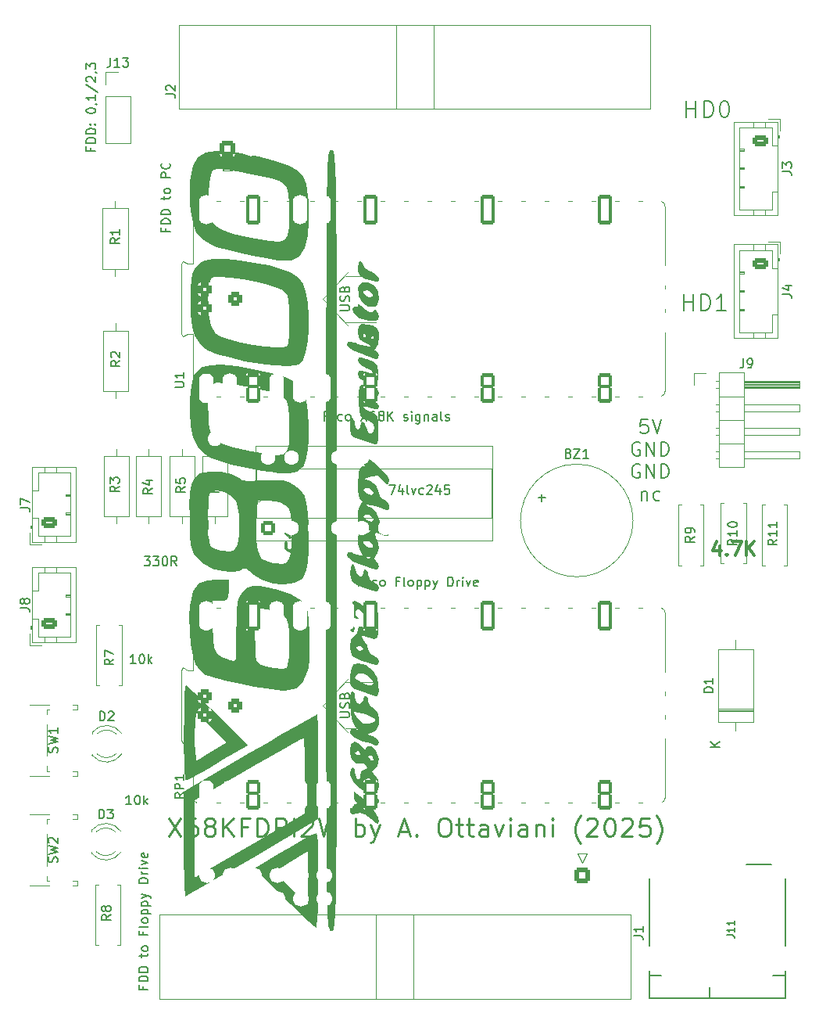
<source format=gbr>
%TF.GenerationSoftware,KiCad,Pcbnew,9.0.0*%
%TF.CreationDate,2025-03-10T21:28:12+01:00*%
%TF.ProjectId,X68KFDPI2,5836384b-4644-4504-9932-2e6b69636164,rev?*%
%TF.SameCoordinates,Original*%
%TF.FileFunction,Legend,Top*%
%TF.FilePolarity,Positive*%
%FSLAX46Y46*%
G04 Gerber Fmt 4.6, Leading zero omitted, Abs format (unit mm)*
G04 Created by KiCad (PCBNEW 9.0.0) date 2025-03-10 21:28:12*
%MOMM*%
%LPD*%
G01*
G04 APERTURE LIST*
G04 Aperture macros list*
%AMRoundRect*
0 Rectangle with rounded corners*
0 $1 Rounding radius*
0 $2 $3 $4 $5 $6 $7 $8 $9 X,Y pos of 4 corners*
0 Add a 4 corners polygon primitive as box body*
4,1,4,$2,$3,$4,$5,$6,$7,$8,$9,$2,$3,0*
0 Add four circle primitives for the rounded corners*
1,1,$1+$1,$2,$3*
1,1,$1+$1,$4,$5*
1,1,$1+$1,$6,$7*
1,1,$1+$1,$8,$9*
0 Add four rect primitives between the rounded corners*
20,1,$1+$1,$2,$3,$4,$5,0*
20,1,$1+$1,$4,$5,$6,$7,0*
20,1,$1+$1,$6,$7,$8,$9,0*
20,1,$1+$1,$8,$9,$2,$3,0*%
%AMFreePoly0*
4,1,25,1.935306,0.780194,1.989950,0.741421,2.341421,0.389950,2.388777,0.314585,2.400000,0.248529,2.400000,-0.248529,2.380194,-0.335306,2.341421,-0.389950,1.989950,-0.741421,1.914585,-0.788777,1.848529,-0.800000,-0.248529,-0.800000,-0.335306,-0.780194,-0.389950,-0.741421,-0.741421,-0.389950,-0.788777,-0.314585,-0.800000,-0.248529,-0.800000,0.248529,-0.780194,0.335306,-0.741421,0.389950,
-0.389950,0.741421,-0.314585,0.788777,-0.248529,0.800000,1.848529,0.800000,1.935306,0.780194,1.935306,0.780194,$1*%
%AMFreePoly1*
4,1,25,0.335306,0.780194,0.389950,0.741421,0.741421,0.389950,0.788777,0.314585,0.800000,0.248529,0.800000,-0.248529,0.780194,-0.335306,0.741421,-0.389950,0.389950,-0.741421,0.314585,-0.788777,0.248529,-0.800000,-0.248529,-0.800000,-0.335306,-0.780194,-0.389950,-0.741421,-0.741421,-0.389950,-0.788777,-0.314585,-0.800000,-0.248529,-0.800000,0.248529,-0.780194,0.335306,-0.741421,0.389950,
-0.389950,0.741421,-0.314585,0.788777,-0.248529,0.800000,0.248529,0.800000,0.335306,0.780194,0.335306,0.780194,$1*%
G04 Aperture macros list end*
%ADD10C,0.250000*%
%ADD11C,0.150000*%
%ADD12C,0.200000*%
%ADD13C,0.300000*%
%ADD14C,0.120000*%
%ADD15C,0.000000*%
%ADD16RoundRect,0.250000X0.625000X-0.350000X0.625000X0.350000X-0.625000X0.350000X-0.625000X-0.350000X0*%
%ADD17O,1.750000X1.200000*%
%ADD18C,1.600000*%
%ADD19O,1.600000X1.600000*%
%ADD20FreePoly0,90.000000*%
%ADD21FreePoly1,90.000000*%
%ADD22O,1.600000X3.200000*%
%ADD23RoundRect,0.200000X0.600000X-1.400000X0.600000X1.400000X-0.600000X1.400000X-0.600000X-1.400000X0*%
%ADD24RoundRect,0.200000X0.600000X-0.600000X0.600000X0.600000X-0.600000X0.600000X-0.600000X-0.600000X0*%
%ADD25R,1.574800X1.574800*%
%ADD26C,1.574800*%
%ADD27RoundRect,0.300000X0.450000X-0.450000X0.450000X0.450000X-0.450000X0.450000X-0.450000X-0.450000X0*%
%ADD28RoundRect,0.250000X-0.625000X0.350000X-0.625000X-0.350000X0.625000X-0.350000X0.625000X0.350000X0*%
%ADD29R,1.700000X1.700000*%
%ADD30O,1.700000X1.700000*%
%ADD31RoundRect,0.250000X0.550000X-0.550000X0.550000X0.550000X-0.550000X0.550000X-0.550000X-0.550000X0*%
%ADD32RoundRect,0.250000X-0.600000X0.600000X-0.600000X-0.600000X0.600000X-0.600000X0.600000X0.600000X0*%
%ADD33C,1.700000*%
%ADD34R,1.800000X1.800000*%
%ADD35C,1.800000*%
%ADD36R,2.400000X2.400000*%
%ADD37O,2.400000X2.400000*%
%ADD38RoundRect,0.250000X0.600000X-0.600000X0.600000X0.600000X-0.600000X0.600000X-0.600000X-0.600000X0*%
%ADD39C,2.100000*%
%ADD40C,1.750000*%
%ADD41R,2.000000X2.000000*%
%ADD42C,2.000000*%
%ADD43C,0.900000*%
%ADD44R,0.700000X1.600000*%
%ADD45R,1.200000X2.200000*%
%ADD46R,1.600000X1.400000*%
%ADD47R,1.200000X1.400000*%
G04 APERTURE END LIST*
D10*
X85840474Y-126187238D02*
X87173807Y-128187238D01*
X87173807Y-126187238D02*
X85840474Y-128187238D01*
X88792855Y-126187238D02*
X88411902Y-126187238D01*
X88411902Y-126187238D02*
X88221426Y-126282476D01*
X88221426Y-126282476D02*
X88126188Y-126377714D01*
X88126188Y-126377714D02*
X87935712Y-126663428D01*
X87935712Y-126663428D02*
X87840474Y-127044380D01*
X87840474Y-127044380D02*
X87840474Y-127806285D01*
X87840474Y-127806285D02*
X87935712Y-127996761D01*
X87935712Y-127996761D02*
X88030950Y-128092000D01*
X88030950Y-128092000D02*
X88221426Y-128187238D01*
X88221426Y-128187238D02*
X88602379Y-128187238D01*
X88602379Y-128187238D02*
X88792855Y-128092000D01*
X88792855Y-128092000D02*
X88888093Y-127996761D01*
X88888093Y-127996761D02*
X88983331Y-127806285D01*
X88983331Y-127806285D02*
X88983331Y-127330095D01*
X88983331Y-127330095D02*
X88888093Y-127139619D01*
X88888093Y-127139619D02*
X88792855Y-127044380D01*
X88792855Y-127044380D02*
X88602379Y-126949142D01*
X88602379Y-126949142D02*
X88221426Y-126949142D01*
X88221426Y-126949142D02*
X88030950Y-127044380D01*
X88030950Y-127044380D02*
X87935712Y-127139619D01*
X87935712Y-127139619D02*
X87840474Y-127330095D01*
X90126188Y-127044380D02*
X89935712Y-126949142D01*
X89935712Y-126949142D02*
X89840474Y-126853904D01*
X89840474Y-126853904D02*
X89745236Y-126663428D01*
X89745236Y-126663428D02*
X89745236Y-126568190D01*
X89745236Y-126568190D02*
X89840474Y-126377714D01*
X89840474Y-126377714D02*
X89935712Y-126282476D01*
X89935712Y-126282476D02*
X90126188Y-126187238D01*
X90126188Y-126187238D02*
X90507141Y-126187238D01*
X90507141Y-126187238D02*
X90697617Y-126282476D01*
X90697617Y-126282476D02*
X90792855Y-126377714D01*
X90792855Y-126377714D02*
X90888093Y-126568190D01*
X90888093Y-126568190D02*
X90888093Y-126663428D01*
X90888093Y-126663428D02*
X90792855Y-126853904D01*
X90792855Y-126853904D02*
X90697617Y-126949142D01*
X90697617Y-126949142D02*
X90507141Y-127044380D01*
X90507141Y-127044380D02*
X90126188Y-127044380D01*
X90126188Y-127044380D02*
X89935712Y-127139619D01*
X89935712Y-127139619D02*
X89840474Y-127234857D01*
X89840474Y-127234857D02*
X89745236Y-127425333D01*
X89745236Y-127425333D02*
X89745236Y-127806285D01*
X89745236Y-127806285D02*
X89840474Y-127996761D01*
X89840474Y-127996761D02*
X89935712Y-128092000D01*
X89935712Y-128092000D02*
X90126188Y-128187238D01*
X90126188Y-128187238D02*
X90507141Y-128187238D01*
X90507141Y-128187238D02*
X90697617Y-128092000D01*
X90697617Y-128092000D02*
X90792855Y-127996761D01*
X90792855Y-127996761D02*
X90888093Y-127806285D01*
X90888093Y-127806285D02*
X90888093Y-127425333D01*
X90888093Y-127425333D02*
X90792855Y-127234857D01*
X90792855Y-127234857D02*
X90697617Y-127139619D01*
X90697617Y-127139619D02*
X90507141Y-127044380D01*
X91745236Y-128187238D02*
X91745236Y-126187238D01*
X92888093Y-128187238D02*
X92030950Y-127044380D01*
X92888093Y-126187238D02*
X91745236Y-127330095D01*
X94411903Y-127139619D02*
X93745236Y-127139619D01*
X93745236Y-128187238D02*
X93745236Y-126187238D01*
X93745236Y-126187238D02*
X94697617Y-126187238D01*
X95459522Y-128187238D02*
X95459522Y-126187238D01*
X95459522Y-126187238D02*
X95935712Y-126187238D01*
X95935712Y-126187238D02*
X96221427Y-126282476D01*
X96221427Y-126282476D02*
X96411903Y-126472952D01*
X96411903Y-126472952D02*
X96507141Y-126663428D01*
X96507141Y-126663428D02*
X96602379Y-127044380D01*
X96602379Y-127044380D02*
X96602379Y-127330095D01*
X96602379Y-127330095D02*
X96507141Y-127711047D01*
X96507141Y-127711047D02*
X96411903Y-127901523D01*
X96411903Y-127901523D02*
X96221427Y-128092000D01*
X96221427Y-128092000D02*
X95935712Y-128187238D01*
X95935712Y-128187238D02*
X95459522Y-128187238D01*
X97459522Y-128187238D02*
X97459522Y-126187238D01*
X97459522Y-126187238D02*
X98221427Y-126187238D01*
X98221427Y-126187238D02*
X98411903Y-126282476D01*
X98411903Y-126282476D02*
X98507141Y-126377714D01*
X98507141Y-126377714D02*
X98602379Y-126568190D01*
X98602379Y-126568190D02*
X98602379Y-126853904D01*
X98602379Y-126853904D02*
X98507141Y-127044380D01*
X98507141Y-127044380D02*
X98411903Y-127139619D01*
X98411903Y-127139619D02*
X98221427Y-127234857D01*
X98221427Y-127234857D02*
X97459522Y-127234857D01*
X99459522Y-128187238D02*
X99459522Y-126187238D01*
X100316665Y-126377714D02*
X100411903Y-126282476D01*
X100411903Y-126282476D02*
X100602379Y-126187238D01*
X100602379Y-126187238D02*
X101078570Y-126187238D01*
X101078570Y-126187238D02*
X101269046Y-126282476D01*
X101269046Y-126282476D02*
X101364284Y-126377714D01*
X101364284Y-126377714D02*
X101459522Y-126568190D01*
X101459522Y-126568190D02*
X101459522Y-126758666D01*
X101459522Y-126758666D02*
X101364284Y-127044380D01*
X101364284Y-127044380D02*
X100221427Y-128187238D01*
X100221427Y-128187238D02*
X101459522Y-128187238D01*
X102126189Y-126187238D02*
X102602379Y-128187238D01*
X102602379Y-128187238D02*
X102983332Y-126758666D01*
X102983332Y-126758666D02*
X103364284Y-128187238D01*
X103364284Y-128187238D02*
X103840475Y-126187238D01*
X106126189Y-128187238D02*
X106126189Y-126187238D01*
X106126189Y-126949142D02*
X106316665Y-126853904D01*
X106316665Y-126853904D02*
X106697618Y-126853904D01*
X106697618Y-126853904D02*
X106888094Y-126949142D01*
X106888094Y-126949142D02*
X106983332Y-127044380D01*
X106983332Y-127044380D02*
X107078570Y-127234857D01*
X107078570Y-127234857D02*
X107078570Y-127806285D01*
X107078570Y-127806285D02*
X106983332Y-127996761D01*
X106983332Y-127996761D02*
X106888094Y-128092000D01*
X106888094Y-128092000D02*
X106697618Y-128187238D01*
X106697618Y-128187238D02*
X106316665Y-128187238D01*
X106316665Y-128187238D02*
X106126189Y-128092000D01*
X107745237Y-126853904D02*
X108221427Y-128187238D01*
X108697618Y-126853904D02*
X108221427Y-128187238D01*
X108221427Y-128187238D02*
X108030951Y-128663428D01*
X108030951Y-128663428D02*
X107935713Y-128758666D01*
X107935713Y-128758666D02*
X107745237Y-128853904D01*
X110888095Y-127615809D02*
X111840476Y-127615809D01*
X110697619Y-128187238D02*
X111364285Y-126187238D01*
X111364285Y-126187238D02*
X112030952Y-128187238D01*
X112697619Y-127996761D02*
X112792857Y-128092000D01*
X112792857Y-128092000D02*
X112697619Y-128187238D01*
X112697619Y-128187238D02*
X112602381Y-128092000D01*
X112602381Y-128092000D02*
X112697619Y-127996761D01*
X112697619Y-127996761D02*
X112697619Y-128187238D01*
X115554762Y-126187238D02*
X115935715Y-126187238D01*
X115935715Y-126187238D02*
X116126191Y-126282476D01*
X116126191Y-126282476D02*
X116316667Y-126472952D01*
X116316667Y-126472952D02*
X116411905Y-126853904D01*
X116411905Y-126853904D02*
X116411905Y-127520571D01*
X116411905Y-127520571D02*
X116316667Y-127901523D01*
X116316667Y-127901523D02*
X116126191Y-128092000D01*
X116126191Y-128092000D02*
X115935715Y-128187238D01*
X115935715Y-128187238D02*
X115554762Y-128187238D01*
X115554762Y-128187238D02*
X115364286Y-128092000D01*
X115364286Y-128092000D02*
X115173810Y-127901523D01*
X115173810Y-127901523D02*
X115078572Y-127520571D01*
X115078572Y-127520571D02*
X115078572Y-126853904D01*
X115078572Y-126853904D02*
X115173810Y-126472952D01*
X115173810Y-126472952D02*
X115364286Y-126282476D01*
X115364286Y-126282476D02*
X115554762Y-126187238D01*
X116983334Y-126853904D02*
X117745238Y-126853904D01*
X117269048Y-126187238D02*
X117269048Y-127901523D01*
X117269048Y-127901523D02*
X117364286Y-128092000D01*
X117364286Y-128092000D02*
X117554762Y-128187238D01*
X117554762Y-128187238D02*
X117745238Y-128187238D01*
X118126191Y-126853904D02*
X118888095Y-126853904D01*
X118411905Y-126187238D02*
X118411905Y-127901523D01*
X118411905Y-127901523D02*
X118507143Y-128092000D01*
X118507143Y-128092000D02*
X118697619Y-128187238D01*
X118697619Y-128187238D02*
X118888095Y-128187238D01*
X120411905Y-128187238D02*
X120411905Y-127139619D01*
X120411905Y-127139619D02*
X120316667Y-126949142D01*
X120316667Y-126949142D02*
X120126191Y-126853904D01*
X120126191Y-126853904D02*
X119745238Y-126853904D01*
X119745238Y-126853904D02*
X119554762Y-126949142D01*
X120411905Y-128092000D02*
X120221429Y-128187238D01*
X120221429Y-128187238D02*
X119745238Y-128187238D01*
X119745238Y-128187238D02*
X119554762Y-128092000D01*
X119554762Y-128092000D02*
X119459524Y-127901523D01*
X119459524Y-127901523D02*
X119459524Y-127711047D01*
X119459524Y-127711047D02*
X119554762Y-127520571D01*
X119554762Y-127520571D02*
X119745238Y-127425333D01*
X119745238Y-127425333D02*
X120221429Y-127425333D01*
X120221429Y-127425333D02*
X120411905Y-127330095D01*
X121173810Y-126853904D02*
X121650000Y-128187238D01*
X121650000Y-128187238D02*
X122126191Y-126853904D01*
X122888096Y-128187238D02*
X122888096Y-126853904D01*
X122888096Y-126187238D02*
X122792858Y-126282476D01*
X122792858Y-126282476D02*
X122888096Y-126377714D01*
X122888096Y-126377714D02*
X122983334Y-126282476D01*
X122983334Y-126282476D02*
X122888096Y-126187238D01*
X122888096Y-126187238D02*
X122888096Y-126377714D01*
X124697620Y-128187238D02*
X124697620Y-127139619D01*
X124697620Y-127139619D02*
X124602382Y-126949142D01*
X124602382Y-126949142D02*
X124411906Y-126853904D01*
X124411906Y-126853904D02*
X124030953Y-126853904D01*
X124030953Y-126853904D02*
X123840477Y-126949142D01*
X124697620Y-128092000D02*
X124507144Y-128187238D01*
X124507144Y-128187238D02*
X124030953Y-128187238D01*
X124030953Y-128187238D02*
X123840477Y-128092000D01*
X123840477Y-128092000D02*
X123745239Y-127901523D01*
X123745239Y-127901523D02*
X123745239Y-127711047D01*
X123745239Y-127711047D02*
X123840477Y-127520571D01*
X123840477Y-127520571D02*
X124030953Y-127425333D01*
X124030953Y-127425333D02*
X124507144Y-127425333D01*
X124507144Y-127425333D02*
X124697620Y-127330095D01*
X125650001Y-126853904D02*
X125650001Y-128187238D01*
X125650001Y-127044380D02*
X125745239Y-126949142D01*
X125745239Y-126949142D02*
X125935715Y-126853904D01*
X125935715Y-126853904D02*
X126221430Y-126853904D01*
X126221430Y-126853904D02*
X126411906Y-126949142D01*
X126411906Y-126949142D02*
X126507144Y-127139619D01*
X126507144Y-127139619D02*
X126507144Y-128187238D01*
X127459525Y-128187238D02*
X127459525Y-126853904D01*
X127459525Y-126187238D02*
X127364287Y-126282476D01*
X127364287Y-126282476D02*
X127459525Y-126377714D01*
X127459525Y-126377714D02*
X127554763Y-126282476D01*
X127554763Y-126282476D02*
X127459525Y-126187238D01*
X127459525Y-126187238D02*
X127459525Y-126377714D01*
X130507145Y-128949142D02*
X130411906Y-128853904D01*
X130411906Y-128853904D02*
X130221430Y-128568190D01*
X130221430Y-128568190D02*
X130126192Y-128377714D01*
X130126192Y-128377714D02*
X130030954Y-128092000D01*
X130030954Y-128092000D02*
X129935716Y-127615809D01*
X129935716Y-127615809D02*
X129935716Y-127234857D01*
X129935716Y-127234857D02*
X130030954Y-126758666D01*
X130030954Y-126758666D02*
X130126192Y-126472952D01*
X130126192Y-126472952D02*
X130221430Y-126282476D01*
X130221430Y-126282476D02*
X130411906Y-125996761D01*
X130411906Y-125996761D02*
X130507145Y-125901523D01*
X131173811Y-126377714D02*
X131269049Y-126282476D01*
X131269049Y-126282476D02*
X131459525Y-126187238D01*
X131459525Y-126187238D02*
X131935716Y-126187238D01*
X131935716Y-126187238D02*
X132126192Y-126282476D01*
X132126192Y-126282476D02*
X132221430Y-126377714D01*
X132221430Y-126377714D02*
X132316668Y-126568190D01*
X132316668Y-126568190D02*
X132316668Y-126758666D01*
X132316668Y-126758666D02*
X132221430Y-127044380D01*
X132221430Y-127044380D02*
X131078573Y-128187238D01*
X131078573Y-128187238D02*
X132316668Y-128187238D01*
X133554763Y-126187238D02*
X133745240Y-126187238D01*
X133745240Y-126187238D02*
X133935716Y-126282476D01*
X133935716Y-126282476D02*
X134030954Y-126377714D01*
X134030954Y-126377714D02*
X134126192Y-126568190D01*
X134126192Y-126568190D02*
X134221430Y-126949142D01*
X134221430Y-126949142D02*
X134221430Y-127425333D01*
X134221430Y-127425333D02*
X134126192Y-127806285D01*
X134126192Y-127806285D02*
X134030954Y-127996761D01*
X134030954Y-127996761D02*
X133935716Y-128092000D01*
X133935716Y-128092000D02*
X133745240Y-128187238D01*
X133745240Y-128187238D02*
X133554763Y-128187238D01*
X133554763Y-128187238D02*
X133364287Y-128092000D01*
X133364287Y-128092000D02*
X133269049Y-127996761D01*
X133269049Y-127996761D02*
X133173811Y-127806285D01*
X133173811Y-127806285D02*
X133078573Y-127425333D01*
X133078573Y-127425333D02*
X133078573Y-126949142D01*
X133078573Y-126949142D02*
X133173811Y-126568190D01*
X133173811Y-126568190D02*
X133269049Y-126377714D01*
X133269049Y-126377714D02*
X133364287Y-126282476D01*
X133364287Y-126282476D02*
X133554763Y-126187238D01*
X134983335Y-126377714D02*
X135078573Y-126282476D01*
X135078573Y-126282476D02*
X135269049Y-126187238D01*
X135269049Y-126187238D02*
X135745240Y-126187238D01*
X135745240Y-126187238D02*
X135935716Y-126282476D01*
X135935716Y-126282476D02*
X136030954Y-126377714D01*
X136030954Y-126377714D02*
X136126192Y-126568190D01*
X136126192Y-126568190D02*
X136126192Y-126758666D01*
X136126192Y-126758666D02*
X136030954Y-127044380D01*
X136030954Y-127044380D02*
X134888097Y-128187238D01*
X134888097Y-128187238D02*
X136126192Y-128187238D01*
X137935716Y-126187238D02*
X136983335Y-126187238D01*
X136983335Y-126187238D02*
X136888097Y-127139619D01*
X136888097Y-127139619D02*
X136983335Y-127044380D01*
X136983335Y-127044380D02*
X137173811Y-126949142D01*
X137173811Y-126949142D02*
X137650002Y-126949142D01*
X137650002Y-126949142D02*
X137840478Y-127044380D01*
X137840478Y-127044380D02*
X137935716Y-127139619D01*
X137935716Y-127139619D02*
X138030954Y-127330095D01*
X138030954Y-127330095D02*
X138030954Y-127806285D01*
X138030954Y-127806285D02*
X137935716Y-127996761D01*
X137935716Y-127996761D02*
X137840478Y-128092000D01*
X137840478Y-128092000D02*
X137650002Y-128187238D01*
X137650002Y-128187238D02*
X137173811Y-128187238D01*
X137173811Y-128187238D02*
X136983335Y-128092000D01*
X136983335Y-128092000D02*
X136888097Y-127996761D01*
X138697621Y-128949142D02*
X138792859Y-128853904D01*
X138792859Y-128853904D02*
X138983335Y-128568190D01*
X138983335Y-128568190D02*
X139078573Y-128377714D01*
X139078573Y-128377714D02*
X139173811Y-128092000D01*
X139173811Y-128092000D02*
X139269049Y-127615809D01*
X139269049Y-127615809D02*
X139269049Y-127234857D01*
X139269049Y-127234857D02*
X139173811Y-126758666D01*
X139173811Y-126758666D02*
X139078573Y-126472952D01*
X139078573Y-126472952D02*
X138983335Y-126282476D01*
X138983335Y-126282476D02*
X138792859Y-125996761D01*
X138792859Y-125996761D02*
X138697621Y-125901523D01*
D11*
X77421009Y-53629887D02*
X77421009Y-53963220D01*
X77944819Y-53963220D02*
X76944819Y-53963220D01*
X76944819Y-53963220D02*
X76944819Y-53487030D01*
X77944819Y-53106077D02*
X76944819Y-53106077D01*
X76944819Y-53106077D02*
X76944819Y-52867982D01*
X76944819Y-52867982D02*
X76992438Y-52725125D01*
X76992438Y-52725125D02*
X77087676Y-52629887D01*
X77087676Y-52629887D02*
X77182914Y-52582268D01*
X77182914Y-52582268D02*
X77373390Y-52534649D01*
X77373390Y-52534649D02*
X77516247Y-52534649D01*
X77516247Y-52534649D02*
X77706723Y-52582268D01*
X77706723Y-52582268D02*
X77801961Y-52629887D01*
X77801961Y-52629887D02*
X77897200Y-52725125D01*
X77897200Y-52725125D02*
X77944819Y-52867982D01*
X77944819Y-52867982D02*
X77944819Y-53106077D01*
X77944819Y-52106077D02*
X76944819Y-52106077D01*
X76944819Y-52106077D02*
X76944819Y-51867982D01*
X76944819Y-51867982D02*
X76992438Y-51725125D01*
X76992438Y-51725125D02*
X77087676Y-51629887D01*
X77087676Y-51629887D02*
X77182914Y-51582268D01*
X77182914Y-51582268D02*
X77373390Y-51534649D01*
X77373390Y-51534649D02*
X77516247Y-51534649D01*
X77516247Y-51534649D02*
X77706723Y-51582268D01*
X77706723Y-51582268D02*
X77801961Y-51629887D01*
X77801961Y-51629887D02*
X77897200Y-51725125D01*
X77897200Y-51725125D02*
X77944819Y-51867982D01*
X77944819Y-51867982D02*
X77944819Y-52106077D01*
X77849580Y-51106077D02*
X77897200Y-51058458D01*
X77897200Y-51058458D02*
X77944819Y-51106077D01*
X77944819Y-51106077D02*
X77897200Y-51153696D01*
X77897200Y-51153696D02*
X77849580Y-51106077D01*
X77849580Y-51106077D02*
X77944819Y-51106077D01*
X77325771Y-51106077D02*
X77373390Y-51058458D01*
X77373390Y-51058458D02*
X77421009Y-51106077D01*
X77421009Y-51106077D02*
X77373390Y-51153696D01*
X77373390Y-51153696D02*
X77325771Y-51106077D01*
X77325771Y-51106077D02*
X77421009Y-51106077D01*
X76944819Y-49677506D02*
X76944819Y-49582268D01*
X76944819Y-49582268D02*
X76992438Y-49487030D01*
X76992438Y-49487030D02*
X77040057Y-49439411D01*
X77040057Y-49439411D02*
X77135295Y-49391792D01*
X77135295Y-49391792D02*
X77325771Y-49344173D01*
X77325771Y-49344173D02*
X77563866Y-49344173D01*
X77563866Y-49344173D02*
X77754342Y-49391792D01*
X77754342Y-49391792D02*
X77849580Y-49439411D01*
X77849580Y-49439411D02*
X77897200Y-49487030D01*
X77897200Y-49487030D02*
X77944819Y-49582268D01*
X77944819Y-49582268D02*
X77944819Y-49677506D01*
X77944819Y-49677506D02*
X77897200Y-49772744D01*
X77897200Y-49772744D02*
X77849580Y-49820363D01*
X77849580Y-49820363D02*
X77754342Y-49867982D01*
X77754342Y-49867982D02*
X77563866Y-49915601D01*
X77563866Y-49915601D02*
X77325771Y-49915601D01*
X77325771Y-49915601D02*
X77135295Y-49867982D01*
X77135295Y-49867982D02*
X77040057Y-49820363D01*
X77040057Y-49820363D02*
X76992438Y-49772744D01*
X76992438Y-49772744D02*
X76944819Y-49677506D01*
X77897200Y-48867982D02*
X77944819Y-48867982D01*
X77944819Y-48867982D02*
X78040057Y-48915601D01*
X78040057Y-48915601D02*
X78087676Y-48963220D01*
X77944819Y-47915602D02*
X77944819Y-48487030D01*
X77944819Y-48201316D02*
X76944819Y-48201316D01*
X76944819Y-48201316D02*
X77087676Y-48296554D01*
X77087676Y-48296554D02*
X77182914Y-48391792D01*
X77182914Y-48391792D02*
X77230533Y-48487030D01*
X76897200Y-46772745D02*
X78182914Y-47629887D01*
X77040057Y-46487030D02*
X76992438Y-46439411D01*
X76992438Y-46439411D02*
X76944819Y-46344173D01*
X76944819Y-46344173D02*
X76944819Y-46106078D01*
X76944819Y-46106078D02*
X76992438Y-46010840D01*
X76992438Y-46010840D02*
X77040057Y-45963221D01*
X77040057Y-45963221D02*
X77135295Y-45915602D01*
X77135295Y-45915602D02*
X77230533Y-45915602D01*
X77230533Y-45915602D02*
X77373390Y-45963221D01*
X77373390Y-45963221D02*
X77944819Y-46534649D01*
X77944819Y-46534649D02*
X77944819Y-45915602D01*
X77897200Y-45439411D02*
X77944819Y-45439411D01*
X77944819Y-45439411D02*
X78040057Y-45487030D01*
X78040057Y-45487030D02*
X78087676Y-45534649D01*
X76944819Y-45106078D02*
X76944819Y-44487031D01*
X76944819Y-44487031D02*
X77325771Y-44820364D01*
X77325771Y-44820364D02*
X77325771Y-44677507D01*
X77325771Y-44677507D02*
X77373390Y-44582269D01*
X77373390Y-44582269D02*
X77421009Y-44534650D01*
X77421009Y-44534650D02*
X77516247Y-44487031D01*
X77516247Y-44487031D02*
X77754342Y-44487031D01*
X77754342Y-44487031D02*
X77849580Y-44534650D01*
X77849580Y-44534650D02*
X77897200Y-44582269D01*
X77897200Y-44582269D02*
X77944819Y-44677507D01*
X77944819Y-44677507D02*
X77944819Y-44963221D01*
X77944819Y-44963221D02*
X77897200Y-45058459D01*
X77897200Y-45058459D02*
X77849580Y-45106078D01*
D12*
X137760714Y-83061154D02*
X137046428Y-83061154D01*
X137046428Y-83061154D02*
X136975000Y-83775440D01*
X136975000Y-83775440D02*
X137046428Y-83704011D01*
X137046428Y-83704011D02*
X137189286Y-83632583D01*
X137189286Y-83632583D02*
X137546428Y-83632583D01*
X137546428Y-83632583D02*
X137689286Y-83704011D01*
X137689286Y-83704011D02*
X137760714Y-83775440D01*
X137760714Y-83775440D02*
X137832143Y-83918297D01*
X137832143Y-83918297D02*
X137832143Y-84275440D01*
X137832143Y-84275440D02*
X137760714Y-84418297D01*
X137760714Y-84418297D02*
X137689286Y-84489726D01*
X137689286Y-84489726D02*
X137546428Y-84561154D01*
X137546428Y-84561154D02*
X137189286Y-84561154D01*
X137189286Y-84561154D02*
X137046428Y-84489726D01*
X137046428Y-84489726D02*
X136975000Y-84418297D01*
X138260714Y-83061154D02*
X138760714Y-84561154D01*
X138760714Y-84561154D02*
X139260714Y-83061154D01*
X136903571Y-85547499D02*
X136760714Y-85476070D01*
X136760714Y-85476070D02*
X136546428Y-85476070D01*
X136546428Y-85476070D02*
X136332142Y-85547499D01*
X136332142Y-85547499D02*
X136189285Y-85690356D01*
X136189285Y-85690356D02*
X136117856Y-85833213D01*
X136117856Y-85833213D02*
X136046428Y-86118927D01*
X136046428Y-86118927D02*
X136046428Y-86333213D01*
X136046428Y-86333213D02*
X136117856Y-86618927D01*
X136117856Y-86618927D02*
X136189285Y-86761784D01*
X136189285Y-86761784D02*
X136332142Y-86904642D01*
X136332142Y-86904642D02*
X136546428Y-86976070D01*
X136546428Y-86976070D02*
X136689285Y-86976070D01*
X136689285Y-86976070D02*
X136903571Y-86904642D01*
X136903571Y-86904642D02*
X136974999Y-86833213D01*
X136974999Y-86833213D02*
X136974999Y-86333213D01*
X136974999Y-86333213D02*
X136689285Y-86333213D01*
X137617856Y-86976070D02*
X137617856Y-85476070D01*
X137617856Y-85476070D02*
X138474999Y-86976070D01*
X138474999Y-86976070D02*
X138474999Y-85476070D01*
X139189285Y-86976070D02*
X139189285Y-85476070D01*
X139189285Y-85476070D02*
X139546428Y-85476070D01*
X139546428Y-85476070D02*
X139760714Y-85547499D01*
X139760714Y-85547499D02*
X139903571Y-85690356D01*
X139903571Y-85690356D02*
X139975000Y-85833213D01*
X139975000Y-85833213D02*
X140046428Y-86118927D01*
X140046428Y-86118927D02*
X140046428Y-86333213D01*
X140046428Y-86333213D02*
X139975000Y-86618927D01*
X139975000Y-86618927D02*
X139903571Y-86761784D01*
X139903571Y-86761784D02*
X139760714Y-86904642D01*
X139760714Y-86904642D02*
X139546428Y-86976070D01*
X139546428Y-86976070D02*
X139189285Y-86976070D01*
X136903571Y-87962415D02*
X136760714Y-87890986D01*
X136760714Y-87890986D02*
X136546428Y-87890986D01*
X136546428Y-87890986D02*
X136332142Y-87962415D01*
X136332142Y-87962415D02*
X136189285Y-88105272D01*
X136189285Y-88105272D02*
X136117856Y-88248129D01*
X136117856Y-88248129D02*
X136046428Y-88533843D01*
X136046428Y-88533843D02*
X136046428Y-88748129D01*
X136046428Y-88748129D02*
X136117856Y-89033843D01*
X136117856Y-89033843D02*
X136189285Y-89176700D01*
X136189285Y-89176700D02*
X136332142Y-89319558D01*
X136332142Y-89319558D02*
X136546428Y-89390986D01*
X136546428Y-89390986D02*
X136689285Y-89390986D01*
X136689285Y-89390986D02*
X136903571Y-89319558D01*
X136903571Y-89319558D02*
X136974999Y-89248129D01*
X136974999Y-89248129D02*
X136974999Y-88748129D01*
X136974999Y-88748129D02*
X136689285Y-88748129D01*
X137617856Y-89390986D02*
X137617856Y-87890986D01*
X137617856Y-87890986D02*
X138474999Y-89390986D01*
X138474999Y-89390986D02*
X138474999Y-87890986D01*
X139189285Y-89390986D02*
X139189285Y-87890986D01*
X139189285Y-87890986D02*
X139546428Y-87890986D01*
X139546428Y-87890986D02*
X139760714Y-87962415D01*
X139760714Y-87962415D02*
X139903571Y-88105272D01*
X139903571Y-88105272D02*
X139975000Y-88248129D01*
X139975000Y-88248129D02*
X140046428Y-88533843D01*
X140046428Y-88533843D02*
X140046428Y-88748129D01*
X140046428Y-88748129D02*
X139975000Y-89033843D01*
X139975000Y-89033843D02*
X139903571Y-89176700D01*
X139903571Y-89176700D02*
X139760714Y-89319558D01*
X139760714Y-89319558D02*
X139546428Y-89390986D01*
X139546428Y-89390986D02*
X139189285Y-89390986D01*
X137082142Y-90805902D02*
X137082142Y-91805902D01*
X137082142Y-90948759D02*
X137153571Y-90877331D01*
X137153571Y-90877331D02*
X137296428Y-90805902D01*
X137296428Y-90805902D02*
X137510714Y-90805902D01*
X137510714Y-90805902D02*
X137653571Y-90877331D01*
X137653571Y-90877331D02*
X137725000Y-91020188D01*
X137725000Y-91020188D02*
X137725000Y-91805902D01*
X139082143Y-91734474D02*
X138939285Y-91805902D01*
X138939285Y-91805902D02*
X138653571Y-91805902D01*
X138653571Y-91805902D02*
X138510714Y-91734474D01*
X138510714Y-91734474D02*
X138439285Y-91663045D01*
X138439285Y-91663045D02*
X138367857Y-91520188D01*
X138367857Y-91520188D02*
X138367857Y-91091616D01*
X138367857Y-91091616D02*
X138439285Y-90948759D01*
X138439285Y-90948759D02*
X138510714Y-90877331D01*
X138510714Y-90877331D02*
X138653571Y-90805902D01*
X138653571Y-90805902D02*
X138939285Y-90805902D01*
X138939285Y-90805902D02*
X139082143Y-90877331D01*
X141953571Y-50372314D02*
X141953571Y-48572314D01*
X141953571Y-49429457D02*
X142982142Y-49429457D01*
X142982142Y-50372314D02*
X142982142Y-48572314D01*
X143839285Y-50372314D02*
X143839285Y-48572314D01*
X143839285Y-48572314D02*
X144267856Y-48572314D01*
X144267856Y-48572314D02*
X144524999Y-48658028D01*
X144524999Y-48658028D02*
X144696428Y-48829457D01*
X144696428Y-48829457D02*
X144782142Y-49000885D01*
X144782142Y-49000885D02*
X144867856Y-49343742D01*
X144867856Y-49343742D02*
X144867856Y-49600885D01*
X144867856Y-49600885D02*
X144782142Y-49943742D01*
X144782142Y-49943742D02*
X144696428Y-50115171D01*
X144696428Y-50115171D02*
X144524999Y-50286600D01*
X144524999Y-50286600D02*
X144267856Y-50372314D01*
X144267856Y-50372314D02*
X143839285Y-50372314D01*
X145982142Y-48572314D02*
X146153571Y-48572314D01*
X146153571Y-48572314D02*
X146324999Y-48658028D01*
X146324999Y-48658028D02*
X146410714Y-48743742D01*
X146410714Y-48743742D02*
X146496428Y-48915171D01*
X146496428Y-48915171D02*
X146582142Y-49258028D01*
X146582142Y-49258028D02*
X146582142Y-49686600D01*
X146582142Y-49686600D02*
X146496428Y-50029457D01*
X146496428Y-50029457D02*
X146410714Y-50200885D01*
X146410714Y-50200885D02*
X146324999Y-50286600D01*
X146324999Y-50286600D02*
X146153571Y-50372314D01*
X146153571Y-50372314D02*
X145982142Y-50372314D01*
X145982142Y-50372314D02*
X145810714Y-50286600D01*
X145810714Y-50286600D02*
X145724999Y-50200885D01*
X145724999Y-50200885D02*
X145639285Y-50029457D01*
X145639285Y-50029457D02*
X145553571Y-49686600D01*
X145553571Y-49686600D02*
X145553571Y-49258028D01*
X145553571Y-49258028D02*
X145639285Y-48915171D01*
X145639285Y-48915171D02*
X145724999Y-48743742D01*
X145724999Y-48743742D02*
X145810714Y-48658028D01*
X145810714Y-48658028D02*
X145982142Y-48572314D01*
X141653571Y-71247314D02*
X141653571Y-69447314D01*
X141653571Y-70304457D02*
X142682142Y-70304457D01*
X142682142Y-71247314D02*
X142682142Y-69447314D01*
X143539285Y-71247314D02*
X143539285Y-69447314D01*
X143539285Y-69447314D02*
X143967856Y-69447314D01*
X143967856Y-69447314D02*
X144224999Y-69533028D01*
X144224999Y-69533028D02*
X144396428Y-69704457D01*
X144396428Y-69704457D02*
X144482142Y-69875885D01*
X144482142Y-69875885D02*
X144567856Y-70218742D01*
X144567856Y-70218742D02*
X144567856Y-70475885D01*
X144567856Y-70475885D02*
X144482142Y-70818742D01*
X144482142Y-70818742D02*
X144396428Y-70990171D01*
X144396428Y-70990171D02*
X144224999Y-71161600D01*
X144224999Y-71161600D02*
X143967856Y-71247314D01*
X143967856Y-71247314D02*
X143539285Y-71247314D01*
X146282142Y-71247314D02*
X145253571Y-71247314D01*
X145767856Y-71247314D02*
X145767856Y-69447314D01*
X145767856Y-69447314D02*
X145596428Y-69704457D01*
X145596428Y-69704457D02*
X145424999Y-69875885D01*
X145424999Y-69875885D02*
X145253571Y-69961600D01*
D11*
X82285588Y-109469819D02*
X81714160Y-109469819D01*
X81999874Y-109469819D02*
X81999874Y-108469819D01*
X81999874Y-108469819D02*
X81904636Y-108612676D01*
X81904636Y-108612676D02*
X81809398Y-108707914D01*
X81809398Y-108707914D02*
X81714160Y-108755533D01*
X82904636Y-108469819D02*
X82999874Y-108469819D01*
X82999874Y-108469819D02*
X83095112Y-108517438D01*
X83095112Y-108517438D02*
X83142731Y-108565057D01*
X83142731Y-108565057D02*
X83190350Y-108660295D01*
X83190350Y-108660295D02*
X83237969Y-108850771D01*
X83237969Y-108850771D02*
X83237969Y-109088866D01*
X83237969Y-109088866D02*
X83190350Y-109279342D01*
X83190350Y-109279342D02*
X83142731Y-109374580D01*
X83142731Y-109374580D02*
X83095112Y-109422200D01*
X83095112Y-109422200D02*
X82999874Y-109469819D01*
X82999874Y-109469819D02*
X82904636Y-109469819D01*
X82904636Y-109469819D02*
X82809398Y-109422200D01*
X82809398Y-109422200D02*
X82761779Y-109374580D01*
X82761779Y-109374580D02*
X82714160Y-109279342D01*
X82714160Y-109279342D02*
X82666541Y-109088866D01*
X82666541Y-109088866D02*
X82666541Y-108850771D01*
X82666541Y-108850771D02*
X82714160Y-108660295D01*
X82714160Y-108660295D02*
X82761779Y-108565057D01*
X82761779Y-108565057D02*
X82809398Y-108517438D01*
X82809398Y-108517438D02*
X82904636Y-108469819D01*
X83666541Y-109469819D02*
X83666541Y-108469819D01*
X83761779Y-109088866D02*
X84047493Y-109469819D01*
X84047493Y-108803152D02*
X83666541Y-109184104D01*
X83096009Y-144379887D02*
X83096009Y-144713220D01*
X83619819Y-144713220D02*
X82619819Y-144713220D01*
X82619819Y-144713220D02*
X82619819Y-144237030D01*
X83619819Y-143856077D02*
X82619819Y-143856077D01*
X82619819Y-143856077D02*
X82619819Y-143617982D01*
X82619819Y-143617982D02*
X82667438Y-143475125D01*
X82667438Y-143475125D02*
X82762676Y-143379887D01*
X82762676Y-143379887D02*
X82857914Y-143332268D01*
X82857914Y-143332268D02*
X83048390Y-143284649D01*
X83048390Y-143284649D02*
X83191247Y-143284649D01*
X83191247Y-143284649D02*
X83381723Y-143332268D01*
X83381723Y-143332268D02*
X83476961Y-143379887D01*
X83476961Y-143379887D02*
X83572200Y-143475125D01*
X83572200Y-143475125D02*
X83619819Y-143617982D01*
X83619819Y-143617982D02*
X83619819Y-143856077D01*
X83619819Y-142856077D02*
X82619819Y-142856077D01*
X82619819Y-142856077D02*
X82619819Y-142617982D01*
X82619819Y-142617982D02*
X82667438Y-142475125D01*
X82667438Y-142475125D02*
X82762676Y-142379887D01*
X82762676Y-142379887D02*
X82857914Y-142332268D01*
X82857914Y-142332268D02*
X83048390Y-142284649D01*
X83048390Y-142284649D02*
X83191247Y-142284649D01*
X83191247Y-142284649D02*
X83381723Y-142332268D01*
X83381723Y-142332268D02*
X83476961Y-142379887D01*
X83476961Y-142379887D02*
X83572200Y-142475125D01*
X83572200Y-142475125D02*
X83619819Y-142617982D01*
X83619819Y-142617982D02*
X83619819Y-142856077D01*
X82953152Y-141237029D02*
X82953152Y-140856077D01*
X82619819Y-141094172D02*
X83476961Y-141094172D01*
X83476961Y-141094172D02*
X83572200Y-141046553D01*
X83572200Y-141046553D02*
X83619819Y-140951315D01*
X83619819Y-140951315D02*
X83619819Y-140856077D01*
X83619819Y-140379886D02*
X83572200Y-140475124D01*
X83572200Y-140475124D02*
X83524580Y-140522743D01*
X83524580Y-140522743D02*
X83429342Y-140570362D01*
X83429342Y-140570362D02*
X83143628Y-140570362D01*
X83143628Y-140570362D02*
X83048390Y-140522743D01*
X83048390Y-140522743D02*
X83000771Y-140475124D01*
X83000771Y-140475124D02*
X82953152Y-140379886D01*
X82953152Y-140379886D02*
X82953152Y-140237029D01*
X82953152Y-140237029D02*
X83000771Y-140141791D01*
X83000771Y-140141791D02*
X83048390Y-140094172D01*
X83048390Y-140094172D02*
X83143628Y-140046553D01*
X83143628Y-140046553D02*
X83429342Y-140046553D01*
X83429342Y-140046553D02*
X83524580Y-140094172D01*
X83524580Y-140094172D02*
X83572200Y-140141791D01*
X83572200Y-140141791D02*
X83619819Y-140237029D01*
X83619819Y-140237029D02*
X83619819Y-140379886D01*
X83096009Y-138522743D02*
X83096009Y-138856076D01*
X83619819Y-138856076D02*
X82619819Y-138856076D01*
X82619819Y-138856076D02*
X82619819Y-138379886D01*
X83619819Y-137856076D02*
X83572200Y-137951314D01*
X83572200Y-137951314D02*
X83476961Y-137998933D01*
X83476961Y-137998933D02*
X82619819Y-137998933D01*
X83619819Y-137332266D02*
X83572200Y-137427504D01*
X83572200Y-137427504D02*
X83524580Y-137475123D01*
X83524580Y-137475123D02*
X83429342Y-137522742D01*
X83429342Y-137522742D02*
X83143628Y-137522742D01*
X83143628Y-137522742D02*
X83048390Y-137475123D01*
X83048390Y-137475123D02*
X83000771Y-137427504D01*
X83000771Y-137427504D02*
X82953152Y-137332266D01*
X82953152Y-137332266D02*
X82953152Y-137189409D01*
X82953152Y-137189409D02*
X83000771Y-137094171D01*
X83000771Y-137094171D02*
X83048390Y-137046552D01*
X83048390Y-137046552D02*
X83143628Y-136998933D01*
X83143628Y-136998933D02*
X83429342Y-136998933D01*
X83429342Y-136998933D02*
X83524580Y-137046552D01*
X83524580Y-137046552D02*
X83572200Y-137094171D01*
X83572200Y-137094171D02*
X83619819Y-137189409D01*
X83619819Y-137189409D02*
X83619819Y-137332266D01*
X82953152Y-136570361D02*
X83953152Y-136570361D01*
X83000771Y-136570361D02*
X82953152Y-136475123D01*
X82953152Y-136475123D02*
X82953152Y-136284647D01*
X82953152Y-136284647D02*
X83000771Y-136189409D01*
X83000771Y-136189409D02*
X83048390Y-136141790D01*
X83048390Y-136141790D02*
X83143628Y-136094171D01*
X83143628Y-136094171D02*
X83429342Y-136094171D01*
X83429342Y-136094171D02*
X83524580Y-136141790D01*
X83524580Y-136141790D02*
X83572200Y-136189409D01*
X83572200Y-136189409D02*
X83619819Y-136284647D01*
X83619819Y-136284647D02*
X83619819Y-136475123D01*
X83619819Y-136475123D02*
X83572200Y-136570361D01*
X82953152Y-135665599D02*
X83953152Y-135665599D01*
X83000771Y-135665599D02*
X82953152Y-135570361D01*
X82953152Y-135570361D02*
X82953152Y-135379885D01*
X82953152Y-135379885D02*
X83000771Y-135284647D01*
X83000771Y-135284647D02*
X83048390Y-135237028D01*
X83048390Y-135237028D02*
X83143628Y-135189409D01*
X83143628Y-135189409D02*
X83429342Y-135189409D01*
X83429342Y-135189409D02*
X83524580Y-135237028D01*
X83524580Y-135237028D02*
X83572200Y-135284647D01*
X83572200Y-135284647D02*
X83619819Y-135379885D01*
X83619819Y-135379885D02*
X83619819Y-135570361D01*
X83619819Y-135570361D02*
X83572200Y-135665599D01*
X82953152Y-134856075D02*
X83619819Y-134617980D01*
X82953152Y-134379885D02*
X83619819Y-134617980D01*
X83619819Y-134617980D02*
X83857914Y-134713218D01*
X83857914Y-134713218D02*
X83905533Y-134760837D01*
X83905533Y-134760837D02*
X83953152Y-134856075D01*
X83619819Y-133237027D02*
X82619819Y-133237027D01*
X82619819Y-133237027D02*
X82619819Y-132998932D01*
X82619819Y-132998932D02*
X82667438Y-132856075D01*
X82667438Y-132856075D02*
X82762676Y-132760837D01*
X82762676Y-132760837D02*
X82857914Y-132713218D01*
X82857914Y-132713218D02*
X83048390Y-132665599D01*
X83048390Y-132665599D02*
X83191247Y-132665599D01*
X83191247Y-132665599D02*
X83381723Y-132713218D01*
X83381723Y-132713218D02*
X83476961Y-132760837D01*
X83476961Y-132760837D02*
X83572200Y-132856075D01*
X83572200Y-132856075D02*
X83619819Y-132998932D01*
X83619819Y-132998932D02*
X83619819Y-133237027D01*
X83619819Y-132237027D02*
X82953152Y-132237027D01*
X83143628Y-132237027D02*
X83048390Y-132189408D01*
X83048390Y-132189408D02*
X83000771Y-132141789D01*
X83000771Y-132141789D02*
X82953152Y-132046551D01*
X82953152Y-132046551D02*
X82953152Y-131951313D01*
X83619819Y-131617979D02*
X82953152Y-131617979D01*
X82619819Y-131617979D02*
X82667438Y-131665598D01*
X82667438Y-131665598D02*
X82715057Y-131617979D01*
X82715057Y-131617979D02*
X82667438Y-131570360D01*
X82667438Y-131570360D02*
X82619819Y-131617979D01*
X82619819Y-131617979D02*
X82715057Y-131617979D01*
X82953152Y-131237027D02*
X83619819Y-130998932D01*
X83619819Y-130998932D02*
X82953152Y-130760837D01*
X83572200Y-129998932D02*
X83619819Y-130094170D01*
X83619819Y-130094170D02*
X83619819Y-130284646D01*
X83619819Y-130284646D02*
X83572200Y-130379884D01*
X83572200Y-130379884D02*
X83476961Y-130427503D01*
X83476961Y-130427503D02*
X83096009Y-130427503D01*
X83096009Y-130427503D02*
X83000771Y-130379884D01*
X83000771Y-130379884D02*
X82953152Y-130284646D01*
X82953152Y-130284646D02*
X82953152Y-130094170D01*
X82953152Y-130094170D02*
X83000771Y-129998932D01*
X83000771Y-129998932D02*
X83096009Y-129951313D01*
X83096009Y-129951313D02*
X83191247Y-129951313D01*
X83191247Y-129951313D02*
X83286485Y-130427503D01*
X81810588Y-124719819D02*
X81239160Y-124719819D01*
X81524874Y-124719819D02*
X81524874Y-123719819D01*
X81524874Y-123719819D02*
X81429636Y-123862676D01*
X81429636Y-123862676D02*
X81334398Y-123957914D01*
X81334398Y-123957914D02*
X81239160Y-124005533D01*
X82429636Y-123719819D02*
X82524874Y-123719819D01*
X82524874Y-123719819D02*
X82620112Y-123767438D01*
X82620112Y-123767438D02*
X82667731Y-123815057D01*
X82667731Y-123815057D02*
X82715350Y-123910295D01*
X82715350Y-123910295D02*
X82762969Y-124100771D01*
X82762969Y-124100771D02*
X82762969Y-124338866D01*
X82762969Y-124338866D02*
X82715350Y-124529342D01*
X82715350Y-124529342D02*
X82667731Y-124624580D01*
X82667731Y-124624580D02*
X82620112Y-124672200D01*
X82620112Y-124672200D02*
X82524874Y-124719819D01*
X82524874Y-124719819D02*
X82429636Y-124719819D01*
X82429636Y-124719819D02*
X82334398Y-124672200D01*
X82334398Y-124672200D02*
X82286779Y-124624580D01*
X82286779Y-124624580D02*
X82239160Y-124529342D01*
X82239160Y-124529342D02*
X82191541Y-124338866D01*
X82191541Y-124338866D02*
X82191541Y-124100771D01*
X82191541Y-124100771D02*
X82239160Y-123910295D01*
X82239160Y-123910295D02*
X82286779Y-123815057D01*
X82286779Y-123815057D02*
X82334398Y-123767438D01*
X82334398Y-123767438D02*
X82429636Y-123719819D01*
X83191541Y-124719819D02*
X83191541Y-123719819D01*
X83286779Y-124338866D02*
X83572493Y-124719819D01*
X83572493Y-124053152D02*
X83191541Y-124434104D01*
X106486779Y-101094819D02*
X106486779Y-100094819D01*
X106486779Y-100094819D02*
X106867731Y-100094819D01*
X106867731Y-100094819D02*
X106962969Y-100142438D01*
X106962969Y-100142438D02*
X107010588Y-100190057D01*
X107010588Y-100190057D02*
X107058207Y-100285295D01*
X107058207Y-100285295D02*
X107058207Y-100428152D01*
X107058207Y-100428152D02*
X107010588Y-100523390D01*
X107010588Y-100523390D02*
X106962969Y-100571009D01*
X106962969Y-100571009D02*
X106867731Y-100618628D01*
X106867731Y-100618628D02*
X106486779Y-100618628D01*
X107486779Y-101094819D02*
X107486779Y-100428152D01*
X107486779Y-100094819D02*
X107439160Y-100142438D01*
X107439160Y-100142438D02*
X107486779Y-100190057D01*
X107486779Y-100190057D02*
X107534398Y-100142438D01*
X107534398Y-100142438D02*
X107486779Y-100094819D01*
X107486779Y-100094819D02*
X107486779Y-100190057D01*
X108391540Y-101047200D02*
X108296302Y-101094819D01*
X108296302Y-101094819D02*
X108105826Y-101094819D01*
X108105826Y-101094819D02*
X108010588Y-101047200D01*
X108010588Y-101047200D02*
X107962969Y-100999580D01*
X107962969Y-100999580D02*
X107915350Y-100904342D01*
X107915350Y-100904342D02*
X107915350Y-100618628D01*
X107915350Y-100618628D02*
X107962969Y-100523390D01*
X107962969Y-100523390D02*
X108010588Y-100475771D01*
X108010588Y-100475771D02*
X108105826Y-100428152D01*
X108105826Y-100428152D02*
X108296302Y-100428152D01*
X108296302Y-100428152D02*
X108391540Y-100475771D01*
X108962969Y-101094819D02*
X108867731Y-101047200D01*
X108867731Y-101047200D02*
X108820112Y-100999580D01*
X108820112Y-100999580D02*
X108772493Y-100904342D01*
X108772493Y-100904342D02*
X108772493Y-100618628D01*
X108772493Y-100618628D02*
X108820112Y-100523390D01*
X108820112Y-100523390D02*
X108867731Y-100475771D01*
X108867731Y-100475771D02*
X108962969Y-100428152D01*
X108962969Y-100428152D02*
X109105826Y-100428152D01*
X109105826Y-100428152D02*
X109201064Y-100475771D01*
X109201064Y-100475771D02*
X109248683Y-100523390D01*
X109248683Y-100523390D02*
X109296302Y-100618628D01*
X109296302Y-100618628D02*
X109296302Y-100904342D01*
X109296302Y-100904342D02*
X109248683Y-100999580D01*
X109248683Y-100999580D02*
X109201064Y-101047200D01*
X109201064Y-101047200D02*
X109105826Y-101094819D01*
X109105826Y-101094819D02*
X108962969Y-101094819D01*
X110820112Y-100571009D02*
X110486779Y-100571009D01*
X110486779Y-101094819D02*
X110486779Y-100094819D01*
X110486779Y-100094819D02*
X110962969Y-100094819D01*
X111486779Y-101094819D02*
X111391541Y-101047200D01*
X111391541Y-101047200D02*
X111343922Y-100951961D01*
X111343922Y-100951961D02*
X111343922Y-100094819D01*
X112010589Y-101094819D02*
X111915351Y-101047200D01*
X111915351Y-101047200D02*
X111867732Y-100999580D01*
X111867732Y-100999580D02*
X111820113Y-100904342D01*
X111820113Y-100904342D02*
X111820113Y-100618628D01*
X111820113Y-100618628D02*
X111867732Y-100523390D01*
X111867732Y-100523390D02*
X111915351Y-100475771D01*
X111915351Y-100475771D02*
X112010589Y-100428152D01*
X112010589Y-100428152D02*
X112153446Y-100428152D01*
X112153446Y-100428152D02*
X112248684Y-100475771D01*
X112248684Y-100475771D02*
X112296303Y-100523390D01*
X112296303Y-100523390D02*
X112343922Y-100618628D01*
X112343922Y-100618628D02*
X112343922Y-100904342D01*
X112343922Y-100904342D02*
X112296303Y-100999580D01*
X112296303Y-100999580D02*
X112248684Y-101047200D01*
X112248684Y-101047200D02*
X112153446Y-101094819D01*
X112153446Y-101094819D02*
X112010589Y-101094819D01*
X112772494Y-100428152D02*
X112772494Y-101428152D01*
X112772494Y-100475771D02*
X112867732Y-100428152D01*
X112867732Y-100428152D02*
X113058208Y-100428152D01*
X113058208Y-100428152D02*
X113153446Y-100475771D01*
X113153446Y-100475771D02*
X113201065Y-100523390D01*
X113201065Y-100523390D02*
X113248684Y-100618628D01*
X113248684Y-100618628D02*
X113248684Y-100904342D01*
X113248684Y-100904342D02*
X113201065Y-100999580D01*
X113201065Y-100999580D02*
X113153446Y-101047200D01*
X113153446Y-101047200D02*
X113058208Y-101094819D01*
X113058208Y-101094819D02*
X112867732Y-101094819D01*
X112867732Y-101094819D02*
X112772494Y-101047200D01*
X113677256Y-100428152D02*
X113677256Y-101428152D01*
X113677256Y-100475771D02*
X113772494Y-100428152D01*
X113772494Y-100428152D02*
X113962970Y-100428152D01*
X113962970Y-100428152D02*
X114058208Y-100475771D01*
X114058208Y-100475771D02*
X114105827Y-100523390D01*
X114105827Y-100523390D02*
X114153446Y-100618628D01*
X114153446Y-100618628D02*
X114153446Y-100904342D01*
X114153446Y-100904342D02*
X114105827Y-100999580D01*
X114105827Y-100999580D02*
X114058208Y-101047200D01*
X114058208Y-101047200D02*
X113962970Y-101094819D01*
X113962970Y-101094819D02*
X113772494Y-101094819D01*
X113772494Y-101094819D02*
X113677256Y-101047200D01*
X114486780Y-100428152D02*
X114724875Y-101094819D01*
X114962970Y-100428152D02*
X114724875Y-101094819D01*
X114724875Y-101094819D02*
X114629637Y-101332914D01*
X114629637Y-101332914D02*
X114582018Y-101380533D01*
X114582018Y-101380533D02*
X114486780Y-101428152D01*
X116105828Y-101094819D02*
X116105828Y-100094819D01*
X116105828Y-100094819D02*
X116343923Y-100094819D01*
X116343923Y-100094819D02*
X116486780Y-100142438D01*
X116486780Y-100142438D02*
X116582018Y-100237676D01*
X116582018Y-100237676D02*
X116629637Y-100332914D01*
X116629637Y-100332914D02*
X116677256Y-100523390D01*
X116677256Y-100523390D02*
X116677256Y-100666247D01*
X116677256Y-100666247D02*
X116629637Y-100856723D01*
X116629637Y-100856723D02*
X116582018Y-100951961D01*
X116582018Y-100951961D02*
X116486780Y-101047200D01*
X116486780Y-101047200D02*
X116343923Y-101094819D01*
X116343923Y-101094819D02*
X116105828Y-101094819D01*
X117105828Y-101094819D02*
X117105828Y-100428152D01*
X117105828Y-100618628D02*
X117153447Y-100523390D01*
X117153447Y-100523390D02*
X117201066Y-100475771D01*
X117201066Y-100475771D02*
X117296304Y-100428152D01*
X117296304Y-100428152D02*
X117391542Y-100428152D01*
X117724876Y-101094819D02*
X117724876Y-100428152D01*
X117724876Y-100094819D02*
X117677257Y-100142438D01*
X117677257Y-100142438D02*
X117724876Y-100190057D01*
X117724876Y-100190057D02*
X117772495Y-100142438D01*
X117772495Y-100142438D02*
X117724876Y-100094819D01*
X117724876Y-100094819D02*
X117724876Y-100190057D01*
X118105828Y-100428152D02*
X118343923Y-101094819D01*
X118343923Y-101094819D02*
X118582018Y-100428152D01*
X119343923Y-101047200D02*
X119248685Y-101094819D01*
X119248685Y-101094819D02*
X119058209Y-101094819D01*
X119058209Y-101094819D02*
X118962971Y-101047200D01*
X118962971Y-101047200D02*
X118915352Y-100951961D01*
X118915352Y-100951961D02*
X118915352Y-100571009D01*
X118915352Y-100571009D02*
X118962971Y-100475771D01*
X118962971Y-100475771D02*
X119058209Y-100428152D01*
X119058209Y-100428152D02*
X119248685Y-100428152D01*
X119248685Y-100428152D02*
X119343923Y-100475771D01*
X119343923Y-100475771D02*
X119391542Y-100571009D01*
X119391542Y-100571009D02*
X119391542Y-100666247D01*
X119391542Y-100666247D02*
X118915352Y-100761485D01*
X85521009Y-62404887D02*
X85521009Y-62738220D01*
X86044819Y-62738220D02*
X85044819Y-62738220D01*
X85044819Y-62738220D02*
X85044819Y-62262030D01*
X86044819Y-61881077D02*
X85044819Y-61881077D01*
X85044819Y-61881077D02*
X85044819Y-61642982D01*
X85044819Y-61642982D02*
X85092438Y-61500125D01*
X85092438Y-61500125D02*
X85187676Y-61404887D01*
X85187676Y-61404887D02*
X85282914Y-61357268D01*
X85282914Y-61357268D02*
X85473390Y-61309649D01*
X85473390Y-61309649D02*
X85616247Y-61309649D01*
X85616247Y-61309649D02*
X85806723Y-61357268D01*
X85806723Y-61357268D02*
X85901961Y-61404887D01*
X85901961Y-61404887D02*
X85997200Y-61500125D01*
X85997200Y-61500125D02*
X86044819Y-61642982D01*
X86044819Y-61642982D02*
X86044819Y-61881077D01*
X86044819Y-60881077D02*
X85044819Y-60881077D01*
X85044819Y-60881077D02*
X85044819Y-60642982D01*
X85044819Y-60642982D02*
X85092438Y-60500125D01*
X85092438Y-60500125D02*
X85187676Y-60404887D01*
X85187676Y-60404887D02*
X85282914Y-60357268D01*
X85282914Y-60357268D02*
X85473390Y-60309649D01*
X85473390Y-60309649D02*
X85616247Y-60309649D01*
X85616247Y-60309649D02*
X85806723Y-60357268D01*
X85806723Y-60357268D02*
X85901961Y-60404887D01*
X85901961Y-60404887D02*
X85997200Y-60500125D01*
X85997200Y-60500125D02*
X86044819Y-60642982D01*
X86044819Y-60642982D02*
X86044819Y-60881077D01*
X85378152Y-59262029D02*
X85378152Y-58881077D01*
X85044819Y-59119172D02*
X85901961Y-59119172D01*
X85901961Y-59119172D02*
X85997200Y-59071553D01*
X85997200Y-59071553D02*
X86044819Y-58976315D01*
X86044819Y-58976315D02*
X86044819Y-58881077D01*
X86044819Y-58404886D02*
X85997200Y-58500124D01*
X85997200Y-58500124D02*
X85949580Y-58547743D01*
X85949580Y-58547743D02*
X85854342Y-58595362D01*
X85854342Y-58595362D02*
X85568628Y-58595362D01*
X85568628Y-58595362D02*
X85473390Y-58547743D01*
X85473390Y-58547743D02*
X85425771Y-58500124D01*
X85425771Y-58500124D02*
X85378152Y-58404886D01*
X85378152Y-58404886D02*
X85378152Y-58262029D01*
X85378152Y-58262029D02*
X85425771Y-58166791D01*
X85425771Y-58166791D02*
X85473390Y-58119172D01*
X85473390Y-58119172D02*
X85568628Y-58071553D01*
X85568628Y-58071553D02*
X85854342Y-58071553D01*
X85854342Y-58071553D02*
X85949580Y-58119172D01*
X85949580Y-58119172D02*
X85997200Y-58166791D01*
X85997200Y-58166791D02*
X86044819Y-58262029D01*
X86044819Y-58262029D02*
X86044819Y-58404886D01*
X86044819Y-56881076D02*
X85044819Y-56881076D01*
X85044819Y-56881076D02*
X85044819Y-56500124D01*
X85044819Y-56500124D02*
X85092438Y-56404886D01*
X85092438Y-56404886D02*
X85140057Y-56357267D01*
X85140057Y-56357267D02*
X85235295Y-56309648D01*
X85235295Y-56309648D02*
X85378152Y-56309648D01*
X85378152Y-56309648D02*
X85473390Y-56357267D01*
X85473390Y-56357267D02*
X85521009Y-56404886D01*
X85521009Y-56404886D02*
X85568628Y-56500124D01*
X85568628Y-56500124D02*
X85568628Y-56881076D01*
X85949580Y-55309648D02*
X85997200Y-55357267D01*
X85997200Y-55357267D02*
X86044819Y-55500124D01*
X86044819Y-55500124D02*
X86044819Y-55595362D01*
X86044819Y-55595362D02*
X85997200Y-55738219D01*
X85997200Y-55738219D02*
X85901961Y-55833457D01*
X85901961Y-55833457D02*
X85806723Y-55881076D01*
X85806723Y-55881076D02*
X85616247Y-55928695D01*
X85616247Y-55928695D02*
X85473390Y-55928695D01*
X85473390Y-55928695D02*
X85282914Y-55881076D01*
X85282914Y-55881076D02*
X85187676Y-55833457D01*
X85187676Y-55833457D02*
X85092438Y-55738219D01*
X85092438Y-55738219D02*
X85044819Y-55595362D01*
X85044819Y-55595362D02*
X85044819Y-55500124D01*
X85044819Y-55500124D02*
X85092438Y-55357267D01*
X85092438Y-55357267D02*
X85140057Y-55309648D01*
D13*
X145547368Y-96775828D02*
X145547368Y-97775828D01*
X145190225Y-96204400D02*
X144833082Y-97275828D01*
X144833082Y-97275828D02*
X145761653Y-97275828D01*
X146333081Y-97632971D02*
X146404510Y-97704400D01*
X146404510Y-97704400D02*
X146333081Y-97775828D01*
X146333081Y-97775828D02*
X146261653Y-97704400D01*
X146261653Y-97704400D02*
X146333081Y-97632971D01*
X146333081Y-97632971D02*
X146333081Y-97775828D01*
X146904510Y-96275828D02*
X147904510Y-96275828D01*
X147904510Y-96275828D02*
X147261653Y-97775828D01*
X148475938Y-97775828D02*
X148475938Y-96275828D01*
X149333081Y-97775828D02*
X148690224Y-96918685D01*
X149333081Y-96275828D02*
X148475938Y-97132971D01*
D11*
X109741541Y-90144819D02*
X110408207Y-90144819D01*
X110408207Y-90144819D02*
X109979636Y-91144819D01*
X111217731Y-90478152D02*
X111217731Y-91144819D01*
X110979636Y-90097200D02*
X110741541Y-90811485D01*
X110741541Y-90811485D02*
X111360588Y-90811485D01*
X111884398Y-91144819D02*
X111789160Y-91097200D01*
X111789160Y-91097200D02*
X111741541Y-91001961D01*
X111741541Y-91001961D02*
X111741541Y-90144819D01*
X112170113Y-90478152D02*
X112408208Y-91144819D01*
X112408208Y-91144819D02*
X112646303Y-90478152D01*
X113455827Y-91097200D02*
X113360589Y-91144819D01*
X113360589Y-91144819D02*
X113170113Y-91144819D01*
X113170113Y-91144819D02*
X113074875Y-91097200D01*
X113074875Y-91097200D02*
X113027256Y-91049580D01*
X113027256Y-91049580D02*
X112979637Y-90954342D01*
X112979637Y-90954342D02*
X112979637Y-90668628D01*
X112979637Y-90668628D02*
X113027256Y-90573390D01*
X113027256Y-90573390D02*
X113074875Y-90525771D01*
X113074875Y-90525771D02*
X113170113Y-90478152D01*
X113170113Y-90478152D02*
X113360589Y-90478152D01*
X113360589Y-90478152D02*
X113455827Y-90525771D01*
X113836780Y-90240057D02*
X113884399Y-90192438D01*
X113884399Y-90192438D02*
X113979637Y-90144819D01*
X113979637Y-90144819D02*
X114217732Y-90144819D01*
X114217732Y-90144819D02*
X114312970Y-90192438D01*
X114312970Y-90192438D02*
X114360589Y-90240057D01*
X114360589Y-90240057D02*
X114408208Y-90335295D01*
X114408208Y-90335295D02*
X114408208Y-90430533D01*
X114408208Y-90430533D02*
X114360589Y-90573390D01*
X114360589Y-90573390D02*
X113789161Y-91144819D01*
X113789161Y-91144819D02*
X114408208Y-91144819D01*
X115265351Y-90478152D02*
X115265351Y-91144819D01*
X115027256Y-90097200D02*
X114789161Y-90811485D01*
X114789161Y-90811485D02*
X115408208Y-90811485D01*
X116265351Y-90144819D02*
X115789161Y-90144819D01*
X115789161Y-90144819D02*
X115741542Y-90621009D01*
X115741542Y-90621009D02*
X115789161Y-90573390D01*
X115789161Y-90573390D02*
X115884399Y-90525771D01*
X115884399Y-90525771D02*
X116122494Y-90525771D01*
X116122494Y-90525771D02*
X116217732Y-90573390D01*
X116217732Y-90573390D02*
X116265351Y-90621009D01*
X116265351Y-90621009D02*
X116312970Y-90716247D01*
X116312970Y-90716247D02*
X116312970Y-90954342D01*
X116312970Y-90954342D02*
X116265351Y-91049580D01*
X116265351Y-91049580D02*
X116217732Y-91097200D01*
X116217732Y-91097200D02*
X116122494Y-91144819D01*
X116122494Y-91144819D02*
X115884399Y-91144819D01*
X115884399Y-91144819D02*
X115789161Y-91097200D01*
X115789161Y-91097200D02*
X115741542Y-91049580D01*
X102761779Y-83169819D02*
X102761779Y-82169819D01*
X102761779Y-82169819D02*
X103142731Y-82169819D01*
X103142731Y-82169819D02*
X103237969Y-82217438D01*
X103237969Y-82217438D02*
X103285588Y-82265057D01*
X103285588Y-82265057D02*
X103333207Y-82360295D01*
X103333207Y-82360295D02*
X103333207Y-82503152D01*
X103333207Y-82503152D02*
X103285588Y-82598390D01*
X103285588Y-82598390D02*
X103237969Y-82646009D01*
X103237969Y-82646009D02*
X103142731Y-82693628D01*
X103142731Y-82693628D02*
X102761779Y-82693628D01*
X103761779Y-83169819D02*
X103761779Y-82503152D01*
X103761779Y-82169819D02*
X103714160Y-82217438D01*
X103714160Y-82217438D02*
X103761779Y-82265057D01*
X103761779Y-82265057D02*
X103809398Y-82217438D01*
X103809398Y-82217438D02*
X103761779Y-82169819D01*
X103761779Y-82169819D02*
X103761779Y-82265057D01*
X104666540Y-83122200D02*
X104571302Y-83169819D01*
X104571302Y-83169819D02*
X104380826Y-83169819D01*
X104380826Y-83169819D02*
X104285588Y-83122200D01*
X104285588Y-83122200D02*
X104237969Y-83074580D01*
X104237969Y-83074580D02*
X104190350Y-82979342D01*
X104190350Y-82979342D02*
X104190350Y-82693628D01*
X104190350Y-82693628D02*
X104237969Y-82598390D01*
X104237969Y-82598390D02*
X104285588Y-82550771D01*
X104285588Y-82550771D02*
X104380826Y-82503152D01*
X104380826Y-82503152D02*
X104571302Y-82503152D01*
X104571302Y-82503152D02*
X104666540Y-82550771D01*
X105237969Y-83169819D02*
X105142731Y-83122200D01*
X105142731Y-83122200D02*
X105095112Y-83074580D01*
X105095112Y-83074580D02*
X105047493Y-82979342D01*
X105047493Y-82979342D02*
X105047493Y-82693628D01*
X105047493Y-82693628D02*
X105095112Y-82598390D01*
X105095112Y-82598390D02*
X105142731Y-82550771D01*
X105142731Y-82550771D02*
X105237969Y-82503152D01*
X105237969Y-82503152D02*
X105380826Y-82503152D01*
X105380826Y-82503152D02*
X105476064Y-82550771D01*
X105476064Y-82550771D02*
X105523683Y-82598390D01*
X105523683Y-82598390D02*
X105571302Y-82693628D01*
X105571302Y-82693628D02*
X105571302Y-82979342D01*
X105571302Y-82979342D02*
X105523683Y-83074580D01*
X105523683Y-83074580D02*
X105476064Y-83122200D01*
X105476064Y-83122200D02*
X105380826Y-83169819D01*
X105380826Y-83169819D02*
X105237969Y-83169819D01*
X106666541Y-82169819D02*
X107333207Y-83169819D01*
X107333207Y-82169819D02*
X106666541Y-83169819D01*
X108142731Y-82169819D02*
X107952255Y-82169819D01*
X107952255Y-82169819D02*
X107857017Y-82217438D01*
X107857017Y-82217438D02*
X107809398Y-82265057D01*
X107809398Y-82265057D02*
X107714160Y-82407914D01*
X107714160Y-82407914D02*
X107666541Y-82598390D01*
X107666541Y-82598390D02*
X107666541Y-82979342D01*
X107666541Y-82979342D02*
X107714160Y-83074580D01*
X107714160Y-83074580D02*
X107761779Y-83122200D01*
X107761779Y-83122200D02*
X107857017Y-83169819D01*
X107857017Y-83169819D02*
X108047493Y-83169819D01*
X108047493Y-83169819D02*
X108142731Y-83122200D01*
X108142731Y-83122200D02*
X108190350Y-83074580D01*
X108190350Y-83074580D02*
X108237969Y-82979342D01*
X108237969Y-82979342D02*
X108237969Y-82741247D01*
X108237969Y-82741247D02*
X108190350Y-82646009D01*
X108190350Y-82646009D02*
X108142731Y-82598390D01*
X108142731Y-82598390D02*
X108047493Y-82550771D01*
X108047493Y-82550771D02*
X107857017Y-82550771D01*
X107857017Y-82550771D02*
X107761779Y-82598390D01*
X107761779Y-82598390D02*
X107714160Y-82646009D01*
X107714160Y-82646009D02*
X107666541Y-82741247D01*
X108809398Y-82598390D02*
X108714160Y-82550771D01*
X108714160Y-82550771D02*
X108666541Y-82503152D01*
X108666541Y-82503152D02*
X108618922Y-82407914D01*
X108618922Y-82407914D02*
X108618922Y-82360295D01*
X108618922Y-82360295D02*
X108666541Y-82265057D01*
X108666541Y-82265057D02*
X108714160Y-82217438D01*
X108714160Y-82217438D02*
X108809398Y-82169819D01*
X108809398Y-82169819D02*
X108999874Y-82169819D01*
X108999874Y-82169819D02*
X109095112Y-82217438D01*
X109095112Y-82217438D02*
X109142731Y-82265057D01*
X109142731Y-82265057D02*
X109190350Y-82360295D01*
X109190350Y-82360295D02*
X109190350Y-82407914D01*
X109190350Y-82407914D02*
X109142731Y-82503152D01*
X109142731Y-82503152D02*
X109095112Y-82550771D01*
X109095112Y-82550771D02*
X108999874Y-82598390D01*
X108999874Y-82598390D02*
X108809398Y-82598390D01*
X108809398Y-82598390D02*
X108714160Y-82646009D01*
X108714160Y-82646009D02*
X108666541Y-82693628D01*
X108666541Y-82693628D02*
X108618922Y-82788866D01*
X108618922Y-82788866D02*
X108618922Y-82979342D01*
X108618922Y-82979342D02*
X108666541Y-83074580D01*
X108666541Y-83074580D02*
X108714160Y-83122200D01*
X108714160Y-83122200D02*
X108809398Y-83169819D01*
X108809398Y-83169819D02*
X108999874Y-83169819D01*
X108999874Y-83169819D02*
X109095112Y-83122200D01*
X109095112Y-83122200D02*
X109142731Y-83074580D01*
X109142731Y-83074580D02*
X109190350Y-82979342D01*
X109190350Y-82979342D02*
X109190350Y-82788866D01*
X109190350Y-82788866D02*
X109142731Y-82693628D01*
X109142731Y-82693628D02*
X109095112Y-82646009D01*
X109095112Y-82646009D02*
X108999874Y-82598390D01*
X109618922Y-83169819D02*
X109618922Y-82169819D01*
X110190350Y-83169819D02*
X109761779Y-82598390D01*
X110190350Y-82169819D02*
X109618922Y-82741247D01*
X111333208Y-83122200D02*
X111428446Y-83169819D01*
X111428446Y-83169819D02*
X111618922Y-83169819D01*
X111618922Y-83169819D02*
X111714160Y-83122200D01*
X111714160Y-83122200D02*
X111761779Y-83026961D01*
X111761779Y-83026961D02*
X111761779Y-82979342D01*
X111761779Y-82979342D02*
X111714160Y-82884104D01*
X111714160Y-82884104D02*
X111618922Y-82836485D01*
X111618922Y-82836485D02*
X111476065Y-82836485D01*
X111476065Y-82836485D02*
X111380827Y-82788866D01*
X111380827Y-82788866D02*
X111333208Y-82693628D01*
X111333208Y-82693628D02*
X111333208Y-82646009D01*
X111333208Y-82646009D02*
X111380827Y-82550771D01*
X111380827Y-82550771D02*
X111476065Y-82503152D01*
X111476065Y-82503152D02*
X111618922Y-82503152D01*
X111618922Y-82503152D02*
X111714160Y-82550771D01*
X112190351Y-83169819D02*
X112190351Y-82503152D01*
X112190351Y-82169819D02*
X112142732Y-82217438D01*
X112142732Y-82217438D02*
X112190351Y-82265057D01*
X112190351Y-82265057D02*
X112237970Y-82217438D01*
X112237970Y-82217438D02*
X112190351Y-82169819D01*
X112190351Y-82169819D02*
X112190351Y-82265057D01*
X113095112Y-82503152D02*
X113095112Y-83312676D01*
X113095112Y-83312676D02*
X113047493Y-83407914D01*
X113047493Y-83407914D02*
X112999874Y-83455533D01*
X112999874Y-83455533D02*
X112904636Y-83503152D01*
X112904636Y-83503152D02*
X112761779Y-83503152D01*
X112761779Y-83503152D02*
X112666541Y-83455533D01*
X113095112Y-83122200D02*
X112999874Y-83169819D01*
X112999874Y-83169819D02*
X112809398Y-83169819D01*
X112809398Y-83169819D02*
X112714160Y-83122200D01*
X112714160Y-83122200D02*
X112666541Y-83074580D01*
X112666541Y-83074580D02*
X112618922Y-82979342D01*
X112618922Y-82979342D02*
X112618922Y-82693628D01*
X112618922Y-82693628D02*
X112666541Y-82598390D01*
X112666541Y-82598390D02*
X112714160Y-82550771D01*
X112714160Y-82550771D02*
X112809398Y-82503152D01*
X112809398Y-82503152D02*
X112999874Y-82503152D01*
X112999874Y-82503152D02*
X113095112Y-82550771D01*
X113571303Y-82503152D02*
X113571303Y-83169819D01*
X113571303Y-82598390D02*
X113618922Y-82550771D01*
X113618922Y-82550771D02*
X113714160Y-82503152D01*
X113714160Y-82503152D02*
X113857017Y-82503152D01*
X113857017Y-82503152D02*
X113952255Y-82550771D01*
X113952255Y-82550771D02*
X113999874Y-82646009D01*
X113999874Y-82646009D02*
X113999874Y-83169819D01*
X114904636Y-83169819D02*
X114904636Y-82646009D01*
X114904636Y-82646009D02*
X114857017Y-82550771D01*
X114857017Y-82550771D02*
X114761779Y-82503152D01*
X114761779Y-82503152D02*
X114571303Y-82503152D01*
X114571303Y-82503152D02*
X114476065Y-82550771D01*
X114904636Y-83122200D02*
X114809398Y-83169819D01*
X114809398Y-83169819D02*
X114571303Y-83169819D01*
X114571303Y-83169819D02*
X114476065Y-83122200D01*
X114476065Y-83122200D02*
X114428446Y-83026961D01*
X114428446Y-83026961D02*
X114428446Y-82931723D01*
X114428446Y-82931723D02*
X114476065Y-82836485D01*
X114476065Y-82836485D02*
X114571303Y-82788866D01*
X114571303Y-82788866D02*
X114809398Y-82788866D01*
X114809398Y-82788866D02*
X114904636Y-82741247D01*
X115523684Y-83169819D02*
X115428446Y-83122200D01*
X115428446Y-83122200D02*
X115380827Y-83026961D01*
X115380827Y-83026961D02*
X115380827Y-82169819D01*
X115857018Y-83122200D02*
X115952256Y-83169819D01*
X115952256Y-83169819D02*
X116142732Y-83169819D01*
X116142732Y-83169819D02*
X116237970Y-83122200D01*
X116237970Y-83122200D02*
X116285589Y-83026961D01*
X116285589Y-83026961D02*
X116285589Y-82979342D01*
X116285589Y-82979342D02*
X116237970Y-82884104D01*
X116237970Y-82884104D02*
X116142732Y-82836485D01*
X116142732Y-82836485D02*
X115999875Y-82836485D01*
X115999875Y-82836485D02*
X115904637Y-82788866D01*
X115904637Y-82788866D02*
X115857018Y-82693628D01*
X115857018Y-82693628D02*
X115857018Y-82646009D01*
X115857018Y-82646009D02*
X115904637Y-82550771D01*
X115904637Y-82550771D02*
X115999875Y-82503152D01*
X115999875Y-82503152D02*
X116142732Y-82503152D01*
X116142732Y-82503152D02*
X116237970Y-82550771D01*
X83216541Y-97869819D02*
X83835588Y-97869819D01*
X83835588Y-97869819D02*
X83502255Y-98250771D01*
X83502255Y-98250771D02*
X83645112Y-98250771D01*
X83645112Y-98250771D02*
X83740350Y-98298390D01*
X83740350Y-98298390D02*
X83787969Y-98346009D01*
X83787969Y-98346009D02*
X83835588Y-98441247D01*
X83835588Y-98441247D02*
X83835588Y-98679342D01*
X83835588Y-98679342D02*
X83787969Y-98774580D01*
X83787969Y-98774580D02*
X83740350Y-98822200D01*
X83740350Y-98822200D02*
X83645112Y-98869819D01*
X83645112Y-98869819D02*
X83359398Y-98869819D01*
X83359398Y-98869819D02*
X83264160Y-98822200D01*
X83264160Y-98822200D02*
X83216541Y-98774580D01*
X84168922Y-97869819D02*
X84787969Y-97869819D01*
X84787969Y-97869819D02*
X84454636Y-98250771D01*
X84454636Y-98250771D02*
X84597493Y-98250771D01*
X84597493Y-98250771D02*
X84692731Y-98298390D01*
X84692731Y-98298390D02*
X84740350Y-98346009D01*
X84740350Y-98346009D02*
X84787969Y-98441247D01*
X84787969Y-98441247D02*
X84787969Y-98679342D01*
X84787969Y-98679342D02*
X84740350Y-98774580D01*
X84740350Y-98774580D02*
X84692731Y-98822200D01*
X84692731Y-98822200D02*
X84597493Y-98869819D01*
X84597493Y-98869819D02*
X84311779Y-98869819D01*
X84311779Y-98869819D02*
X84216541Y-98822200D01*
X84216541Y-98822200D02*
X84168922Y-98774580D01*
X85407017Y-97869819D02*
X85502255Y-97869819D01*
X85502255Y-97869819D02*
X85597493Y-97917438D01*
X85597493Y-97917438D02*
X85645112Y-97965057D01*
X85645112Y-97965057D02*
X85692731Y-98060295D01*
X85692731Y-98060295D02*
X85740350Y-98250771D01*
X85740350Y-98250771D02*
X85740350Y-98488866D01*
X85740350Y-98488866D02*
X85692731Y-98679342D01*
X85692731Y-98679342D02*
X85645112Y-98774580D01*
X85645112Y-98774580D02*
X85597493Y-98822200D01*
X85597493Y-98822200D02*
X85502255Y-98869819D01*
X85502255Y-98869819D02*
X85407017Y-98869819D01*
X85407017Y-98869819D02*
X85311779Y-98822200D01*
X85311779Y-98822200D02*
X85264160Y-98774580D01*
X85264160Y-98774580D02*
X85216541Y-98679342D01*
X85216541Y-98679342D02*
X85168922Y-98488866D01*
X85168922Y-98488866D02*
X85168922Y-98250771D01*
X85168922Y-98250771D02*
X85216541Y-98060295D01*
X85216541Y-98060295D02*
X85264160Y-97965057D01*
X85264160Y-97965057D02*
X85311779Y-97917438D01*
X85311779Y-97917438D02*
X85407017Y-97869819D01*
X86740350Y-98869819D02*
X86407017Y-98393628D01*
X86168922Y-98869819D02*
X86168922Y-97869819D01*
X86168922Y-97869819D02*
X86549874Y-97869819D01*
X86549874Y-97869819D02*
X86645112Y-97917438D01*
X86645112Y-97917438D02*
X86692731Y-97965057D01*
X86692731Y-97965057D02*
X86740350Y-98060295D01*
X86740350Y-98060295D02*
X86740350Y-98203152D01*
X86740350Y-98203152D02*
X86692731Y-98298390D01*
X86692731Y-98298390D02*
X86645112Y-98346009D01*
X86645112Y-98346009D02*
X86549874Y-98393628D01*
X86549874Y-98393628D02*
X86168922Y-98393628D01*
X69829819Y-92633333D02*
X70544104Y-92633333D01*
X70544104Y-92633333D02*
X70686961Y-92680952D01*
X70686961Y-92680952D02*
X70782200Y-92776190D01*
X70782200Y-92776190D02*
X70829819Y-92919047D01*
X70829819Y-92919047D02*
X70829819Y-93014285D01*
X69829819Y-92252380D02*
X69829819Y-91585714D01*
X69829819Y-91585714D02*
X70829819Y-92014285D01*
X80579819Y-76681666D02*
X80103628Y-77014999D01*
X80579819Y-77253094D02*
X79579819Y-77253094D01*
X79579819Y-77253094D02*
X79579819Y-76872142D01*
X79579819Y-76872142D02*
X79627438Y-76776904D01*
X79627438Y-76776904D02*
X79675057Y-76729285D01*
X79675057Y-76729285D02*
X79770295Y-76681666D01*
X79770295Y-76681666D02*
X79913152Y-76681666D01*
X79913152Y-76681666D02*
X80008390Y-76729285D01*
X80008390Y-76729285D02*
X80056009Y-76776904D01*
X80056009Y-76776904D02*
X80103628Y-76872142D01*
X80103628Y-76872142D02*
X80103628Y-77253094D01*
X79675057Y-76300713D02*
X79627438Y-76253094D01*
X79627438Y-76253094D02*
X79579819Y-76157856D01*
X79579819Y-76157856D02*
X79579819Y-75919761D01*
X79579819Y-75919761D02*
X79627438Y-75824523D01*
X79627438Y-75824523D02*
X79675057Y-75776904D01*
X79675057Y-75776904D02*
X79770295Y-75729285D01*
X79770295Y-75729285D02*
X79865533Y-75729285D01*
X79865533Y-75729285D02*
X80008390Y-75776904D01*
X80008390Y-75776904D02*
X80579819Y-76348332D01*
X80579819Y-76348332D02*
X80579819Y-75729285D01*
X86514819Y-79541904D02*
X87324342Y-79541904D01*
X87324342Y-79541904D02*
X87419580Y-79494285D01*
X87419580Y-79494285D02*
X87467200Y-79446666D01*
X87467200Y-79446666D02*
X87514819Y-79351428D01*
X87514819Y-79351428D02*
X87514819Y-79160952D01*
X87514819Y-79160952D02*
X87467200Y-79065714D01*
X87467200Y-79065714D02*
X87419580Y-79018095D01*
X87419580Y-79018095D02*
X87324342Y-78970476D01*
X87324342Y-78970476D02*
X86514819Y-78970476D01*
X87514819Y-77970476D02*
X87514819Y-78541904D01*
X87514819Y-78256190D02*
X86514819Y-78256190D01*
X86514819Y-78256190D02*
X86657676Y-78351428D01*
X86657676Y-78351428D02*
X86752914Y-78446666D01*
X86752914Y-78446666D02*
X86800533Y-78541904D01*
X104454819Y-71261904D02*
X105264342Y-71261904D01*
X105264342Y-71261904D02*
X105359580Y-71214285D01*
X105359580Y-71214285D02*
X105407200Y-71166666D01*
X105407200Y-71166666D02*
X105454819Y-71071428D01*
X105454819Y-71071428D02*
X105454819Y-70880952D01*
X105454819Y-70880952D02*
X105407200Y-70785714D01*
X105407200Y-70785714D02*
X105359580Y-70738095D01*
X105359580Y-70738095D02*
X105264342Y-70690476D01*
X105264342Y-70690476D02*
X104454819Y-70690476D01*
X105407200Y-70261904D02*
X105454819Y-70119047D01*
X105454819Y-70119047D02*
X105454819Y-69880952D01*
X105454819Y-69880952D02*
X105407200Y-69785714D01*
X105407200Y-69785714D02*
X105359580Y-69738095D01*
X105359580Y-69738095D02*
X105264342Y-69690476D01*
X105264342Y-69690476D02*
X105169104Y-69690476D01*
X105169104Y-69690476D02*
X105073866Y-69738095D01*
X105073866Y-69738095D02*
X105026247Y-69785714D01*
X105026247Y-69785714D02*
X104978628Y-69880952D01*
X104978628Y-69880952D02*
X104931009Y-70071428D01*
X104931009Y-70071428D02*
X104883390Y-70166666D01*
X104883390Y-70166666D02*
X104835771Y-70214285D01*
X104835771Y-70214285D02*
X104740533Y-70261904D01*
X104740533Y-70261904D02*
X104645295Y-70261904D01*
X104645295Y-70261904D02*
X104550057Y-70214285D01*
X104550057Y-70214285D02*
X104502438Y-70166666D01*
X104502438Y-70166666D02*
X104454819Y-70071428D01*
X104454819Y-70071428D02*
X104454819Y-69833333D01*
X104454819Y-69833333D02*
X104502438Y-69690476D01*
X104931009Y-68928571D02*
X104978628Y-68785714D01*
X104978628Y-68785714D02*
X105026247Y-68738095D01*
X105026247Y-68738095D02*
X105121485Y-68690476D01*
X105121485Y-68690476D02*
X105264342Y-68690476D01*
X105264342Y-68690476D02*
X105359580Y-68738095D01*
X105359580Y-68738095D02*
X105407200Y-68785714D01*
X105407200Y-68785714D02*
X105454819Y-68880952D01*
X105454819Y-68880952D02*
X105454819Y-69261904D01*
X105454819Y-69261904D02*
X104454819Y-69261904D01*
X104454819Y-69261904D02*
X104454819Y-68928571D01*
X104454819Y-68928571D02*
X104502438Y-68833333D01*
X104502438Y-68833333D02*
X104550057Y-68785714D01*
X104550057Y-68785714D02*
X104645295Y-68738095D01*
X104645295Y-68738095D02*
X104740533Y-68738095D01*
X104740533Y-68738095D02*
X104835771Y-68785714D01*
X104835771Y-68785714D02*
X104883390Y-68833333D01*
X104883390Y-68833333D02*
X104931009Y-68928571D01*
X104931009Y-68928571D02*
X104931009Y-69261904D01*
X79904819Y-108991666D02*
X79428628Y-109324999D01*
X79904819Y-109563094D02*
X78904819Y-109563094D01*
X78904819Y-109563094D02*
X78904819Y-109182142D01*
X78904819Y-109182142D02*
X78952438Y-109086904D01*
X78952438Y-109086904D02*
X79000057Y-109039285D01*
X79000057Y-109039285D02*
X79095295Y-108991666D01*
X79095295Y-108991666D02*
X79238152Y-108991666D01*
X79238152Y-108991666D02*
X79333390Y-109039285D01*
X79333390Y-109039285D02*
X79381009Y-109086904D01*
X79381009Y-109086904D02*
X79428628Y-109182142D01*
X79428628Y-109182142D02*
X79428628Y-109563094D01*
X78904819Y-108658332D02*
X78904819Y-107991666D01*
X78904819Y-107991666D02*
X79904819Y-108420237D01*
X87659819Y-90341666D02*
X87183628Y-90674999D01*
X87659819Y-90913094D02*
X86659819Y-90913094D01*
X86659819Y-90913094D02*
X86659819Y-90532142D01*
X86659819Y-90532142D02*
X86707438Y-90436904D01*
X86707438Y-90436904D02*
X86755057Y-90389285D01*
X86755057Y-90389285D02*
X86850295Y-90341666D01*
X86850295Y-90341666D02*
X86993152Y-90341666D01*
X86993152Y-90341666D02*
X87088390Y-90389285D01*
X87088390Y-90389285D02*
X87136009Y-90436904D01*
X87136009Y-90436904D02*
X87183628Y-90532142D01*
X87183628Y-90532142D02*
X87183628Y-90913094D01*
X86659819Y-89436904D02*
X86659819Y-89913094D01*
X86659819Y-89913094D02*
X87136009Y-89960713D01*
X87136009Y-89960713D02*
X87088390Y-89913094D01*
X87088390Y-89913094D02*
X87040771Y-89817856D01*
X87040771Y-89817856D02*
X87040771Y-89579761D01*
X87040771Y-89579761D02*
X87088390Y-89484523D01*
X87088390Y-89484523D02*
X87136009Y-89436904D01*
X87136009Y-89436904D02*
X87231247Y-89389285D01*
X87231247Y-89389285D02*
X87469342Y-89389285D01*
X87469342Y-89389285D02*
X87564580Y-89436904D01*
X87564580Y-89436904D02*
X87612200Y-89484523D01*
X87612200Y-89484523D02*
X87659819Y-89579761D01*
X87659819Y-89579761D02*
X87659819Y-89817856D01*
X87659819Y-89817856D02*
X87612200Y-89913094D01*
X87612200Y-89913094D02*
X87564580Y-89960713D01*
X152354819Y-69483333D02*
X153069104Y-69483333D01*
X153069104Y-69483333D02*
X153211961Y-69530952D01*
X153211961Y-69530952D02*
X153307200Y-69626190D01*
X153307200Y-69626190D02*
X153354819Y-69769047D01*
X153354819Y-69769047D02*
X153354819Y-69864285D01*
X152688152Y-68578571D02*
X153354819Y-68578571D01*
X152307200Y-68816666D02*
X153021485Y-69054761D01*
X153021485Y-69054761D02*
X153021485Y-68435714D01*
X148126666Y-76459819D02*
X148126666Y-77174104D01*
X148126666Y-77174104D02*
X148079047Y-77316961D01*
X148079047Y-77316961D02*
X147983809Y-77412200D01*
X147983809Y-77412200D02*
X147840952Y-77459819D01*
X147840952Y-77459819D02*
X147745714Y-77459819D01*
X148650476Y-77459819D02*
X148840952Y-77459819D01*
X148840952Y-77459819D02*
X148936190Y-77412200D01*
X148936190Y-77412200D02*
X148983809Y-77364580D01*
X148983809Y-77364580D02*
X149079047Y-77221723D01*
X149079047Y-77221723D02*
X149126666Y-77031247D01*
X149126666Y-77031247D02*
X149126666Y-76650295D01*
X149126666Y-76650295D02*
X149079047Y-76555057D01*
X149079047Y-76555057D02*
X149031428Y-76507438D01*
X149031428Y-76507438D02*
X148936190Y-76459819D01*
X148936190Y-76459819D02*
X148745714Y-76459819D01*
X148745714Y-76459819D02*
X148650476Y-76507438D01*
X148650476Y-76507438D02*
X148602857Y-76555057D01*
X148602857Y-76555057D02*
X148555238Y-76650295D01*
X148555238Y-76650295D02*
X148555238Y-76888390D01*
X148555238Y-76888390D02*
X148602857Y-76983628D01*
X148602857Y-76983628D02*
X148650476Y-77031247D01*
X148650476Y-77031247D02*
X148745714Y-77078866D01*
X148745714Y-77078866D02*
X148936190Y-77078866D01*
X148936190Y-77078866D02*
X149031428Y-77031247D01*
X149031428Y-77031247D02*
X149079047Y-76983628D01*
X149079047Y-76983628D02*
X149126666Y-76888390D01*
X80529819Y-63421666D02*
X80053628Y-63754999D01*
X80529819Y-63993094D02*
X79529819Y-63993094D01*
X79529819Y-63993094D02*
X79529819Y-63612142D01*
X79529819Y-63612142D02*
X79577438Y-63516904D01*
X79577438Y-63516904D02*
X79625057Y-63469285D01*
X79625057Y-63469285D02*
X79720295Y-63421666D01*
X79720295Y-63421666D02*
X79863152Y-63421666D01*
X79863152Y-63421666D02*
X79958390Y-63469285D01*
X79958390Y-63469285D02*
X80006009Y-63516904D01*
X80006009Y-63516904D02*
X80053628Y-63612142D01*
X80053628Y-63612142D02*
X80053628Y-63993094D01*
X80529819Y-62469285D02*
X80529819Y-63040713D01*
X80529819Y-62754999D02*
X79529819Y-62754999D01*
X79529819Y-62754999D02*
X79672676Y-62850237D01*
X79672676Y-62850237D02*
X79767914Y-62945475D01*
X79767914Y-62945475D02*
X79815533Y-63040713D01*
X93774819Y-91776904D02*
X94584342Y-91776904D01*
X94584342Y-91776904D02*
X94679580Y-91729285D01*
X94679580Y-91729285D02*
X94727200Y-91681666D01*
X94727200Y-91681666D02*
X94774819Y-91586428D01*
X94774819Y-91586428D02*
X94774819Y-91395952D01*
X94774819Y-91395952D02*
X94727200Y-91300714D01*
X94727200Y-91300714D02*
X94679580Y-91253095D01*
X94679580Y-91253095D02*
X94584342Y-91205476D01*
X94584342Y-91205476D02*
X93774819Y-91205476D01*
X93870057Y-90776904D02*
X93822438Y-90729285D01*
X93822438Y-90729285D02*
X93774819Y-90634047D01*
X93774819Y-90634047D02*
X93774819Y-90395952D01*
X93774819Y-90395952D02*
X93822438Y-90300714D01*
X93822438Y-90300714D02*
X93870057Y-90253095D01*
X93870057Y-90253095D02*
X93965295Y-90205476D01*
X93965295Y-90205476D02*
X94060533Y-90205476D01*
X94060533Y-90205476D02*
X94203390Y-90253095D01*
X94203390Y-90253095D02*
X94774819Y-90824523D01*
X94774819Y-90824523D02*
X94774819Y-90205476D01*
X79604819Y-136651666D02*
X79128628Y-136984999D01*
X79604819Y-137223094D02*
X78604819Y-137223094D01*
X78604819Y-137223094D02*
X78604819Y-136842142D01*
X78604819Y-136842142D02*
X78652438Y-136746904D01*
X78652438Y-136746904D02*
X78700057Y-136699285D01*
X78700057Y-136699285D02*
X78795295Y-136651666D01*
X78795295Y-136651666D02*
X78938152Y-136651666D01*
X78938152Y-136651666D02*
X79033390Y-136699285D01*
X79033390Y-136699285D02*
X79081009Y-136746904D01*
X79081009Y-136746904D02*
X79128628Y-136842142D01*
X79128628Y-136842142D02*
X79128628Y-137223094D01*
X79033390Y-136080237D02*
X78985771Y-136175475D01*
X78985771Y-136175475D02*
X78938152Y-136223094D01*
X78938152Y-136223094D02*
X78842914Y-136270713D01*
X78842914Y-136270713D02*
X78795295Y-136270713D01*
X78795295Y-136270713D02*
X78700057Y-136223094D01*
X78700057Y-136223094D02*
X78652438Y-136175475D01*
X78652438Y-136175475D02*
X78604819Y-136080237D01*
X78604819Y-136080237D02*
X78604819Y-135889761D01*
X78604819Y-135889761D02*
X78652438Y-135794523D01*
X78652438Y-135794523D02*
X78700057Y-135746904D01*
X78700057Y-135746904D02*
X78795295Y-135699285D01*
X78795295Y-135699285D02*
X78842914Y-135699285D01*
X78842914Y-135699285D02*
X78938152Y-135746904D01*
X78938152Y-135746904D02*
X78985771Y-135794523D01*
X78985771Y-135794523D02*
X79033390Y-135889761D01*
X79033390Y-135889761D02*
X79033390Y-136080237D01*
X79033390Y-136080237D02*
X79081009Y-136175475D01*
X79081009Y-136175475D02*
X79128628Y-136223094D01*
X79128628Y-136223094D02*
X79223866Y-136270713D01*
X79223866Y-136270713D02*
X79414342Y-136270713D01*
X79414342Y-136270713D02*
X79509580Y-136223094D01*
X79509580Y-136223094D02*
X79557200Y-136175475D01*
X79557200Y-136175475D02*
X79604819Y-136080237D01*
X79604819Y-136080237D02*
X79604819Y-135889761D01*
X79604819Y-135889761D02*
X79557200Y-135794523D01*
X79557200Y-135794523D02*
X79509580Y-135746904D01*
X79509580Y-135746904D02*
X79414342Y-135699285D01*
X79414342Y-135699285D02*
X79223866Y-135699285D01*
X79223866Y-135699285D02*
X79128628Y-135746904D01*
X79128628Y-135746904D02*
X79081009Y-135794523D01*
X79081009Y-135794523D02*
X79033390Y-135889761D01*
D13*
X98613240Y-96446427D02*
X98541811Y-96589285D01*
X98541811Y-96589285D02*
X98541811Y-96803570D01*
X98541811Y-96803570D02*
X98613240Y-97017856D01*
X98613240Y-97017856D02*
X98756097Y-97160713D01*
X98756097Y-97160713D02*
X98898954Y-97232142D01*
X98898954Y-97232142D02*
X99184668Y-97303570D01*
X99184668Y-97303570D02*
X99398954Y-97303570D01*
X99398954Y-97303570D02*
X99684668Y-97232142D01*
X99684668Y-97232142D02*
X99827525Y-97160713D01*
X99827525Y-97160713D02*
X99970383Y-97017856D01*
X99970383Y-97017856D02*
X100041811Y-96803570D01*
X100041811Y-96803570D02*
X100041811Y-96660713D01*
X100041811Y-96660713D02*
X99970383Y-96446427D01*
X99970383Y-96446427D02*
X99898954Y-96374999D01*
X99898954Y-96374999D02*
X99398954Y-96374999D01*
X99398954Y-96374999D02*
X99398954Y-96660713D01*
X100041811Y-94946427D02*
X100041811Y-95803570D01*
X100041811Y-95374999D02*
X98541811Y-95374999D01*
X98541811Y-95374999D02*
X98756097Y-95517856D01*
X98756097Y-95517856D02*
X98898954Y-95660713D01*
X98898954Y-95660713D02*
X98970383Y-95803570D01*
D11*
X84084819Y-90516666D02*
X83608628Y-90849999D01*
X84084819Y-91088094D02*
X83084819Y-91088094D01*
X83084819Y-91088094D02*
X83084819Y-90707142D01*
X83084819Y-90707142D02*
X83132438Y-90611904D01*
X83132438Y-90611904D02*
X83180057Y-90564285D01*
X83180057Y-90564285D02*
X83275295Y-90516666D01*
X83275295Y-90516666D02*
X83418152Y-90516666D01*
X83418152Y-90516666D02*
X83513390Y-90564285D01*
X83513390Y-90564285D02*
X83561009Y-90611904D01*
X83561009Y-90611904D02*
X83608628Y-90707142D01*
X83608628Y-90707142D02*
X83608628Y-91088094D01*
X83418152Y-89659523D02*
X84084819Y-89659523D01*
X83037200Y-89897618D02*
X83751485Y-90135713D01*
X83751485Y-90135713D02*
X83751485Y-89516666D01*
X80504819Y-90266666D02*
X80028628Y-90599999D01*
X80504819Y-90838094D02*
X79504819Y-90838094D01*
X79504819Y-90838094D02*
X79504819Y-90457142D01*
X79504819Y-90457142D02*
X79552438Y-90361904D01*
X79552438Y-90361904D02*
X79600057Y-90314285D01*
X79600057Y-90314285D02*
X79695295Y-90266666D01*
X79695295Y-90266666D02*
X79838152Y-90266666D01*
X79838152Y-90266666D02*
X79933390Y-90314285D01*
X79933390Y-90314285D02*
X79981009Y-90361904D01*
X79981009Y-90361904D02*
X80028628Y-90457142D01*
X80028628Y-90457142D02*
X80028628Y-90838094D01*
X79504819Y-89933332D02*
X79504819Y-89314285D01*
X79504819Y-89314285D02*
X79885771Y-89647618D01*
X79885771Y-89647618D02*
X79885771Y-89504761D01*
X79885771Y-89504761D02*
X79933390Y-89409523D01*
X79933390Y-89409523D02*
X79981009Y-89361904D01*
X79981009Y-89361904D02*
X80076247Y-89314285D01*
X80076247Y-89314285D02*
X80314342Y-89314285D01*
X80314342Y-89314285D02*
X80409580Y-89361904D01*
X80409580Y-89361904D02*
X80457200Y-89409523D01*
X80457200Y-89409523D02*
X80504819Y-89504761D01*
X80504819Y-89504761D02*
X80504819Y-89790475D01*
X80504819Y-89790475D02*
X80457200Y-89885713D01*
X80457200Y-89885713D02*
X80409580Y-89933332D01*
X142829819Y-95716666D02*
X142353628Y-96049999D01*
X142829819Y-96288094D02*
X141829819Y-96288094D01*
X141829819Y-96288094D02*
X141829819Y-95907142D01*
X141829819Y-95907142D02*
X141877438Y-95811904D01*
X141877438Y-95811904D02*
X141925057Y-95764285D01*
X141925057Y-95764285D02*
X142020295Y-95716666D01*
X142020295Y-95716666D02*
X142163152Y-95716666D01*
X142163152Y-95716666D02*
X142258390Y-95764285D01*
X142258390Y-95764285D02*
X142306009Y-95811904D01*
X142306009Y-95811904D02*
X142353628Y-95907142D01*
X142353628Y-95907142D02*
X142353628Y-96288094D01*
X142829819Y-95240475D02*
X142829819Y-95049999D01*
X142829819Y-95049999D02*
X142782200Y-94954761D01*
X142782200Y-94954761D02*
X142734580Y-94907142D01*
X142734580Y-94907142D02*
X142591723Y-94811904D01*
X142591723Y-94811904D02*
X142401247Y-94764285D01*
X142401247Y-94764285D02*
X142020295Y-94764285D01*
X142020295Y-94764285D02*
X141925057Y-94811904D01*
X141925057Y-94811904D02*
X141877438Y-94859523D01*
X141877438Y-94859523D02*
X141829819Y-94954761D01*
X141829819Y-94954761D02*
X141829819Y-95145237D01*
X141829819Y-95145237D02*
X141877438Y-95240475D01*
X141877438Y-95240475D02*
X141925057Y-95288094D01*
X141925057Y-95288094D02*
X142020295Y-95335713D01*
X142020295Y-95335713D02*
X142258390Y-95335713D01*
X142258390Y-95335713D02*
X142353628Y-95288094D01*
X142353628Y-95288094D02*
X142401247Y-95240475D01*
X142401247Y-95240475D02*
X142448866Y-95145237D01*
X142448866Y-95145237D02*
X142448866Y-94954761D01*
X142448866Y-94954761D02*
X142401247Y-94859523D01*
X142401247Y-94859523D02*
X142353628Y-94811904D01*
X142353628Y-94811904D02*
X142258390Y-94764285D01*
X136239819Y-138933333D02*
X136954104Y-138933333D01*
X136954104Y-138933333D02*
X137096961Y-138980952D01*
X137096961Y-138980952D02*
X137192200Y-139076190D01*
X137192200Y-139076190D02*
X137239819Y-139219047D01*
X137239819Y-139219047D02*
X137239819Y-139314285D01*
X137239819Y-137933333D02*
X137239819Y-138504761D01*
X137239819Y-138219047D02*
X136239819Y-138219047D01*
X136239819Y-138219047D02*
X136382676Y-138314285D01*
X136382676Y-138314285D02*
X136477914Y-138409523D01*
X136477914Y-138409523D02*
X136525533Y-138504761D01*
X87514819Y-123446666D02*
X87038628Y-123779999D01*
X87514819Y-124018094D02*
X86514819Y-124018094D01*
X86514819Y-124018094D02*
X86514819Y-123637142D01*
X86514819Y-123637142D02*
X86562438Y-123541904D01*
X86562438Y-123541904D02*
X86610057Y-123494285D01*
X86610057Y-123494285D02*
X86705295Y-123446666D01*
X86705295Y-123446666D02*
X86848152Y-123446666D01*
X86848152Y-123446666D02*
X86943390Y-123494285D01*
X86943390Y-123494285D02*
X86991009Y-123541904D01*
X86991009Y-123541904D02*
X87038628Y-123637142D01*
X87038628Y-123637142D02*
X87038628Y-124018094D01*
X87514819Y-123018094D02*
X86514819Y-123018094D01*
X86514819Y-123018094D02*
X86514819Y-122637142D01*
X86514819Y-122637142D02*
X86562438Y-122541904D01*
X86562438Y-122541904D02*
X86610057Y-122494285D01*
X86610057Y-122494285D02*
X86705295Y-122446666D01*
X86705295Y-122446666D02*
X86848152Y-122446666D01*
X86848152Y-122446666D02*
X86943390Y-122494285D01*
X86943390Y-122494285D02*
X86991009Y-122541904D01*
X86991009Y-122541904D02*
X87038628Y-122637142D01*
X87038628Y-122637142D02*
X87038628Y-123018094D01*
X87514819Y-121494285D02*
X87514819Y-122065713D01*
X87514819Y-121779999D02*
X86514819Y-121779999D01*
X86514819Y-121779999D02*
X86657676Y-121875237D01*
X86657676Y-121875237D02*
X86752914Y-121970475D01*
X86752914Y-121970475D02*
X86800533Y-122065713D01*
X104454819Y-115261904D02*
X105264342Y-115261904D01*
X105264342Y-115261904D02*
X105359580Y-115214285D01*
X105359580Y-115214285D02*
X105407200Y-115166666D01*
X105407200Y-115166666D02*
X105454819Y-115071428D01*
X105454819Y-115071428D02*
X105454819Y-114880952D01*
X105454819Y-114880952D02*
X105407200Y-114785714D01*
X105407200Y-114785714D02*
X105359580Y-114738095D01*
X105359580Y-114738095D02*
X105264342Y-114690476D01*
X105264342Y-114690476D02*
X104454819Y-114690476D01*
X105407200Y-114261904D02*
X105454819Y-114119047D01*
X105454819Y-114119047D02*
X105454819Y-113880952D01*
X105454819Y-113880952D02*
X105407200Y-113785714D01*
X105407200Y-113785714D02*
X105359580Y-113738095D01*
X105359580Y-113738095D02*
X105264342Y-113690476D01*
X105264342Y-113690476D02*
X105169104Y-113690476D01*
X105169104Y-113690476D02*
X105073866Y-113738095D01*
X105073866Y-113738095D02*
X105026247Y-113785714D01*
X105026247Y-113785714D02*
X104978628Y-113880952D01*
X104978628Y-113880952D02*
X104931009Y-114071428D01*
X104931009Y-114071428D02*
X104883390Y-114166666D01*
X104883390Y-114166666D02*
X104835771Y-114214285D01*
X104835771Y-114214285D02*
X104740533Y-114261904D01*
X104740533Y-114261904D02*
X104645295Y-114261904D01*
X104645295Y-114261904D02*
X104550057Y-114214285D01*
X104550057Y-114214285D02*
X104502438Y-114166666D01*
X104502438Y-114166666D02*
X104454819Y-114071428D01*
X104454819Y-114071428D02*
X104454819Y-113833333D01*
X104454819Y-113833333D02*
X104502438Y-113690476D01*
X104931009Y-112928571D02*
X104978628Y-112785714D01*
X104978628Y-112785714D02*
X105026247Y-112738095D01*
X105026247Y-112738095D02*
X105121485Y-112690476D01*
X105121485Y-112690476D02*
X105264342Y-112690476D01*
X105264342Y-112690476D02*
X105359580Y-112738095D01*
X105359580Y-112738095D02*
X105407200Y-112785714D01*
X105407200Y-112785714D02*
X105454819Y-112880952D01*
X105454819Y-112880952D02*
X105454819Y-113261904D01*
X105454819Y-113261904D02*
X104454819Y-113261904D01*
X104454819Y-113261904D02*
X104454819Y-112928571D01*
X104454819Y-112928571D02*
X104502438Y-112833333D01*
X104502438Y-112833333D02*
X104550057Y-112785714D01*
X104550057Y-112785714D02*
X104645295Y-112738095D01*
X104645295Y-112738095D02*
X104740533Y-112738095D01*
X104740533Y-112738095D02*
X104835771Y-112785714D01*
X104835771Y-112785714D02*
X104883390Y-112833333D01*
X104883390Y-112833333D02*
X104931009Y-112928571D01*
X104931009Y-112928571D02*
X104931009Y-113261904D01*
X147454819Y-96042857D02*
X146978628Y-96376190D01*
X147454819Y-96614285D02*
X146454819Y-96614285D01*
X146454819Y-96614285D02*
X146454819Y-96233333D01*
X146454819Y-96233333D02*
X146502438Y-96138095D01*
X146502438Y-96138095D02*
X146550057Y-96090476D01*
X146550057Y-96090476D02*
X146645295Y-96042857D01*
X146645295Y-96042857D02*
X146788152Y-96042857D01*
X146788152Y-96042857D02*
X146883390Y-96090476D01*
X146883390Y-96090476D02*
X146931009Y-96138095D01*
X146931009Y-96138095D02*
X146978628Y-96233333D01*
X146978628Y-96233333D02*
X146978628Y-96614285D01*
X147454819Y-95090476D02*
X147454819Y-95661904D01*
X147454819Y-95376190D02*
X146454819Y-95376190D01*
X146454819Y-95376190D02*
X146597676Y-95471428D01*
X146597676Y-95471428D02*
X146692914Y-95566666D01*
X146692914Y-95566666D02*
X146740533Y-95661904D01*
X146454819Y-94471428D02*
X146454819Y-94376190D01*
X146454819Y-94376190D02*
X146502438Y-94280952D01*
X146502438Y-94280952D02*
X146550057Y-94233333D01*
X146550057Y-94233333D02*
X146645295Y-94185714D01*
X146645295Y-94185714D02*
X146835771Y-94138095D01*
X146835771Y-94138095D02*
X147073866Y-94138095D01*
X147073866Y-94138095D02*
X147264342Y-94185714D01*
X147264342Y-94185714D02*
X147359580Y-94233333D01*
X147359580Y-94233333D02*
X147407200Y-94280952D01*
X147407200Y-94280952D02*
X147454819Y-94376190D01*
X147454819Y-94376190D02*
X147454819Y-94471428D01*
X147454819Y-94471428D02*
X147407200Y-94566666D01*
X147407200Y-94566666D02*
X147359580Y-94614285D01*
X147359580Y-94614285D02*
X147264342Y-94661904D01*
X147264342Y-94661904D02*
X147073866Y-94709523D01*
X147073866Y-94709523D02*
X146835771Y-94709523D01*
X146835771Y-94709523D02*
X146645295Y-94661904D01*
X146645295Y-94661904D02*
X146550057Y-94614285D01*
X146550057Y-94614285D02*
X146502438Y-94566666D01*
X146502438Y-94566666D02*
X146454819Y-94471428D01*
X151779819Y-96042857D02*
X151303628Y-96376190D01*
X151779819Y-96614285D02*
X150779819Y-96614285D01*
X150779819Y-96614285D02*
X150779819Y-96233333D01*
X150779819Y-96233333D02*
X150827438Y-96138095D01*
X150827438Y-96138095D02*
X150875057Y-96090476D01*
X150875057Y-96090476D02*
X150970295Y-96042857D01*
X150970295Y-96042857D02*
X151113152Y-96042857D01*
X151113152Y-96042857D02*
X151208390Y-96090476D01*
X151208390Y-96090476D02*
X151256009Y-96138095D01*
X151256009Y-96138095D02*
X151303628Y-96233333D01*
X151303628Y-96233333D02*
X151303628Y-96614285D01*
X151779819Y-95090476D02*
X151779819Y-95661904D01*
X151779819Y-95376190D02*
X150779819Y-95376190D01*
X150779819Y-95376190D02*
X150922676Y-95471428D01*
X150922676Y-95471428D02*
X151017914Y-95566666D01*
X151017914Y-95566666D02*
X151065533Y-95661904D01*
X151779819Y-94138095D02*
X151779819Y-94709523D01*
X151779819Y-94423809D02*
X150779819Y-94423809D01*
X150779819Y-94423809D02*
X150922676Y-94519047D01*
X150922676Y-94519047D02*
X151017914Y-94614285D01*
X151017914Y-94614285D02*
X151065533Y-94709523D01*
X79565476Y-43894819D02*
X79565476Y-44609104D01*
X79565476Y-44609104D02*
X79517857Y-44751961D01*
X79517857Y-44751961D02*
X79422619Y-44847200D01*
X79422619Y-44847200D02*
X79279762Y-44894819D01*
X79279762Y-44894819D02*
X79184524Y-44894819D01*
X80565476Y-44894819D02*
X79994048Y-44894819D01*
X80279762Y-44894819D02*
X80279762Y-43894819D01*
X80279762Y-43894819D02*
X80184524Y-44037676D01*
X80184524Y-44037676D02*
X80089286Y-44132914D01*
X80089286Y-44132914D02*
X79994048Y-44180533D01*
X80898810Y-43894819D02*
X81517857Y-43894819D01*
X81517857Y-43894819D02*
X81184524Y-44275771D01*
X81184524Y-44275771D02*
X81327381Y-44275771D01*
X81327381Y-44275771D02*
X81422619Y-44323390D01*
X81422619Y-44323390D02*
X81470238Y-44371009D01*
X81470238Y-44371009D02*
X81517857Y-44466247D01*
X81517857Y-44466247D02*
X81517857Y-44704342D01*
X81517857Y-44704342D02*
X81470238Y-44799580D01*
X81470238Y-44799580D02*
X81422619Y-44847200D01*
X81422619Y-44847200D02*
X81327381Y-44894819D01*
X81327381Y-44894819D02*
X81041667Y-44894819D01*
X81041667Y-44894819D02*
X80946429Y-44847200D01*
X80946429Y-44847200D02*
X80898810Y-44799580D01*
X78316905Y-126244819D02*
X78316905Y-125244819D01*
X78316905Y-125244819D02*
X78555000Y-125244819D01*
X78555000Y-125244819D02*
X78697857Y-125292438D01*
X78697857Y-125292438D02*
X78793095Y-125387676D01*
X78793095Y-125387676D02*
X78840714Y-125482914D01*
X78840714Y-125482914D02*
X78888333Y-125673390D01*
X78888333Y-125673390D02*
X78888333Y-125816247D01*
X78888333Y-125816247D02*
X78840714Y-126006723D01*
X78840714Y-126006723D02*
X78793095Y-126101961D01*
X78793095Y-126101961D02*
X78697857Y-126197200D01*
X78697857Y-126197200D02*
X78555000Y-126244819D01*
X78555000Y-126244819D02*
X78316905Y-126244819D01*
X79221667Y-125244819D02*
X79840714Y-125244819D01*
X79840714Y-125244819D02*
X79507381Y-125625771D01*
X79507381Y-125625771D02*
X79650238Y-125625771D01*
X79650238Y-125625771D02*
X79745476Y-125673390D01*
X79745476Y-125673390D02*
X79793095Y-125721009D01*
X79793095Y-125721009D02*
X79840714Y-125816247D01*
X79840714Y-125816247D02*
X79840714Y-126054342D01*
X79840714Y-126054342D02*
X79793095Y-126149580D01*
X79793095Y-126149580D02*
X79745476Y-126197200D01*
X79745476Y-126197200D02*
X79650238Y-126244819D01*
X79650238Y-126244819D02*
X79364524Y-126244819D01*
X79364524Y-126244819D02*
X79269286Y-126197200D01*
X79269286Y-126197200D02*
X79221667Y-126149580D01*
X144834819Y-112588094D02*
X143834819Y-112588094D01*
X143834819Y-112588094D02*
X143834819Y-112349999D01*
X143834819Y-112349999D02*
X143882438Y-112207142D01*
X143882438Y-112207142D02*
X143977676Y-112111904D01*
X143977676Y-112111904D02*
X144072914Y-112064285D01*
X144072914Y-112064285D02*
X144263390Y-112016666D01*
X144263390Y-112016666D02*
X144406247Y-112016666D01*
X144406247Y-112016666D02*
X144596723Y-112064285D01*
X144596723Y-112064285D02*
X144691961Y-112111904D01*
X144691961Y-112111904D02*
X144787200Y-112207142D01*
X144787200Y-112207142D02*
X144834819Y-112349999D01*
X144834819Y-112349999D02*
X144834819Y-112588094D01*
X144834819Y-111064285D02*
X144834819Y-111635713D01*
X144834819Y-111349999D02*
X143834819Y-111349999D01*
X143834819Y-111349999D02*
X143977676Y-111445237D01*
X143977676Y-111445237D02*
X144072914Y-111540475D01*
X144072914Y-111540475D02*
X144120533Y-111635713D01*
X145554819Y-118461904D02*
X144554819Y-118461904D01*
X145554819Y-117890476D02*
X144983390Y-118319047D01*
X144554819Y-117890476D02*
X145126247Y-118461904D01*
X85574819Y-47833333D02*
X86289104Y-47833333D01*
X86289104Y-47833333D02*
X86431961Y-47880952D01*
X86431961Y-47880952D02*
X86527200Y-47976190D01*
X86527200Y-47976190D02*
X86574819Y-48119047D01*
X86574819Y-48119047D02*
X86574819Y-48214285D01*
X85670057Y-47404761D02*
X85622438Y-47357142D01*
X85622438Y-47357142D02*
X85574819Y-47261904D01*
X85574819Y-47261904D02*
X85574819Y-47023809D01*
X85574819Y-47023809D02*
X85622438Y-46928571D01*
X85622438Y-46928571D02*
X85670057Y-46880952D01*
X85670057Y-46880952D02*
X85765295Y-46833333D01*
X85765295Y-46833333D02*
X85860533Y-46833333D01*
X85860533Y-46833333D02*
X86003390Y-46880952D01*
X86003390Y-46880952D02*
X86574819Y-47452380D01*
X86574819Y-47452380D02*
X86574819Y-46833333D01*
X73772200Y-119083332D02*
X73819819Y-118940475D01*
X73819819Y-118940475D02*
X73819819Y-118702380D01*
X73819819Y-118702380D02*
X73772200Y-118607142D01*
X73772200Y-118607142D02*
X73724580Y-118559523D01*
X73724580Y-118559523D02*
X73629342Y-118511904D01*
X73629342Y-118511904D02*
X73534104Y-118511904D01*
X73534104Y-118511904D02*
X73438866Y-118559523D01*
X73438866Y-118559523D02*
X73391247Y-118607142D01*
X73391247Y-118607142D02*
X73343628Y-118702380D01*
X73343628Y-118702380D02*
X73296009Y-118892856D01*
X73296009Y-118892856D02*
X73248390Y-118988094D01*
X73248390Y-118988094D02*
X73200771Y-119035713D01*
X73200771Y-119035713D02*
X73105533Y-119083332D01*
X73105533Y-119083332D02*
X73010295Y-119083332D01*
X73010295Y-119083332D02*
X72915057Y-119035713D01*
X72915057Y-119035713D02*
X72867438Y-118988094D01*
X72867438Y-118988094D02*
X72819819Y-118892856D01*
X72819819Y-118892856D02*
X72819819Y-118654761D01*
X72819819Y-118654761D02*
X72867438Y-118511904D01*
X72819819Y-118178570D02*
X73819819Y-117940475D01*
X73819819Y-117940475D02*
X73105533Y-117749999D01*
X73105533Y-117749999D02*
X73819819Y-117559523D01*
X73819819Y-117559523D02*
X72819819Y-117321428D01*
X73819819Y-116416666D02*
X73819819Y-116988094D01*
X73819819Y-116702380D02*
X72819819Y-116702380D01*
X72819819Y-116702380D02*
X72962676Y-116797618D01*
X72962676Y-116797618D02*
X73057914Y-116892856D01*
X73057914Y-116892856D02*
X73105533Y-116988094D01*
X69779819Y-103433333D02*
X70494104Y-103433333D01*
X70494104Y-103433333D02*
X70636961Y-103480952D01*
X70636961Y-103480952D02*
X70732200Y-103576190D01*
X70732200Y-103576190D02*
X70779819Y-103719047D01*
X70779819Y-103719047D02*
X70779819Y-103814285D01*
X70208390Y-102814285D02*
X70160771Y-102909523D01*
X70160771Y-102909523D02*
X70113152Y-102957142D01*
X70113152Y-102957142D02*
X70017914Y-103004761D01*
X70017914Y-103004761D02*
X69970295Y-103004761D01*
X69970295Y-103004761D02*
X69875057Y-102957142D01*
X69875057Y-102957142D02*
X69827438Y-102909523D01*
X69827438Y-102909523D02*
X69779819Y-102814285D01*
X69779819Y-102814285D02*
X69779819Y-102623809D01*
X69779819Y-102623809D02*
X69827438Y-102528571D01*
X69827438Y-102528571D02*
X69875057Y-102480952D01*
X69875057Y-102480952D02*
X69970295Y-102433333D01*
X69970295Y-102433333D02*
X70017914Y-102433333D01*
X70017914Y-102433333D02*
X70113152Y-102480952D01*
X70113152Y-102480952D02*
X70160771Y-102528571D01*
X70160771Y-102528571D02*
X70208390Y-102623809D01*
X70208390Y-102623809D02*
X70208390Y-102814285D01*
X70208390Y-102814285D02*
X70256009Y-102909523D01*
X70256009Y-102909523D02*
X70303628Y-102957142D01*
X70303628Y-102957142D02*
X70398866Y-103004761D01*
X70398866Y-103004761D02*
X70589342Y-103004761D01*
X70589342Y-103004761D02*
X70684580Y-102957142D01*
X70684580Y-102957142D02*
X70732200Y-102909523D01*
X70732200Y-102909523D02*
X70779819Y-102814285D01*
X70779819Y-102814285D02*
X70779819Y-102623809D01*
X70779819Y-102623809D02*
X70732200Y-102528571D01*
X70732200Y-102528571D02*
X70684580Y-102480952D01*
X70684580Y-102480952D02*
X70589342Y-102433333D01*
X70589342Y-102433333D02*
X70398866Y-102433333D01*
X70398866Y-102433333D02*
X70303628Y-102480952D01*
X70303628Y-102480952D02*
X70256009Y-102528571D01*
X70256009Y-102528571D02*
X70208390Y-102623809D01*
X129194047Y-86706009D02*
X129336904Y-86753628D01*
X129336904Y-86753628D02*
X129384523Y-86801247D01*
X129384523Y-86801247D02*
X129432142Y-86896485D01*
X129432142Y-86896485D02*
X129432142Y-87039342D01*
X129432142Y-87039342D02*
X129384523Y-87134580D01*
X129384523Y-87134580D02*
X129336904Y-87182200D01*
X129336904Y-87182200D02*
X129241666Y-87229819D01*
X129241666Y-87229819D02*
X128860714Y-87229819D01*
X128860714Y-87229819D02*
X128860714Y-86229819D01*
X128860714Y-86229819D02*
X129194047Y-86229819D01*
X129194047Y-86229819D02*
X129289285Y-86277438D01*
X129289285Y-86277438D02*
X129336904Y-86325057D01*
X129336904Y-86325057D02*
X129384523Y-86420295D01*
X129384523Y-86420295D02*
X129384523Y-86515533D01*
X129384523Y-86515533D02*
X129336904Y-86610771D01*
X129336904Y-86610771D02*
X129289285Y-86658390D01*
X129289285Y-86658390D02*
X129194047Y-86706009D01*
X129194047Y-86706009D02*
X128860714Y-86706009D01*
X129765476Y-86229819D02*
X130432142Y-86229819D01*
X130432142Y-86229819D02*
X129765476Y-87229819D01*
X129765476Y-87229819D02*
X130432142Y-87229819D01*
X131336904Y-87229819D02*
X130765476Y-87229819D01*
X131051190Y-87229819D02*
X131051190Y-86229819D01*
X131051190Y-86229819D02*
X130955952Y-86372676D01*
X130955952Y-86372676D02*
X130860714Y-86467914D01*
X130860714Y-86467914D02*
X130765476Y-86515533D01*
X125884048Y-91508866D02*
X126645953Y-91508866D01*
X126265000Y-91889819D02*
X126265000Y-91127914D01*
X146362295Y-138862619D02*
X146933723Y-138862619D01*
X146933723Y-138862619D02*
X147048009Y-138900714D01*
X147048009Y-138900714D02*
X147124200Y-138976905D01*
X147124200Y-138976905D02*
X147162295Y-139091190D01*
X147162295Y-139091190D02*
X147162295Y-139167381D01*
X147162295Y-138062619D02*
X147162295Y-138519762D01*
X147162295Y-138291190D02*
X146362295Y-138291190D01*
X146362295Y-138291190D02*
X146476580Y-138367381D01*
X146476580Y-138367381D02*
X146552771Y-138443571D01*
X146552771Y-138443571D02*
X146590866Y-138519762D01*
X147162295Y-137300714D02*
X147162295Y-137757857D01*
X147162295Y-137529285D02*
X146362295Y-137529285D01*
X146362295Y-137529285D02*
X146476580Y-137605476D01*
X146476580Y-137605476D02*
X146552771Y-137681666D01*
X146552771Y-137681666D02*
X146590866Y-137757857D01*
X73772200Y-130968332D02*
X73819819Y-130825475D01*
X73819819Y-130825475D02*
X73819819Y-130587380D01*
X73819819Y-130587380D02*
X73772200Y-130492142D01*
X73772200Y-130492142D02*
X73724580Y-130444523D01*
X73724580Y-130444523D02*
X73629342Y-130396904D01*
X73629342Y-130396904D02*
X73534104Y-130396904D01*
X73534104Y-130396904D02*
X73438866Y-130444523D01*
X73438866Y-130444523D02*
X73391247Y-130492142D01*
X73391247Y-130492142D02*
X73343628Y-130587380D01*
X73343628Y-130587380D02*
X73296009Y-130777856D01*
X73296009Y-130777856D02*
X73248390Y-130873094D01*
X73248390Y-130873094D02*
X73200771Y-130920713D01*
X73200771Y-130920713D02*
X73105533Y-130968332D01*
X73105533Y-130968332D02*
X73010295Y-130968332D01*
X73010295Y-130968332D02*
X72915057Y-130920713D01*
X72915057Y-130920713D02*
X72867438Y-130873094D01*
X72867438Y-130873094D02*
X72819819Y-130777856D01*
X72819819Y-130777856D02*
X72819819Y-130539761D01*
X72819819Y-130539761D02*
X72867438Y-130396904D01*
X72819819Y-130063570D02*
X73819819Y-129825475D01*
X73819819Y-129825475D02*
X73105533Y-129634999D01*
X73105533Y-129634999D02*
X73819819Y-129444523D01*
X73819819Y-129444523D02*
X72819819Y-129206428D01*
X72915057Y-128873094D02*
X72867438Y-128825475D01*
X72867438Y-128825475D02*
X72819819Y-128730237D01*
X72819819Y-128730237D02*
X72819819Y-128492142D01*
X72819819Y-128492142D02*
X72867438Y-128396904D01*
X72867438Y-128396904D02*
X72915057Y-128349285D01*
X72915057Y-128349285D02*
X73010295Y-128301666D01*
X73010295Y-128301666D02*
X73105533Y-128301666D01*
X73105533Y-128301666D02*
X73248390Y-128349285D01*
X73248390Y-128349285D02*
X73819819Y-128920713D01*
X73819819Y-128920713D02*
X73819819Y-128301666D01*
X152354819Y-56208333D02*
X153069104Y-56208333D01*
X153069104Y-56208333D02*
X153211961Y-56255952D01*
X153211961Y-56255952D02*
X153307200Y-56351190D01*
X153307200Y-56351190D02*
X153354819Y-56494047D01*
X153354819Y-56494047D02*
X153354819Y-56589285D01*
X152354819Y-55827380D02*
X152354819Y-55208333D01*
X152354819Y-55208333D02*
X152735771Y-55541666D01*
X152735771Y-55541666D02*
X152735771Y-55398809D01*
X152735771Y-55398809D02*
X152783390Y-55303571D01*
X152783390Y-55303571D02*
X152831009Y-55255952D01*
X152831009Y-55255952D02*
X152926247Y-55208333D01*
X152926247Y-55208333D02*
X153164342Y-55208333D01*
X153164342Y-55208333D02*
X153259580Y-55255952D01*
X153259580Y-55255952D02*
X153307200Y-55303571D01*
X153307200Y-55303571D02*
X153354819Y-55398809D01*
X153354819Y-55398809D02*
X153354819Y-55684523D01*
X153354819Y-55684523D02*
X153307200Y-55779761D01*
X153307200Y-55779761D02*
X153259580Y-55827380D01*
X78391905Y-115644819D02*
X78391905Y-114644819D01*
X78391905Y-114644819D02*
X78630000Y-114644819D01*
X78630000Y-114644819D02*
X78772857Y-114692438D01*
X78772857Y-114692438D02*
X78868095Y-114787676D01*
X78868095Y-114787676D02*
X78915714Y-114882914D01*
X78915714Y-114882914D02*
X78963333Y-115073390D01*
X78963333Y-115073390D02*
X78963333Y-115216247D01*
X78963333Y-115216247D02*
X78915714Y-115406723D01*
X78915714Y-115406723D02*
X78868095Y-115501961D01*
X78868095Y-115501961D02*
X78772857Y-115597200D01*
X78772857Y-115597200D02*
X78630000Y-115644819D01*
X78630000Y-115644819D02*
X78391905Y-115644819D01*
X79344286Y-114740057D02*
X79391905Y-114692438D01*
X79391905Y-114692438D02*
X79487143Y-114644819D01*
X79487143Y-114644819D02*
X79725238Y-114644819D01*
X79725238Y-114644819D02*
X79820476Y-114692438D01*
X79820476Y-114692438D02*
X79868095Y-114740057D01*
X79868095Y-114740057D02*
X79915714Y-114835295D01*
X79915714Y-114835295D02*
X79915714Y-114930533D01*
X79915714Y-114930533D02*
X79868095Y-115073390D01*
X79868095Y-115073390D02*
X79296667Y-115644819D01*
X79296667Y-115644819D02*
X79915714Y-115644819D01*
X91259819Y-90341666D02*
X90783628Y-90674999D01*
X91259819Y-90913094D02*
X90259819Y-90913094D01*
X90259819Y-90913094D02*
X90259819Y-90532142D01*
X90259819Y-90532142D02*
X90307438Y-90436904D01*
X90307438Y-90436904D02*
X90355057Y-90389285D01*
X90355057Y-90389285D02*
X90450295Y-90341666D01*
X90450295Y-90341666D02*
X90593152Y-90341666D01*
X90593152Y-90341666D02*
X90688390Y-90389285D01*
X90688390Y-90389285D02*
X90736009Y-90436904D01*
X90736009Y-90436904D02*
X90783628Y-90532142D01*
X90783628Y-90532142D02*
X90783628Y-90913094D01*
X90259819Y-89484523D02*
X90259819Y-89674999D01*
X90259819Y-89674999D02*
X90307438Y-89770237D01*
X90307438Y-89770237D02*
X90355057Y-89817856D01*
X90355057Y-89817856D02*
X90497914Y-89913094D01*
X90497914Y-89913094D02*
X90688390Y-89960713D01*
X90688390Y-89960713D02*
X91069342Y-89960713D01*
X91069342Y-89960713D02*
X91164580Y-89913094D01*
X91164580Y-89913094D02*
X91212200Y-89865475D01*
X91212200Y-89865475D02*
X91259819Y-89770237D01*
X91259819Y-89770237D02*
X91259819Y-89579761D01*
X91259819Y-89579761D02*
X91212200Y-89484523D01*
X91212200Y-89484523D02*
X91164580Y-89436904D01*
X91164580Y-89436904D02*
X91069342Y-89389285D01*
X91069342Y-89389285D02*
X90831247Y-89389285D01*
X90831247Y-89389285D02*
X90736009Y-89436904D01*
X90736009Y-89436904D02*
X90688390Y-89484523D01*
X90688390Y-89484523D02*
X90640771Y-89579761D01*
X90640771Y-89579761D02*
X90640771Y-89770237D01*
X90640771Y-89770237D02*
X90688390Y-89865475D01*
X90688390Y-89865475D02*
X90736009Y-89913094D01*
X90736009Y-89913094D02*
X90831247Y-89960713D01*
D14*
%TO.C,J7*%
X70790000Y-95345000D02*
X70790000Y-96595000D01*
X70790000Y-96595000D02*
X72040000Y-96595000D01*
X70890000Y-94535000D02*
X70890000Y-94835000D01*
X70890000Y-94835000D02*
X71090000Y-94835000D01*
X70990000Y-94535000D02*
X70990000Y-94835000D01*
X71090000Y-88175000D02*
X71090000Y-96295000D01*
X71090000Y-93735000D02*
X71700000Y-93735000D01*
X71090000Y-94535000D02*
X70890000Y-94535000D01*
X71090000Y-96295000D02*
X75810000Y-96295000D01*
X71700000Y-88785000D02*
X71700000Y-90735000D01*
X71700000Y-90735000D02*
X71090000Y-90735000D01*
X71700000Y-93735000D02*
X71700000Y-95685000D01*
X71700000Y-95685000D02*
X75200000Y-95685000D01*
X72400000Y-88175000D02*
X72400000Y-88785000D01*
X72400000Y-96295000D02*
X72400000Y-95685000D01*
X73700000Y-88175000D02*
X73700000Y-88785000D01*
X73700000Y-96295000D02*
X73700000Y-95685000D01*
X74700000Y-91135000D02*
X75200000Y-91135000D01*
X74700000Y-91335000D02*
X74700000Y-91135000D01*
X74700000Y-93135000D02*
X75200000Y-93135000D01*
X74700000Y-93335000D02*
X74700000Y-93135000D01*
X75200000Y-88785000D02*
X71700000Y-88785000D01*
X75200000Y-91235000D02*
X74700000Y-91235000D01*
X75200000Y-91335000D02*
X74700000Y-91335000D01*
X75200000Y-93235000D02*
X74700000Y-93235000D01*
X75200000Y-93335000D02*
X74700000Y-93335000D01*
X75200000Y-95685000D02*
X75200000Y-88785000D01*
X75810000Y-88175000D02*
X71090000Y-88175000D01*
X75810000Y-96295000D02*
X75810000Y-88175000D01*
%TO.C,R2*%
X78755000Y-73425000D02*
X78755000Y-79965000D01*
X78755000Y-79965000D02*
X81495000Y-79965000D01*
X80125000Y-72655000D02*
X80125000Y-73425000D01*
X80125000Y-80735000D02*
X80125000Y-79965000D01*
X81495000Y-73425000D02*
X78755000Y-73425000D01*
X81495000Y-79965000D02*
X81495000Y-73425000D01*
%TO.C,U1*%
X87210000Y-66220000D02*
X87400000Y-65890000D01*
X87210000Y-73760000D02*
X87210000Y-66220000D01*
X87400000Y-65890000D02*
X87900000Y-66180000D01*
X87400000Y-74090000D02*
X87210000Y-73760000D01*
X87900000Y-66180000D02*
X88530000Y-66180000D01*
X87900000Y-73800000D02*
X87400000Y-74090000D01*
X88530000Y-59990000D02*
X88530000Y-66180000D01*
X88530000Y-73800000D02*
X87900000Y-73800000D01*
X88530000Y-73800000D02*
X88530000Y-79990000D01*
X88530000Y-79990000D02*
X88530000Y-73800000D01*
X91020000Y-59430000D02*
X91440000Y-59430000D01*
X91020000Y-80550000D02*
X91440000Y-80550000D01*
X93560000Y-59430000D02*
X93980000Y-59430000D01*
X93560000Y-80550000D02*
X93980000Y-80550000D01*
X96100000Y-59430000D02*
X96520000Y-59430000D01*
X96100000Y-80550000D02*
X96520000Y-80550000D01*
X98640000Y-59430000D02*
X99060000Y-59430000D01*
X98640000Y-80550000D02*
X99060000Y-80550000D01*
X101180000Y-59430000D02*
X101600000Y-59430000D01*
X101180000Y-80550000D02*
X101600000Y-80550000D01*
X102600000Y-70000000D02*
X105300000Y-67100000D01*
X103720000Y-59430000D02*
X104140000Y-59430000D01*
X103720000Y-80550000D02*
X104140000Y-80550000D01*
X105300000Y-72900000D02*
X102600000Y-70000000D01*
X106260000Y-59430000D02*
X106680000Y-59430000D01*
X106260000Y-80550000D02*
X106680000Y-80550000D01*
X108300000Y-67500000D02*
X105000000Y-67500000D01*
X108300000Y-72500000D02*
X105000000Y-72500000D01*
X108800000Y-59430000D02*
X109220000Y-59430000D01*
X108800000Y-80550000D02*
X109220000Y-80550000D01*
X111340000Y-59430000D02*
X111760000Y-59430000D01*
X111340000Y-80550000D02*
X111760000Y-80550000D01*
X113880000Y-59430000D02*
X114300000Y-59430000D01*
X113880000Y-80550000D02*
X114300000Y-80550000D01*
X116420000Y-59430000D02*
X116840000Y-59430000D01*
X116420000Y-80550000D02*
X116840000Y-80550000D01*
X118960000Y-59430000D02*
X119380000Y-59430000D01*
X118960000Y-80550000D02*
X119380000Y-80550000D01*
X121500000Y-59430000D02*
X121920000Y-59430000D01*
X121500000Y-80550000D02*
X121920000Y-80550000D01*
X124040000Y-59430000D02*
X124460000Y-59430000D01*
X124040000Y-80550000D02*
X124460000Y-80550000D01*
X126580000Y-59430000D02*
X127000000Y-59430000D01*
X126580000Y-80550000D02*
X127000000Y-80550000D01*
X129120000Y-59430000D02*
X129540000Y-59430000D01*
X129120000Y-80550000D02*
X129540000Y-80550000D01*
X131660000Y-59430000D02*
X132080000Y-59430000D01*
X131660000Y-80550000D02*
X132080000Y-80550000D01*
X134200000Y-59430000D02*
X134620000Y-59430000D01*
X134200000Y-80550000D02*
X134620000Y-80550000D01*
X136740000Y-59430000D02*
X137160000Y-59430000D01*
X136740000Y-80550000D02*
X137160000Y-80550000D01*
X139650000Y-66390000D02*
X139650000Y-59990000D01*
X139650000Y-68930000D02*
X139650000Y-68510000D01*
X139650000Y-71470000D02*
X139650000Y-71050000D01*
X139650000Y-79990000D02*
X139650000Y-73590000D01*
X88530000Y-59990000D02*
G75*
G02*
X88900026Y-59460072I561900J1800D01*
G01*
X88900000Y-80520000D02*
G75*
G02*
X88530000Y-79990000I192058J528229D01*
G01*
X139280000Y-59460000D02*
G75*
G02*
X139649973Y-59990000I-192200J-528300D01*
G01*
X139650000Y-79990000D02*
G75*
G02*
X139280000Y-80520000I-562055J-1773D01*
G01*
%TO.C,R7*%
X78030000Y-105305000D02*
X78030000Y-111845000D01*
X78030000Y-111845000D02*
X78360000Y-111845000D01*
X78360000Y-105305000D02*
X78030000Y-105305000D01*
X80440000Y-105305000D02*
X80770000Y-105305000D01*
X80770000Y-105305000D02*
X80770000Y-111845000D01*
X80770000Y-111845000D02*
X80440000Y-111845000D01*
%TO.C,R5*%
X85930000Y-86975000D02*
X85930000Y-93515000D01*
X85930000Y-93515000D02*
X88670000Y-93515000D01*
X87300000Y-86205000D02*
X87300000Y-86975000D01*
X87300000Y-94285000D02*
X87300000Y-93515000D01*
X88670000Y-86975000D02*
X85930000Y-86975000D01*
X88670000Y-93515000D02*
X88670000Y-86975000D01*
%TO.C,J4*%
X152110000Y-65040000D02*
X152110000Y-63790000D01*
X152110000Y-63790000D02*
X150860000Y-63790000D01*
X152010000Y-65850000D02*
X152010000Y-65550000D01*
X152010000Y-65550000D02*
X151810000Y-65550000D01*
X151910000Y-65850000D02*
X151910000Y-65550000D01*
X151810000Y-74210000D02*
X151810000Y-64090000D01*
X151810000Y-66650000D02*
X151200000Y-66650000D01*
X151810000Y-65850000D02*
X152010000Y-65850000D01*
X151810000Y-64090000D02*
X147090000Y-64090000D01*
X151200000Y-73600000D02*
X151200000Y-71650000D01*
X151200000Y-71650000D02*
X151810000Y-71650000D01*
X151200000Y-66650000D02*
X151200000Y-64700000D01*
X151200000Y-64700000D02*
X147700000Y-64700000D01*
X150500000Y-74210000D02*
X150500000Y-73600000D01*
X150500000Y-64090000D02*
X150500000Y-64700000D01*
X149200000Y-74210000D02*
X149200000Y-73600000D01*
X149200000Y-64090000D02*
X149200000Y-64700000D01*
X148200000Y-71250000D02*
X147700000Y-71250000D01*
X148200000Y-71050000D02*
X148200000Y-71250000D01*
X148200000Y-69250000D02*
X147700000Y-69250000D01*
X148200000Y-69050000D02*
X148200000Y-69250000D01*
X148200000Y-67250000D02*
X147700000Y-67250000D01*
X148200000Y-67050000D02*
X148200000Y-67250000D01*
X147700000Y-73600000D02*
X151200000Y-73600000D01*
X147700000Y-71150000D02*
X148200000Y-71150000D01*
X147700000Y-71050000D02*
X148200000Y-71050000D01*
X147700000Y-69150000D02*
X148200000Y-69150000D01*
X147700000Y-69050000D02*
X148200000Y-69050000D01*
X147700000Y-67150000D02*
X148200000Y-67150000D01*
X147700000Y-67050000D02*
X148200000Y-67050000D01*
X147700000Y-64700000D02*
X147700000Y-73600000D01*
X147090000Y-74210000D02*
X151810000Y-74210000D01*
X147090000Y-64090000D02*
X147090000Y-74210000D01*
%TO.C,J9*%
X142805000Y-78005000D02*
X144075000Y-78005000D01*
X142805000Y-79275000D02*
X142805000Y-78005000D01*
X145117929Y-81435000D02*
X145515000Y-81435000D01*
X145117929Y-82195000D02*
X145515000Y-82195000D01*
X145117929Y-83975000D02*
X145515000Y-83975000D01*
X145117929Y-84735000D02*
X145515000Y-84735000D01*
X145117929Y-86515000D02*
X145515000Y-86515000D01*
X145117929Y-87275000D02*
X145515000Y-87275000D01*
X145185000Y-78895000D02*
X145515000Y-78895000D01*
X145185000Y-79655000D02*
X145515000Y-79655000D01*
X145515000Y-77945000D02*
X145515000Y-88225000D01*
X145515000Y-80545000D02*
X148175000Y-80545000D01*
X145515000Y-83085000D02*
X148175000Y-83085000D01*
X145515000Y-85625000D02*
X148175000Y-85625000D01*
X145515000Y-88225000D02*
X148175000Y-88225000D01*
X148175000Y-77945000D02*
X145515000Y-77945000D01*
X148175000Y-78895000D02*
X154175000Y-78895000D01*
X148175000Y-78955000D02*
X154175000Y-78955000D01*
X148175000Y-79075000D02*
X154175000Y-79075000D01*
X148175000Y-79195000D02*
X154175000Y-79195000D01*
X148175000Y-79315000D02*
X154175000Y-79315000D01*
X148175000Y-79435000D02*
X154175000Y-79435000D01*
X148175000Y-79555000D02*
X154175000Y-79555000D01*
X148175000Y-81435000D02*
X154175000Y-81435000D01*
X148175000Y-83975000D02*
X154175000Y-83975000D01*
X148175000Y-86515000D02*
X154175000Y-86515000D01*
X148175000Y-88225000D02*
X148175000Y-77945000D01*
X154175000Y-78895000D02*
X154175000Y-79655000D01*
X154175000Y-79655000D02*
X148175000Y-79655000D01*
X154175000Y-81435000D02*
X154175000Y-82195000D01*
X154175000Y-82195000D02*
X148175000Y-82195000D01*
X154175000Y-83975000D02*
X154175000Y-84735000D01*
X154175000Y-84735000D02*
X148175000Y-84735000D01*
X154175000Y-86515000D02*
X154175000Y-87275000D01*
X154175000Y-87275000D02*
X148175000Y-87275000D01*
%TO.C,R1*%
X78705000Y-60205000D02*
X78705000Y-66745000D01*
X78705000Y-66745000D02*
X81445000Y-66745000D01*
X80075000Y-59435000D02*
X80075000Y-60205000D01*
X80075000Y-67515000D02*
X80075000Y-66745000D01*
X81445000Y-60205000D02*
X78705000Y-60205000D01*
X81445000Y-66745000D02*
X81445000Y-60205000D01*
%TO.C,U2*%
X95320000Y-88365000D02*
X95320000Y-90015000D01*
X95320000Y-92015000D02*
X95320000Y-93665000D01*
X95320000Y-93665000D02*
X120840000Y-93665000D01*
X120840000Y-88365000D02*
X95320000Y-88365000D01*
X120840000Y-93665000D02*
X120840000Y-88365000D01*
X95260000Y-96155000D02*
X120900000Y-96155000D01*
X120900000Y-85875000D01*
X95260000Y-85875000D01*
X95260000Y-96155000D01*
X95320000Y-90015000D02*
G75*
G02*
X95320000Y-92015000I0J-1000000D01*
G01*
%TO.C,R8*%
X77905000Y-133365000D02*
X77905000Y-139905000D01*
X77905000Y-139905000D02*
X78235000Y-139905000D01*
X78235000Y-133365000D02*
X77905000Y-133365000D01*
X80315000Y-133365000D02*
X80645000Y-133365000D01*
X80645000Y-133365000D02*
X80645000Y-139905000D01*
X80645000Y-139905000D02*
X80315000Y-139905000D01*
D15*
%TO.C,G1*%
G36*
X105922405Y-105394529D02*
G01*
X106026132Y-105670844D01*
X105964229Y-106047479D01*
X105740739Y-106051635D01*
X105361864Y-105691427D01*
X105258137Y-105415112D01*
X105320040Y-105038477D01*
X105543530Y-105034321D01*
X105922405Y-105394529D01*
G37*
G36*
X106891797Y-66105482D02*
G01*
X106926404Y-66316251D01*
X107168983Y-66708953D01*
X107755403Y-67047955D01*
X107782584Y-67057653D01*
X108311160Y-67361455D01*
X108627973Y-67747527D01*
X108646744Y-68061311D01*
X108395958Y-68156461D01*
X107979725Y-68069685D01*
X107300766Y-67859207D01*
X107254385Y-67843149D01*
X106611158Y-67514649D01*
X106373706Y-67018557D01*
X106355618Y-66701576D01*
X106440844Y-66112603D01*
X106641011Y-65873315D01*
X106891797Y-66105482D01*
G37*
G36*
X106721436Y-70742686D02*
G01*
X107177686Y-71159507D01*
X107671970Y-71401852D01*
X108013758Y-71395111D01*
X108067977Y-71269987D01*
X108243350Y-71107891D01*
X108353370Y-71153090D01*
X108593145Y-71555641D01*
X108638764Y-71883245D01*
X108544266Y-72245781D01*
X108159190Y-72377904D01*
X107568539Y-72365840D01*
X106565850Y-72122959D01*
X105948360Y-71594397D01*
X105793908Y-71064899D01*
X105944341Y-70828476D01*
X106070224Y-70867697D01*
X106331232Y-70817099D01*
X106364694Y-70670495D01*
X106461515Y-70486947D01*
X106721436Y-70742686D01*
G37*
G36*
X105962923Y-98790980D02*
G01*
X106121723Y-99313320D01*
X106319443Y-99814526D01*
X106625329Y-100060830D01*
X106873785Y-99969323D01*
X106926404Y-99716199D01*
X107073404Y-99321386D01*
X107211797Y-99264326D01*
X107440144Y-99504482D01*
X107497191Y-99861831D01*
X107741878Y-100431584D01*
X108067977Y-100608600D01*
X108532416Y-100948737D01*
X108638764Y-101277985D01*
X108606552Y-101563348D01*
X108422264Y-101655937D01*
X107954425Y-101556856D01*
X107140449Y-101290556D01*
X106276469Y-100970052D01*
X105817143Y-100669941D01*
X105619342Y-100250214D01*
X105553558Y-99738273D01*
X105582544Y-99049515D01*
X105750004Y-98710560D01*
X105962923Y-98790980D01*
G37*
G36*
X108120059Y-68539166D02*
G01*
X108190289Y-68604936D01*
X108533258Y-69213658D01*
X108626172Y-69948498D01*
X108469063Y-70576487D01*
X108189999Y-70836140D01*
X107625057Y-70839121D01*
X107503920Y-70839760D01*
X106894477Y-70425429D01*
X106478158Y-69744589D01*
X106424200Y-69342126D01*
X106988534Y-69342126D01*
X107348741Y-69721001D01*
X107625057Y-69824728D01*
X108001691Y-69762825D01*
X108005847Y-69539335D01*
X107645640Y-69160460D01*
X107369325Y-69056733D01*
X106992690Y-69118636D01*
X106988534Y-69342126D01*
X106424200Y-69342126D01*
X106371452Y-68948681D01*
X106458578Y-68585189D01*
X106853549Y-68222756D01*
X107480301Y-68208246D01*
X108120059Y-68539166D01*
G37*
G36*
X107314654Y-76508055D02*
G01*
X107425842Y-76546118D01*
X108139958Y-76860773D01*
X108469278Y-77280102D01*
X108583063Y-77931631D01*
X108582786Y-78636497D01*
X108469303Y-79050745D01*
X108440366Y-79075690D01*
X108031446Y-79094342D01*
X107346435Y-78968086D01*
X107283146Y-78951347D01*
X106569058Y-78618438D01*
X106355618Y-78144129D01*
X106428154Y-77773655D01*
X106754457Y-77754211D01*
X107108681Y-77874880D01*
X107704192Y-78033850D01*
X108017390Y-78005550D01*
X107890568Y-77815490D01*
X107376697Y-77551001D01*
X107264326Y-77506906D01*
X106603411Y-77117910D01*
X106355618Y-76670629D01*
X106412464Y-76373281D01*
X106682429Y-76324873D01*
X107314654Y-76508055D01*
G37*
G36*
X105781889Y-123140474D02*
G01*
X106284269Y-123574091D01*
X106932020Y-124059287D01*
X107518408Y-124151618D01*
X107853932Y-124080258D01*
X108417863Y-123981037D01*
X108621589Y-124180486D01*
X108638764Y-124403615D01*
X108434767Y-124862215D01*
X108166441Y-124949719D01*
X107853052Y-124990509D01*
X107938761Y-125210170D01*
X108166441Y-125471630D01*
X108539958Y-126091057D01*
X108638764Y-126523901D01*
X108585165Y-126811197D01*
X108355024Y-126744966D01*
X107844326Y-126293118D01*
X107822249Y-126271991D01*
X107146508Y-125748171D01*
X106543736Y-125627798D01*
X106252586Y-125678749D01*
X105703980Y-125746789D01*
X105513010Y-125497200D01*
X105499438Y-125266052D01*
X105693131Y-124758415D01*
X105998876Y-124655250D01*
X106342150Y-124618257D01*
X106222264Y-124441156D01*
X105998876Y-124267046D01*
X105590767Y-123735506D01*
X105499438Y-123366548D01*
X105551750Y-123076205D01*
X105781889Y-123140474D01*
G37*
G36*
X107244216Y-109624772D02*
G01*
X107958806Y-110166038D01*
X108181874Y-110440151D01*
X108447774Y-111029183D01*
X108604841Y-111766561D01*
X108635672Y-112454824D01*
X108522868Y-112896505D01*
X108404210Y-112963202D01*
X108016333Y-112877571D01*
X107801163Y-112812817D01*
X107292223Y-112659655D01*
X106834547Y-112508285D01*
X106036659Y-112206196D01*
X105643146Y-111904728D01*
X105511721Y-111440320D01*
X105499438Y-110973567D01*
X105500675Y-110963556D01*
X106070224Y-110963556D01*
X106307976Y-111254910D01*
X106864459Y-111567553D01*
X107504520Y-111784912D01*
X107801163Y-111821629D01*
X108056960Y-111662149D01*
X107894052Y-111251253D01*
X107507820Y-110832373D01*
X106932017Y-110525584D01*
X106387669Y-110536897D01*
X106084031Y-110847215D01*
X106070224Y-110963556D01*
X105500675Y-110963556D01*
X105597315Y-110181503D01*
X105838290Y-109622955D01*
X105892813Y-109567294D01*
X106493269Y-109401441D01*
X107244216Y-109624772D01*
G37*
G36*
X88004009Y-112013860D02*
G01*
X88596953Y-112545045D01*
X89444528Y-113346920D01*
X90474067Y-114351223D01*
X91194649Y-115068426D01*
X94432234Y-118315222D01*
X91760780Y-119879494D01*
X90244408Y-120762904D01*
X89148774Y-121389024D01*
X88803932Y-121577376D01*
X88405597Y-121794946D01*
X87946599Y-122017763D01*
X87703503Y-122094567D01*
X87681121Y-122095787D01*
X87629544Y-121825410D01*
X87584783Y-121074316D01*
X87549670Y-119932560D01*
X87527034Y-118490198D01*
X87520157Y-117061311D01*
X88682302Y-117061311D01*
X88700295Y-118298123D01*
X88717338Y-118645137D01*
X88803932Y-120065306D01*
X90469679Y-119044717D01*
X92135426Y-118024129D01*
X90469679Y-116338011D01*
X88803932Y-114651894D01*
X88717338Y-115938431D01*
X88682302Y-117061311D01*
X87520157Y-117061311D01*
X87519663Y-116958708D01*
X87531173Y-115317694D01*
X87563149Y-113893568D01*
X87611756Y-112776383D01*
X87673160Y-112056192D01*
X87738363Y-111821629D01*
X88004009Y-112013860D01*
G37*
G36*
X101964838Y-128074029D02*
G01*
X102009598Y-128825123D01*
X102044712Y-129966879D01*
X102067347Y-131409241D01*
X102074719Y-132940731D01*
X102063208Y-134581745D01*
X102031233Y-136005871D01*
X101982626Y-137123056D01*
X101921221Y-137843246D01*
X101856018Y-138077809D01*
X101590373Y-137885578D01*
X100997428Y-137354394D01*
X100933146Y-137293578D01*
X100149853Y-136552519D01*
X99120314Y-135548216D01*
X98399733Y-134831013D01*
X95616323Y-132039685D01*
X97365730Y-132039685D01*
X99149438Y-133842972D01*
X100933146Y-135646259D01*
X100933146Y-132707656D01*
X100933146Y-129769053D01*
X99838572Y-130427364D01*
X98980366Y-130958002D01*
X98208268Y-131458361D01*
X98054864Y-131562680D01*
X97365730Y-132039685D01*
X95616323Y-132039685D01*
X95162147Y-131584217D01*
X97833601Y-130019945D01*
X99349973Y-129136534D01*
X100445608Y-128510414D01*
X101188785Y-128104492D01*
X101647782Y-127881676D01*
X101890879Y-127804872D01*
X101913260Y-127803652D01*
X101964838Y-128074029D01*
G37*
G36*
X107539974Y-72791587D02*
G01*
X107996629Y-72902632D01*
X108433010Y-73132628D01*
X108613940Y-73625313D01*
X108638764Y-74159222D01*
X108553108Y-74900083D01*
X108340146Y-75350007D01*
X108282022Y-75387675D01*
X108071712Y-75516620D01*
X108282022Y-75554155D01*
X108579702Y-75811170D01*
X108638764Y-76105347D01*
X108606258Y-76380151D01*
X108427297Y-76475790D01*
X107979717Y-76387183D01*
X107877715Y-76353367D01*
X107141352Y-76109248D01*
X106926404Y-76034127D01*
X105859113Y-75594873D01*
X105312206Y-75198520D01*
X105214045Y-74947339D01*
X105263233Y-74663280D01*
X105506372Y-74606958D01*
X106086827Y-74770104D01*
X106400136Y-74878909D01*
X107154734Y-75098970D01*
X107634556Y-75160277D01*
X107757061Y-75079531D01*
X107439709Y-74873430D01*
X107143565Y-74750083D01*
X107108681Y-74735554D01*
X106540651Y-74368218D01*
X106446120Y-74038194D01*
X106971244Y-74038194D01*
X107016841Y-74203231D01*
X107143565Y-74311332D01*
X107145712Y-74298152D01*
X107843559Y-74298152D01*
X107877715Y-74339982D01*
X108047381Y-74300806D01*
X108067977Y-74149719D01*
X107963556Y-73914808D01*
X107877715Y-73959457D01*
X107843559Y-74298152D01*
X107145712Y-74298152D01*
X107189266Y-74030805D01*
X107136795Y-73660646D01*
X107039372Y-73656227D01*
X106971244Y-74038194D01*
X106446120Y-74038194D01*
X106358694Y-73732978D01*
X106355618Y-73585997D01*
X106452825Y-72983526D01*
X106813223Y-72733043D01*
X107539974Y-72791587D01*
G37*
G36*
X101991021Y-115232073D02*
G01*
X102023183Y-115988333D01*
X102049029Y-117144101D01*
X102066745Y-118613738D01*
X102074516Y-120311608D01*
X102074719Y-120642068D01*
X102074719Y-126323181D01*
X94946980Y-130488136D01*
X93121933Y-131551656D01*
X91459346Y-132514930D01*
X90022175Y-133341929D01*
X88873374Y-133996622D01*
X88661236Y-134115359D01*
X88075900Y-134442981D01*
X87692707Y-134644975D01*
X87669452Y-134653090D01*
X87623804Y-134381981D01*
X87583764Y-133625772D01*
X87556214Y-132636086D01*
X88661236Y-132636086D01*
X91729213Y-130842703D01*
X93303967Y-129923582D01*
X95074307Y-128892501D01*
X96779751Y-127901082D01*
X97718861Y-127356262D01*
X100640532Y-125663202D01*
X100644142Y-121596349D01*
X100633453Y-120146760D01*
X100601620Y-118925214D01*
X100553067Y-118032919D01*
X100492217Y-117571084D01*
X100466368Y-117529495D01*
X100178247Y-117666441D01*
X99467786Y-118050763D01*
X98405942Y-118642688D01*
X97063671Y-119402441D01*
X95511931Y-120290250D01*
X94483893Y-120882865D01*
X88682803Y-124236236D01*
X88672019Y-128436161D01*
X88661236Y-132636086D01*
X87556214Y-132636086D01*
X87551594Y-132470140D01*
X87529556Y-131000762D01*
X87519908Y-129303313D01*
X87519663Y-128977379D01*
X87519663Y-123301669D01*
X94676829Y-119131312D01*
X96504812Y-118068501D01*
X98168642Y-117105582D01*
X99605748Y-116278410D01*
X100753562Y-115622842D01*
X101549514Y-115174732D01*
X101931034Y-114969935D01*
X101954357Y-114960955D01*
X101991021Y-115232073D01*
G37*
G36*
X105999707Y-112636658D02*
G01*
X106070224Y-113105899D01*
X106219080Y-113679737D01*
X106498314Y-113819382D01*
X106876680Y-113590934D01*
X106926404Y-113391292D01*
X107080508Y-113011500D01*
X107211797Y-112963202D01*
X107440144Y-113203359D01*
X107497191Y-113560707D01*
X107741878Y-114130461D01*
X108067977Y-114307476D01*
X108499039Y-114673366D01*
X108683813Y-115337025D01*
X108626442Y-116083307D01*
X108331063Y-116697065D01*
X108017673Y-116921464D01*
X107593872Y-117078238D01*
X107396583Y-117151220D01*
X108017673Y-117313639D01*
X108508312Y-117630566D01*
X108638764Y-117961400D01*
X108471684Y-118309398D01*
X108240380Y-118293868D01*
X107726498Y-118118802D01*
X106932192Y-117869197D01*
X106670717Y-117790070D01*
X105829880Y-117433730D01*
X105506681Y-117008248D01*
X105499438Y-116922491D01*
X105640453Y-116552545D01*
X105998876Y-116587968D01*
X106330664Y-116680996D01*
X106266453Y-116506980D01*
X106031372Y-116222269D01*
X105794306Y-115712503D01*
X105623071Y-114922597D01*
X105602528Y-114727130D01*
X105924309Y-114727130D01*
X106018186Y-114984805D01*
X106370123Y-115479569D01*
X106379728Y-115491447D01*
X106945189Y-115973493D01*
X107593872Y-115996398D01*
X107639431Y-115985448D01*
X108231345Y-115746703D01*
X108255016Y-115472243D01*
X107711693Y-115164805D01*
X107184012Y-114986349D01*
X106449074Y-114791060D01*
X105988033Y-114715521D01*
X105924309Y-114727130D01*
X105602528Y-114727130D01*
X105528661Y-114024293D01*
X105522072Y-113189334D01*
X105614298Y-112589460D01*
X105786183Y-112392416D01*
X105999707Y-112636658D01*
G37*
G36*
X107857613Y-79426254D02*
G01*
X108478006Y-79778759D01*
X108638764Y-80169200D01*
X108561925Y-80520672D01*
X108224245Y-80529405D01*
X107885700Y-80413322D01*
X107290189Y-80254353D01*
X106976991Y-80282653D01*
X107103813Y-80472712D01*
X107617684Y-80737202D01*
X107730055Y-80781296D01*
X108399604Y-81177491D01*
X108638764Y-81625449D01*
X108556059Y-81954597D01*
X108202989Y-81949981D01*
X107885700Y-81840289D01*
X107290189Y-81681319D01*
X106976991Y-81709619D01*
X107101766Y-81900774D01*
X107612520Y-82162814D01*
X107700100Y-82196956D01*
X108191806Y-82418859D01*
X108457343Y-82718789D01*
X108569856Y-83260534D01*
X108602491Y-84207884D01*
X108602633Y-84217910D01*
X108587742Y-85177719D01*
X108493283Y-85664896D01*
X108296431Y-85774769D01*
X108234204Y-85756666D01*
X107724662Y-85583239D01*
X106933143Y-85334644D01*
X106670717Y-85255238D01*
X105933739Y-84994855D01*
X105596147Y-84676785D01*
X105502984Y-84107322D01*
X105499438Y-83791073D01*
X105561772Y-83090678D01*
X105729230Y-82836359D01*
X105784831Y-82854214D01*
X106024580Y-83256752D01*
X106070224Y-83584540D01*
X106192985Y-84039071D01*
X106355618Y-84138483D01*
X106608813Y-83907327D01*
X106641011Y-83710394D01*
X106764650Y-83320352D01*
X107021243Y-83360304D01*
X107239306Y-83777425D01*
X107263296Y-83902084D01*
X107481254Y-84470122D01*
X107802658Y-84613988D01*
X108068200Y-84299825D01*
X108117321Y-84083583D01*
X108052132Y-83554617D01*
X107580896Y-83204295D01*
X107354494Y-83114575D01*
X106881782Y-82906160D01*
X106619187Y-82611498D01*
X106497289Y-82072847D01*
X106446671Y-81132464D01*
X106443940Y-81045473D01*
X106436901Y-80063533D01*
X106512742Y-79527364D01*
X106701359Y-79314416D01*
X106872030Y-79290695D01*
X107857613Y-79426254D01*
G37*
G36*
X92585502Y-54055162D02*
G01*
X93215159Y-54149249D01*
X95609377Y-54591815D01*
X97482542Y-55056039D01*
X98884387Y-55564254D01*
X99864647Y-56138790D01*
X100473052Y-56801977D01*
X100751685Y-57533277D01*
X100996901Y-59519263D01*
X101044982Y-61618711D01*
X100932902Y-63148076D01*
X100606724Y-64521909D01*
X100035294Y-65402248D01*
X99189781Y-65823762D01*
X98666733Y-65873315D01*
X97787898Y-65807340D01*
X97736353Y-65803470D01*
X96453493Y-65616444D01*
X94980239Y-65346002D01*
X93478677Y-65025908D01*
X92110893Y-64689927D01*
X91038972Y-64371823D01*
X90568950Y-64186447D01*
X89711832Y-63641292D01*
X89019362Y-62980004D01*
X88867198Y-62764238D01*
X88482831Y-61764591D01*
X88228136Y-60383250D01*
X88183241Y-59707883D01*
X90161210Y-59707883D01*
X90253509Y-60701391D01*
X90287030Y-60878933D01*
X90529877Y-61583203D01*
X90974981Y-62134968D01*
X91704139Y-62576709D01*
X92799149Y-62950906D01*
X94341811Y-63300042D01*
X95285297Y-63474732D01*
X96772023Y-63719352D01*
X97787898Y-63790874D01*
X98422542Y-63624245D01*
X98765570Y-63154417D01*
X98906600Y-62316338D01*
X98935249Y-61044957D01*
X98935393Y-60825226D01*
X98902918Y-59647551D01*
X98816595Y-58644219D01*
X98693071Y-57988001D01*
X98652190Y-57886397D01*
X98363839Y-57540865D01*
X97848514Y-57240850D01*
X97025389Y-56959991D01*
X95813638Y-56671924D01*
X94132435Y-56350288D01*
X93717883Y-56277010D01*
X92232715Y-56046472D01*
X91248037Y-55965900D01*
X90714434Y-56032286D01*
X90625835Y-56088940D01*
X90409760Y-56584780D01*
X90251912Y-57471761D01*
X90164870Y-58572068D01*
X90161210Y-59707883D01*
X88183241Y-59707883D01*
X88122796Y-58798611D01*
X88186495Y-57189069D01*
X88219498Y-56893830D01*
X88503298Y-55582437D01*
X89016569Y-54678710D01*
X89824541Y-54146813D01*
X90992442Y-53950909D01*
X92585502Y-54055162D01*
G37*
G36*
X106563328Y-102896034D02*
G01*
X107187079Y-103409232D01*
X107329124Y-103567122D01*
X107796621Y-104090044D01*
X108011214Y-104196550D01*
X108067377Y-103923133D01*
X108067977Y-103852515D01*
X108184901Y-103377022D01*
X108356806Y-103259832D01*
X108507953Y-103524859D01*
X108594313Y-104242751D01*
X108605247Y-105122392D01*
X108576447Y-106142059D01*
X108470346Y-106682077D01*
X108173510Y-106832438D01*
X107572508Y-106683132D01*
X106926404Y-106454298D01*
X106691624Y-106429734D01*
X106856785Y-106707079D01*
X106997752Y-106872675D01*
X107380777Y-107491397D01*
X107497191Y-107946663D01*
X107737090Y-108419183D01*
X108067977Y-108599611D01*
X108532416Y-108939748D01*
X108638764Y-109268996D01*
X108606552Y-109554359D01*
X108422264Y-109646948D01*
X107954425Y-109547867D01*
X107140449Y-109281567D01*
X106657854Y-109102584D01*
X106276564Y-108961172D01*
X105817275Y-108661174D01*
X105619448Y-108241367D01*
X105553422Y-107726990D01*
X105555007Y-107679087D01*
X106186073Y-107679087D01*
X106212921Y-107826124D01*
X106577784Y-108100631D01*
X106657854Y-108111517D01*
X106918717Y-107893836D01*
X106926404Y-107826124D01*
X106694105Y-107575659D01*
X106481471Y-107540731D01*
X106186073Y-107679087D01*
X105555007Y-107679087D01*
X105580205Y-106917741D01*
X105859401Y-106531414D01*
X105910163Y-106509027D01*
X106287543Y-106113433D01*
X106355618Y-105804901D01*
X106435199Y-105449088D01*
X106781020Y-105444398D01*
X107087680Y-105550042D01*
X107831392Y-105786136D01*
X108120213Y-105726491D01*
X107971905Y-105333668D01*
X107497191Y-104686798D01*
X106933022Y-104034141D01*
X106485018Y-103620963D01*
X106331636Y-103545225D01*
X106094195Y-103743724D01*
X106122271Y-104153416D01*
X106388475Y-104495590D01*
X106426966Y-104515286D01*
X106492359Y-104615013D01*
X106212921Y-104608080D01*
X105772921Y-104342144D01*
X105532999Y-103811626D01*
X105513382Y-103225028D01*
X105734293Y-102790853D01*
X106026773Y-102689045D01*
X106563328Y-102896034D01*
G37*
G36*
X93248114Y-77276646D02*
G01*
X95029694Y-77576558D01*
X96997267Y-78004411D01*
X98467712Y-78463613D01*
X99514684Y-78988595D01*
X100211833Y-79613788D01*
X100542357Y-80153631D01*
X100789047Y-81020041D01*
X100958438Y-82272474D01*
X101038971Y-83729968D01*
X101019084Y-85211557D01*
X100930790Y-86233799D01*
X100747112Y-87211696D01*
X100496114Y-87990840D01*
X100306188Y-88312472D01*
X99729824Y-88677972D01*
X98877009Y-88852601D01*
X97679301Y-88836408D01*
X97563719Y-88821560D01*
X96068256Y-88629445D01*
X94387695Y-88316794D01*
X92622641Y-87928207D01*
X91315092Y-87554306D01*
X90355394Y-87145520D01*
X89633894Y-86652279D01*
X89040938Y-86025011D01*
X88893817Y-85833209D01*
X88501302Y-84968375D01*
X88248231Y-83729783D01*
X88134523Y-82281761D01*
X88148812Y-81447496D01*
X90147317Y-81447496D01*
X90154701Y-82727000D01*
X90219704Y-83434233D01*
X90364439Y-84277219D01*
X90614551Y-84903965D01*
X91057557Y-85371779D01*
X91780976Y-85737967D01*
X92872325Y-86059838D01*
X94419123Y-86394698D01*
X94879823Y-86485707D01*
X96459074Y-86781041D01*
X97563719Y-86909825D01*
X98278570Y-86818866D01*
X98688439Y-86454969D01*
X98878137Y-85764943D01*
X98932475Y-84695593D01*
X98935393Y-83942080D01*
X98902918Y-82764405D01*
X98816595Y-81761073D01*
X98693071Y-81104855D01*
X98652190Y-81003251D01*
X98193975Y-80552242D01*
X97474138Y-80187632D01*
X97439269Y-80176155D01*
X96561353Y-79939336D01*
X95419418Y-79691877D01*
X94157693Y-79457420D01*
X92920409Y-79259608D01*
X91851795Y-79122081D01*
X91096083Y-79068483D01*
X90831771Y-79093065D01*
X90505114Y-79493911D01*
X90270542Y-80324261D01*
X90147317Y-81447496D01*
X88148812Y-81447496D01*
X88160096Y-80788633D01*
X88324867Y-79414725D01*
X88628754Y-78324364D01*
X88897809Y-77849251D01*
X89479672Y-77393699D01*
X90357272Y-77148255D01*
X91592717Y-77110158D01*
X93248114Y-77276646D01*
G37*
G36*
X92162429Y-65671651D02*
G01*
X93578170Y-65825312D01*
X95144222Y-66073900D01*
X96690803Y-66385955D01*
X98048133Y-66730022D01*
X99046431Y-67074642D01*
X99213478Y-67153805D01*
X99946694Y-67708581D01*
X100462677Y-68375337D01*
X100728324Y-69213157D01*
X100923404Y-70435866D01*
X101033714Y-71860356D01*
X101045048Y-73303518D01*
X100943838Y-74577809D01*
X100728441Y-75789814D01*
X100463578Y-76550933D01*
X100087030Y-76980923D01*
X99588194Y-77187080D01*
X98644546Y-77277214D01*
X97474720Y-77220734D01*
X97318291Y-77213182D01*
X95757578Y-77022626D01*
X94110560Y-76733190D01*
X92525386Y-76372517D01*
X91150208Y-75968251D01*
X90133176Y-75548034D01*
X89841749Y-75368501D01*
X89155237Y-74748420D01*
X88687653Y-74006544D01*
X88402583Y-73026930D01*
X88263617Y-71693637D01*
X88234494Y-70310505D01*
X90109536Y-70310505D01*
X90200293Y-71679103D01*
X90459809Y-72837776D01*
X90863749Y-73621182D01*
X90915306Y-73676698D01*
X91501564Y-74033496D01*
X92470154Y-74387145D01*
X93686421Y-74713149D01*
X95015708Y-74987015D01*
X96323359Y-75184245D01*
X97474720Y-75280345D01*
X98335133Y-75250819D01*
X98745131Y-75101030D01*
X98828448Y-74749153D01*
X98893228Y-73964427D01*
X98930215Y-72884718D01*
X98935393Y-72267812D01*
X98924675Y-71011040D01*
X98873005Y-70191935D01*
X98751108Y-69677494D01*
X98529708Y-69334718D01*
X98231827Y-69071430D01*
X97618065Y-68768581D01*
X96592400Y-68442478D01*
X95310831Y-68127149D01*
X93929359Y-67856623D01*
X92603986Y-67664927D01*
X91490711Y-67586089D01*
X91420400Y-67585674D01*
X90799693Y-67619339D01*
X90473513Y-67821458D01*
X90302100Y-68343717D01*
X90211875Y-68897322D01*
X90109536Y-70310505D01*
X88234494Y-70310505D01*
X88233146Y-70246490D01*
X88248583Y-68868687D01*
X88309557Y-67925161D01*
X88438058Y-67279889D01*
X88656080Y-66796848D01*
X88832991Y-66536378D01*
X89267108Y-66059100D01*
X89791149Y-65798226D01*
X90604496Y-65674139D01*
X91066779Y-65644372D01*
X92162429Y-65671651D01*
G37*
G36*
X106499671Y-118167273D02*
G01*
X106687231Y-118371883D01*
X107050526Y-118731669D01*
X107211360Y-118715128D01*
X107211797Y-118702685D01*
X107394205Y-118410703D01*
X107802334Y-118445693D01*
X108227543Y-118764324D01*
X108343329Y-118937699D01*
X108616447Y-119800375D01*
X108515651Y-120531238D01*
X108192640Y-120890121D01*
X107893551Y-121129178D01*
X108064879Y-121400762D01*
X108192640Y-121510034D01*
X108531243Y-122053406D01*
X108639396Y-122752139D01*
X108474649Y-123303855D01*
X108448501Y-123332491D01*
X107915735Y-123509699D01*
X107764747Y-123469609D01*
X107205774Y-123321193D01*
X106469711Y-122868189D01*
X105858639Y-122251903D01*
X105523652Y-121573552D01*
X105499438Y-121356934D01*
X105600403Y-120832852D01*
X105784831Y-120668820D01*
X106019007Y-120907097D01*
X106070224Y-121222764D01*
X106201274Y-121769106D01*
X106355618Y-121953090D01*
X106384612Y-121941811D01*
X107249676Y-121941811D01*
X107265309Y-122113624D01*
X107626642Y-122546137D01*
X107764747Y-122613062D01*
X108030098Y-122535156D01*
X108014466Y-122363343D01*
X107782584Y-122085782D01*
X107653133Y-121930830D01*
X107515028Y-121863905D01*
X107249676Y-121941811D01*
X106384612Y-121941811D01*
X106580248Y-121865707D01*
X106641011Y-121541843D01*
X106811412Y-121067640D01*
X107060144Y-120954214D01*
X107349446Y-120761812D01*
X107321918Y-120544144D01*
X106970956Y-120266054D01*
X106756454Y-120290680D01*
X106355618Y-120267451D01*
X106176890Y-120257093D01*
X105715285Y-119793236D01*
X105630537Y-119493561D01*
X107497191Y-119493561D01*
X107705457Y-119897016D01*
X107782584Y-119955337D01*
X108045989Y-119942291D01*
X108067977Y-119846327D01*
X107859711Y-119442873D01*
X107782584Y-119384551D01*
X107519179Y-119397597D01*
X107497191Y-119493561D01*
X105630537Y-119493561D01*
X105514237Y-119082315D01*
X106070224Y-119082315D01*
X106270210Y-119325975D01*
X106355618Y-119384551D01*
X106618603Y-119361923D01*
X106641011Y-119258697D01*
X106433841Y-118968075D01*
X106355618Y-118956461D01*
X106077644Y-119053833D01*
X106070224Y-119082315D01*
X105514237Y-119082315D01*
X105502126Y-119039488D01*
X105499438Y-118938359D01*
X105635253Y-118183245D01*
X105993343Y-117914447D01*
X106499671Y-118167273D01*
G37*
G36*
X103579155Y-53892610D02*
G01*
X103649278Y-53928104D01*
X103712420Y-54020367D01*
X103768946Y-54196487D01*
X103819223Y-54483552D01*
X103863618Y-54908648D01*
X103902495Y-55498865D01*
X103936221Y-56281288D01*
X103965162Y-57283005D01*
X103989684Y-58531104D01*
X104010154Y-60052673D01*
X104026937Y-61874799D01*
X104040398Y-64024569D01*
X104050906Y-66529071D01*
X104058824Y-69415392D01*
X104064520Y-72710620D01*
X104068359Y-76441843D01*
X104070708Y-80636147D01*
X104071932Y-85320621D01*
X104072398Y-90522351D01*
X104072471Y-96125000D01*
X104072393Y-101857792D01*
X104071913Y-107046885D01*
X104070667Y-111719367D01*
X104068287Y-115902324D01*
X104064407Y-119622845D01*
X104058663Y-122908017D01*
X104050687Y-125784927D01*
X104040114Y-128280663D01*
X104026577Y-130422313D01*
X104009711Y-132236963D01*
X103989149Y-133751702D01*
X103964526Y-134993617D01*
X103935475Y-135989795D01*
X103901630Y-136767324D01*
X103862626Y-137353292D01*
X103818096Y-137774785D01*
X103767674Y-138058892D01*
X103710994Y-138232699D01*
X103647690Y-138323295D01*
X103577396Y-138357767D01*
X103501685Y-138363202D01*
X103424215Y-138357391D01*
X103354092Y-138321897D01*
X103290950Y-138229634D01*
X103234424Y-138053513D01*
X103184147Y-137766449D01*
X103139752Y-137341352D01*
X103100875Y-136751136D01*
X103067149Y-135968713D01*
X103038208Y-134966996D01*
X103013685Y-133718896D01*
X102993216Y-132197328D01*
X102976433Y-130375202D01*
X102962972Y-128225432D01*
X102952464Y-125720930D01*
X102944546Y-122834609D01*
X102938850Y-119539380D01*
X102935011Y-115808158D01*
X102932662Y-111613854D01*
X102931438Y-106929380D01*
X102930972Y-101727649D01*
X102930898Y-96125000D01*
X102930977Y-90392208D01*
X102931457Y-85203115D01*
X102932703Y-80530634D01*
X102935083Y-76347676D01*
X102938963Y-72627156D01*
X102944707Y-69341984D01*
X102952683Y-66465074D01*
X102963256Y-63969337D01*
X102976793Y-61827688D01*
X102993659Y-60013037D01*
X103014221Y-58498298D01*
X103038844Y-57256384D01*
X103067895Y-56260205D01*
X103101740Y-55482676D01*
X103140744Y-54896709D01*
X103185274Y-54475216D01*
X103235696Y-54191109D01*
X103292376Y-54017301D01*
X103355680Y-53926705D01*
X103425973Y-53892234D01*
X103501685Y-53886798D01*
X103579155Y-53892610D01*
G37*
G36*
X92371348Y-101547472D02*
G01*
X92337538Y-102279457D01*
X92154321Y-102604856D01*
X91699016Y-102687244D01*
X91515168Y-102689045D01*
X90658988Y-102689045D01*
X90658988Y-105356049D01*
X90691612Y-106798508D01*
X90824449Y-107780893D01*
X91109952Y-108411914D01*
X91600569Y-108800281D01*
X92348753Y-109054704D01*
X92456148Y-109080876D01*
X92996726Y-109165298D01*
X93195255Y-108964446D01*
X93189925Y-108337693D01*
X93189696Y-108334376D01*
X93165603Y-107614562D01*
X93158571Y-106525481D01*
X93160064Y-106352000D01*
X95225280Y-106352000D01*
X95238628Y-107693769D01*
X95290435Y-108575307D01*
X95398347Y-109106792D01*
X95580011Y-109398401D01*
X95729973Y-109503111D01*
X96439463Y-109773038D01*
X97312481Y-109968263D01*
X98117491Y-110050892D01*
X98622960Y-109983026D01*
X98631482Y-109978018D01*
X98778269Y-109611142D01*
X98883101Y-108789195D01*
X98933012Y-107627155D01*
X98935393Y-107282727D01*
X98916814Y-106023560D01*
X98844533Y-105200726D01*
X98693737Y-104680502D01*
X98439612Y-104329164D01*
X98376188Y-104269189D01*
X97748784Y-103923860D01*
X96849238Y-103667073D01*
X96521131Y-103617054D01*
X95225280Y-103470993D01*
X95225280Y-106352000D01*
X93160064Y-106352000D01*
X93169386Y-105268419D01*
X93176244Y-104887871D01*
X93216447Y-103650460D01*
X93299788Y-102835474D01*
X93462187Y-102294599D01*
X93739561Y-101879518D01*
X93962019Y-101643216D01*
X94458917Y-101212949D01*
X94953947Y-101031567D01*
X95672722Y-101044087D01*
X96173817Y-101104196D01*
X97753348Y-101447001D01*
X99164933Y-102001458D01*
X100235496Y-102694051D01*
X100477088Y-102932064D01*
X100744919Y-103341535D01*
X100922301Y-103931198D01*
X101032427Y-104826657D01*
X101098489Y-106153517D01*
X101103931Y-106326868D01*
X101116802Y-107676496D01*
X101080426Y-108942472D01*
X101002372Y-109927468D01*
X100954055Y-110234294D01*
X100479512Y-111396866D01*
X99644290Y-112122795D01*
X98473178Y-112391289D01*
X98381183Y-112392416D01*
X98117491Y-112371745D01*
X97624959Y-112333134D01*
X96499366Y-112173659D01*
X95143423Y-111941546D01*
X93696152Y-111664351D01*
X92296571Y-111369629D01*
X91083699Y-111084936D01*
X90196558Y-110837827D01*
X89838455Y-110699134D01*
X89291312Y-110224367D01*
X88793535Y-109517858D01*
X88776895Y-109486200D01*
X88496528Y-108636679D01*
X88281133Y-107398378D01*
X88145921Y-105951135D01*
X88106102Y-104474782D01*
X88176887Y-103149156D01*
X88215564Y-102849504D01*
X88539066Y-101615597D01*
X89118619Y-100849856D01*
X90039691Y-100475746D01*
X90944382Y-100405899D01*
X92371348Y-100405899D01*
X92371348Y-101547472D01*
G37*
G36*
X91562306Y-88726509D02*
G01*
X92612152Y-88949232D01*
X93370819Y-89308072D01*
X93462667Y-89388390D01*
X93854445Y-89592328D01*
X94571731Y-89684052D01*
X95717532Y-89673504D01*
X96180646Y-89650756D01*
X97411396Y-89604809D01*
X98246906Y-89647866D01*
X98859045Y-89804253D01*
X99419683Y-90098290D01*
X99441945Y-90112296D01*
X100128663Y-90675296D01*
X100593200Y-91285634D01*
X100629720Y-91368583D01*
X100793702Y-92090841D01*
X100926553Y-93214769D01*
X101020244Y-94571718D01*
X101066744Y-95993040D01*
X101058026Y-97310085D01*
X100986060Y-98354205D01*
X100968423Y-98482786D01*
X100757965Y-99385705D01*
X100463842Y-100091609D01*
X100329110Y-100276066D01*
X99502167Y-100739205D01*
X98377838Y-100902224D01*
X98235331Y-100888826D01*
X97131364Y-100785035D01*
X95937988Y-100407551D01*
X94972949Y-99789682D01*
X94834474Y-99651737D01*
X94289115Y-99193674D01*
X93967840Y-99221777D01*
X93959653Y-99234163D01*
X93529522Y-99461124D01*
X92741739Y-99538851D01*
X92473482Y-99519941D01*
X91788398Y-99471648D01*
X90861597Y-99263817D01*
X90578474Y-99158411D01*
X89723234Y-98657400D01*
X88952896Y-98000560D01*
X88950516Y-97997983D01*
X88630002Y-97603213D01*
X88416352Y-97163147D01*
X88282015Y-96548347D01*
X88199437Y-95629370D01*
X88141066Y-94276778D01*
X88137756Y-94179741D01*
X88123569Y-93351489D01*
X90150535Y-93351489D01*
X90164612Y-94500576D01*
X90214228Y-95568627D01*
X90297228Y-96397046D01*
X90411459Y-96827238D01*
X90422334Y-96840153D01*
X90806242Y-97024248D01*
X91503304Y-97230380D01*
X91643145Y-97263253D01*
X92473482Y-97356887D01*
X93024746Y-97145617D01*
X93346657Y-96558630D01*
X93488939Y-95525112D01*
X93504027Y-94824069D01*
X95263693Y-94824069D01*
X95325731Y-96147961D01*
X95520380Y-97251897D01*
X95829097Y-97979785D01*
X95902885Y-98066489D01*
X96420848Y-98348834D01*
X97229403Y-98571819D01*
X97464679Y-98609710D01*
X98235331Y-98671631D01*
X98645904Y-98537531D01*
X98893214Y-98136557D01*
X98912821Y-98088381D01*
X99047244Y-97477434D01*
X99149959Y-96495210D01*
X99200973Y-95341097D01*
X99202696Y-95197472D01*
X99187716Y-94008191D01*
X99099130Y-93237380D01*
X98907016Y-92734394D01*
X98650000Y-92414888D01*
X97905101Y-91977046D01*
X96815479Y-91844101D01*
X95551745Y-91844101D01*
X95352812Y-93436313D01*
X95263693Y-94824069D01*
X93504027Y-94824069D01*
X93508714Y-94606300D01*
X93457036Y-93473414D01*
X93325674Y-92479320D01*
X93144886Y-91844101D01*
X92656275Y-91299392D01*
X91928515Y-90910715D01*
X91156556Y-90736527D01*
X90535349Y-90835285D01*
X90343074Y-91003970D01*
X90237612Y-91444591D01*
X90174151Y-92279962D01*
X90150535Y-93351489D01*
X88123569Y-93351489D01*
X88106123Y-92333038D01*
X88168221Y-90971101D01*
X88344751Y-90012604D01*
X88656413Y-89376217D01*
X89123908Y-88980613D01*
X89501874Y-88820332D01*
X90449481Y-88672634D01*
X91562306Y-88726509D01*
G37*
G36*
X106644746Y-86718871D02*
G01*
X107134493Y-87011403D01*
X107968436Y-87629439D01*
X108067977Y-87705899D01*
X109024862Y-88518381D01*
X109616831Y-89187153D01*
X109780337Y-89577636D01*
X109697849Y-90052749D01*
X109425245Y-90024201D01*
X108968146Y-89544409D01*
X108478655Y-89136278D01*
X107885872Y-89183271D01*
X107785514Y-89218626D01*
X107078475Y-89480176D01*
X107727648Y-89686216D01*
X108323273Y-90160824D01*
X108551074Y-90763519D01*
X108847602Y-91461677D01*
X109252832Y-91772727D01*
X109693456Y-92125127D01*
X109780337Y-92435514D01*
X109737459Y-92744947D01*
X109512311Y-92818345D01*
X108960119Y-92668690D01*
X108594245Y-92541878D01*
X107851984Y-92313219D01*
X107809675Y-92305620D01*
X107368418Y-92226367D01*
X107288468Y-92243086D01*
X107420788Y-92407705D01*
X107772802Y-92554480D01*
X108315937Y-93006286D01*
X108551074Y-93617451D01*
X108847602Y-94315610D01*
X109252832Y-94626660D01*
X109693469Y-94981612D01*
X109780337Y-95295043D01*
X109700240Y-95648753D01*
X109353075Y-95652233D01*
X109048275Y-95547150D01*
X108413762Y-95323561D01*
X108212325Y-95393307D01*
X108339826Y-95856855D01*
X108443021Y-96131070D01*
X108622749Y-96889855D01*
X108446895Y-97502372D01*
X108379348Y-97616424D01*
X108155187Y-98134984D01*
X108314488Y-98347620D01*
X108592458Y-98685958D01*
X108638764Y-98960590D01*
X108598799Y-99220114D01*
X108398165Y-99301333D01*
X107915751Y-99197530D01*
X107497191Y-99057800D01*
X107030449Y-98901985D01*
X106926404Y-98865588D01*
X105867125Y-98431235D01*
X105320327Y-98039704D01*
X105277570Y-97932491D01*
X107306928Y-97932491D01*
X107346104Y-98102157D01*
X107497191Y-98122753D01*
X107732102Y-98018332D01*
X107687453Y-97932491D01*
X107625057Y-97926199D01*
X107348758Y-97898335D01*
X107306928Y-97932491D01*
X105277570Y-97932491D01*
X105214045Y-97773204D01*
X105302163Y-97448672D01*
X105670136Y-97462815D01*
X105946107Y-97559030D01*
X106607764Y-97788225D01*
X106837739Y-97760023D01*
X106730780Y-97437638D01*
X106651052Y-97285335D01*
X106403569Y-96526835D01*
X106402039Y-96454486D01*
X106988534Y-96454486D01*
X107348741Y-96833361D01*
X107625057Y-96937088D01*
X108001691Y-96875185D01*
X108005847Y-96651694D01*
X107809675Y-96445356D01*
X107645640Y-96272820D01*
X107497191Y-96217093D01*
X107369325Y-96169093D01*
X106992690Y-96230996D01*
X106988534Y-96454486D01*
X106402039Y-96454486D01*
X106387520Y-95768141D01*
X106596387Y-95236344D01*
X106712359Y-95149907D01*
X106792256Y-95078558D01*
X107306928Y-95078558D01*
X107346104Y-95248224D01*
X107497191Y-95268820D01*
X107732102Y-95164400D01*
X107687453Y-95078558D01*
X107348758Y-95044402D01*
X107306928Y-95078558D01*
X106792256Y-95078558D01*
X106922239Y-94962481D01*
X106712359Y-94816948D01*
X106469493Y-94433544D01*
X106368192Y-93733296D01*
X106378835Y-93533324D01*
X106961035Y-93533324D01*
X107220062Y-93853002D01*
X107809675Y-94108546D01*
X108060394Y-93924521D01*
X108067977Y-93832897D01*
X107839400Y-93487357D01*
X107627579Y-93369550D01*
X107136799Y-93319675D01*
X106961035Y-93533324D01*
X106378835Y-93533324D01*
X106409740Y-92952640D01*
X106595419Y-92328009D01*
X106698089Y-92186573D01*
X106894225Y-91903150D01*
X106701477Y-91844101D01*
X106496400Y-91586850D01*
X106398208Y-90801541D01*
X106397007Y-90679391D01*
X106961035Y-90679391D01*
X107220062Y-90999069D01*
X107809675Y-91254613D01*
X108060394Y-91070588D01*
X108067977Y-90978965D01*
X107839400Y-90633424D01*
X107627579Y-90515618D01*
X107136799Y-90465742D01*
X106961035Y-90679391D01*
X106397007Y-90679391D01*
X106390221Y-89989045D01*
X106431394Y-88961425D01*
X106536656Y-88387823D01*
X106736830Y-88152444D01*
X106886272Y-88125311D01*
X107188883Y-88083035D01*
X106996128Y-87909639D01*
X106855056Y-87825736D01*
X106437260Y-87322253D01*
X106355618Y-86961554D01*
X106413640Y-86714652D01*
X106644746Y-86718871D01*
G37*
D14*
%TO.C,R4*%
X82330000Y-86975000D02*
X82330000Y-93515000D01*
X82330000Y-93515000D02*
X85070000Y-93515000D01*
X83700000Y-86205000D02*
X83700000Y-86975000D01*
X83700000Y-94285000D02*
X83700000Y-93515000D01*
X85070000Y-86975000D02*
X82330000Y-86975000D01*
X85070000Y-93515000D02*
X85070000Y-86975000D01*
%TO.C,R3*%
X78830000Y-86975000D02*
X78830000Y-93515000D01*
X78830000Y-93515000D02*
X81570000Y-93515000D01*
X80200000Y-86205000D02*
X80200000Y-86975000D01*
X80200000Y-94285000D02*
X80200000Y-93515000D01*
X81570000Y-86975000D02*
X78830000Y-86975000D01*
X81570000Y-93515000D02*
X81570000Y-86975000D01*
%TO.C,R9*%
X141055000Y-92280000D02*
X141385000Y-92280000D01*
X141055000Y-98820000D02*
X141055000Y-92280000D01*
X141385000Y-98820000D02*
X141055000Y-98820000D01*
X143465000Y-98820000D02*
X143795000Y-98820000D01*
X143795000Y-92280000D02*
X143465000Y-92280000D01*
X143795000Y-98820000D02*
X143795000Y-92280000D01*
%TO.C,J1*%
X84835000Y-136655000D02*
X135895000Y-136655000D01*
X84835000Y-145775000D02*
X84835000Y-136655000D01*
X108315000Y-136655000D02*
X108315000Y-145775000D01*
X112415000Y-136655000D02*
X112415000Y-145775000D01*
X130185000Y-130035000D02*
X130685000Y-131035000D01*
X130685000Y-131035000D02*
X131185000Y-130035000D01*
X131185000Y-130035000D02*
X130185000Y-130035000D01*
X135895000Y-136655000D02*
X135895000Y-145775000D01*
X135895000Y-145775000D02*
X84835000Y-145775000D01*
%TO.C,RP1*%
X87210000Y-110220000D02*
X87400000Y-109890000D01*
X87210000Y-117760000D02*
X87210000Y-110220000D01*
X87400000Y-109890000D02*
X87900000Y-110180000D01*
X87400000Y-118090000D02*
X87210000Y-117760000D01*
X87900000Y-110180000D02*
X88530000Y-110180000D01*
X87900000Y-117800000D02*
X87400000Y-118090000D01*
X88530000Y-103990000D02*
X88530000Y-110180000D01*
X88530000Y-117800000D02*
X87900000Y-117800000D01*
X88530000Y-117800000D02*
X88530000Y-123990000D01*
X88530000Y-123990000D02*
X88530000Y-117800000D01*
X91020000Y-103430000D02*
X91440000Y-103430000D01*
X91020000Y-124550000D02*
X91440000Y-124550000D01*
X93560000Y-103430000D02*
X93980000Y-103430000D01*
X93560000Y-124550000D02*
X93980000Y-124550000D01*
X96100000Y-103430000D02*
X96520000Y-103430000D01*
X96100000Y-124550000D02*
X96520000Y-124550000D01*
X98640000Y-103430000D02*
X99060000Y-103430000D01*
X98640000Y-124550000D02*
X99060000Y-124550000D01*
X101180000Y-103430000D02*
X101600000Y-103430000D01*
X101180000Y-124550000D02*
X101600000Y-124550000D01*
X102600000Y-114000000D02*
X105300000Y-111100000D01*
X103720000Y-103430000D02*
X104140000Y-103430000D01*
X103720000Y-124550000D02*
X104140000Y-124550000D01*
X105300000Y-116900000D02*
X102600000Y-114000000D01*
X106260000Y-103430000D02*
X106680000Y-103430000D01*
X106260000Y-124550000D02*
X106680000Y-124550000D01*
X108300000Y-111500000D02*
X105000000Y-111500000D01*
X108300000Y-116500000D02*
X105000000Y-116500000D01*
X108800000Y-103430000D02*
X109220000Y-103430000D01*
X108800000Y-124550000D02*
X109220000Y-124550000D01*
X111340000Y-103430000D02*
X111760000Y-103430000D01*
X111340000Y-124550000D02*
X111760000Y-124550000D01*
X113880000Y-103430000D02*
X114300000Y-103430000D01*
X113880000Y-124550000D02*
X114300000Y-124550000D01*
X116420000Y-103430000D02*
X116840000Y-103430000D01*
X116420000Y-124550000D02*
X116840000Y-124550000D01*
X118960000Y-103430000D02*
X119380000Y-103430000D01*
X118960000Y-124550000D02*
X119380000Y-124550000D01*
X121500000Y-103430000D02*
X121920000Y-103430000D01*
X121500000Y-124550000D02*
X121920000Y-124550000D01*
X124040000Y-103430000D02*
X124460000Y-103430000D01*
X124040000Y-124550000D02*
X124460000Y-124550000D01*
X126580000Y-103430000D02*
X127000000Y-103430000D01*
X126580000Y-124550000D02*
X127000000Y-124550000D01*
X129120000Y-103430000D02*
X129540000Y-103430000D01*
X129120000Y-124550000D02*
X129540000Y-124550000D01*
X131660000Y-103430000D02*
X132080000Y-103430000D01*
X131660000Y-124550000D02*
X132080000Y-124550000D01*
X134200000Y-103430000D02*
X134620000Y-103430000D01*
X134200000Y-124550000D02*
X134620000Y-124550000D01*
X136740000Y-103430000D02*
X137160000Y-103430000D01*
X136740000Y-124550000D02*
X137160000Y-124550000D01*
X139650000Y-110390000D02*
X139650000Y-103990000D01*
X139650000Y-112930000D02*
X139650000Y-112510000D01*
X139650000Y-115470000D02*
X139650000Y-115050000D01*
X139650000Y-123990000D02*
X139650000Y-117590000D01*
X88530000Y-103990000D02*
G75*
G02*
X88900026Y-103460072I561900J1800D01*
G01*
X88900000Y-124520000D02*
G75*
G02*
X88530000Y-123990000I192058J528229D01*
G01*
X139280000Y-103460000D02*
G75*
G02*
X139649973Y-103990000I-192200J-528300D01*
G01*
X139650000Y-123990000D02*
G75*
G02*
X139280000Y-124520000I-562055J-1773D01*
G01*
%TO.C,R10*%
X145680000Y-92105000D02*
X146010000Y-92105000D01*
X145680000Y-98645000D02*
X145680000Y-92105000D01*
X146010000Y-98645000D02*
X145680000Y-98645000D01*
X148090000Y-98645000D02*
X148420000Y-98645000D01*
X148420000Y-92105000D02*
X148090000Y-92105000D01*
X148420000Y-98645000D02*
X148420000Y-92105000D01*
%TO.C,R11*%
X150130000Y-92280000D02*
X150460000Y-92280000D01*
X150130000Y-98820000D02*
X150130000Y-92280000D01*
X150460000Y-98820000D02*
X150130000Y-98820000D01*
X152540000Y-98820000D02*
X152870000Y-98820000D01*
X152870000Y-92280000D02*
X152540000Y-92280000D01*
X152870000Y-98820000D02*
X152870000Y-92280000D01*
%TO.C,J13*%
X79045000Y-45440000D02*
X80375000Y-45440000D01*
X79045000Y-46770000D02*
X79045000Y-45440000D01*
X79045000Y-48040000D02*
X79045000Y-53180000D01*
X79045000Y-48040000D02*
X81705000Y-48040000D01*
X79045000Y-53180000D02*
X81705000Y-53180000D01*
X81705000Y-48040000D02*
X81705000Y-53180000D01*
%TO.C,D3*%
X77495000Y-127514000D02*
X77495000Y-127670000D01*
X77495000Y-129830000D02*
X77495000Y-129986000D01*
X77495000Y-127514484D02*
G75*
G02*
X80726397Y-127669939I1560000J-1235516D01*
G01*
X78014039Y-127670000D02*
G75*
G02*
X80095910Y-127669951I1040961J-1080000D01*
G01*
X80095910Y-129830049D02*
G75*
G02*
X78014039Y-129830000I-1040910J1080049D01*
G01*
X80726397Y-129830061D02*
G75*
G02*
X77495000Y-129985516I-1671397J1080061D01*
G01*
%TO.C,D1*%
X145380000Y-107930000D02*
X145380000Y-115770000D01*
X145380000Y-114390000D02*
X149220000Y-114390000D01*
X145380000Y-114510000D02*
X149220000Y-114510000D01*
X145380000Y-114630000D02*
X149220000Y-114630000D01*
X145380000Y-115770000D02*
X149220000Y-115770000D01*
X147300000Y-106940000D02*
X147300000Y-107930000D01*
X147300000Y-116760000D02*
X147300000Y-115770000D01*
X149220000Y-107930000D02*
X145380000Y-107930000D01*
X149220000Y-115770000D02*
X149220000Y-107930000D01*
%TO.C,J2*%
X87010000Y-40325000D02*
X138070000Y-40325000D01*
X87010000Y-49445000D02*
X87010000Y-40325000D01*
X91720000Y-56065000D02*
X92720000Y-56065000D01*
X92220000Y-55065000D02*
X91720000Y-56065000D01*
X92720000Y-56065000D02*
X92220000Y-55065000D01*
X110490000Y-49445000D02*
X110490000Y-40325000D01*
X114590000Y-49445000D02*
X114590000Y-40325000D01*
X138070000Y-40325000D02*
X138070000Y-49445000D01*
X138070000Y-49445000D02*
X87010000Y-49445000D01*
%TO.C,SW1*%
X70785000Y-113890000D02*
X72885000Y-113890000D01*
X70785000Y-121610000D02*
X72885000Y-121610000D01*
X72655000Y-114410000D02*
X72885000Y-114410000D01*
X72655000Y-114950000D02*
X72655000Y-114410000D01*
X72655000Y-119450000D02*
X72655000Y-116050000D01*
X72655000Y-121090000D02*
X72655000Y-120550000D01*
X72655000Y-121090000D02*
X72885000Y-121090000D01*
X75485000Y-113890000D02*
X75995000Y-113890000D01*
X75485000Y-114410000D02*
X75995000Y-114410000D01*
X75485000Y-121090000D02*
X75995000Y-121090000D01*
X75485000Y-121610000D02*
X75995000Y-121610000D01*
X75995000Y-114410000D02*
X75995000Y-113890000D01*
X75995000Y-121610000D02*
X75995000Y-121090000D01*
%TO.C,J8*%
X70790000Y-106220000D02*
X70790000Y-107470000D01*
X70790000Y-107470000D02*
X72040000Y-107470000D01*
X70890000Y-105410000D02*
X70890000Y-105710000D01*
X70890000Y-105710000D02*
X71090000Y-105710000D01*
X70990000Y-105410000D02*
X70990000Y-105710000D01*
X71090000Y-99050000D02*
X71090000Y-107170000D01*
X71090000Y-104610000D02*
X71700000Y-104610000D01*
X71090000Y-105410000D02*
X70890000Y-105410000D01*
X71090000Y-107170000D02*
X75810000Y-107170000D01*
X71700000Y-99660000D02*
X71700000Y-101610000D01*
X71700000Y-101610000D02*
X71090000Y-101610000D01*
X71700000Y-104610000D02*
X71700000Y-106560000D01*
X71700000Y-106560000D02*
X75200000Y-106560000D01*
X72400000Y-99050000D02*
X72400000Y-99660000D01*
X72400000Y-107170000D02*
X72400000Y-106560000D01*
X73700000Y-99050000D02*
X73700000Y-99660000D01*
X73700000Y-107170000D02*
X73700000Y-106560000D01*
X74700000Y-102010000D02*
X75200000Y-102010000D01*
X74700000Y-102210000D02*
X74700000Y-102010000D01*
X74700000Y-104010000D02*
X75200000Y-104010000D01*
X74700000Y-104210000D02*
X74700000Y-104010000D01*
X75200000Y-99660000D02*
X71700000Y-99660000D01*
X75200000Y-102110000D02*
X74700000Y-102110000D01*
X75200000Y-102210000D02*
X74700000Y-102210000D01*
X75200000Y-104110000D02*
X74700000Y-104110000D01*
X75200000Y-104210000D02*
X74700000Y-104210000D01*
X75200000Y-106560000D02*
X75200000Y-99660000D01*
X75810000Y-99050000D02*
X71090000Y-99050000D01*
X75810000Y-107170000D02*
X75810000Y-99050000D01*
%TO.C,BZ1*%
X136175000Y-93975000D02*
G75*
G02*
X123975000Y-93975000I-6100000J0D01*
G01*
X123975000Y-93975000D02*
G75*
G02*
X136175000Y-93975000I6100000J0D01*
G01*
D11*
%TO.C,J11*%
X137935000Y-139971900D02*
X137935000Y-132721900D01*
X137935000Y-143210973D02*
X137935000Y-142732828D01*
X137935000Y-145700045D02*
X137935000Y-143200045D01*
X137935000Y-145700045D02*
X138950032Y-145700045D01*
X138950032Y-145700045D02*
X144450032Y-145700045D01*
X139200032Y-143200045D02*
X137935000Y-143200045D01*
X144450032Y-144500045D02*
X144450032Y-145700045D01*
X144450032Y-145700045D02*
X149950032Y-145700045D01*
X149885000Y-145700045D02*
X152685000Y-145700045D01*
X151185000Y-131221900D02*
X148435000Y-131221900D01*
X151285000Y-143200045D02*
X152685000Y-143200045D01*
X152685000Y-139971900D02*
X152685000Y-132721900D01*
X152685000Y-143200045D02*
X152685000Y-142721900D01*
X152685000Y-145700045D02*
X152685000Y-143200045D01*
D14*
%TO.C,SW2*%
X70785000Y-125775000D02*
X72885000Y-125775000D01*
X70785000Y-133495000D02*
X72885000Y-133495000D01*
X72655000Y-126295000D02*
X72885000Y-126295000D01*
X72655000Y-126835000D02*
X72655000Y-126295000D01*
X72655000Y-131335000D02*
X72655000Y-127935000D01*
X72655000Y-132975000D02*
X72655000Y-132435000D01*
X72655000Y-132975000D02*
X72885000Y-132975000D01*
X75485000Y-125775000D02*
X75995000Y-125775000D01*
X75485000Y-126295000D02*
X75995000Y-126295000D01*
X75485000Y-132975000D02*
X75995000Y-132975000D01*
X75485000Y-133495000D02*
X75995000Y-133495000D01*
X75995000Y-126295000D02*
X75995000Y-125775000D01*
X75995000Y-133495000D02*
X75995000Y-132975000D01*
%TO.C,J3*%
X152110000Y-51765000D02*
X152110000Y-50515000D01*
X152110000Y-50515000D02*
X150860000Y-50515000D01*
X152010000Y-52575000D02*
X152010000Y-52275000D01*
X152010000Y-52275000D02*
X151810000Y-52275000D01*
X151910000Y-52575000D02*
X151910000Y-52275000D01*
X151810000Y-60935000D02*
X151810000Y-50815000D01*
X151810000Y-53375000D02*
X151200000Y-53375000D01*
X151810000Y-52575000D02*
X152010000Y-52575000D01*
X151810000Y-50815000D02*
X147090000Y-50815000D01*
X151200000Y-60325000D02*
X151200000Y-58375000D01*
X151200000Y-58375000D02*
X151810000Y-58375000D01*
X151200000Y-53375000D02*
X151200000Y-51425000D01*
X151200000Y-51425000D02*
X147700000Y-51425000D01*
X150500000Y-60935000D02*
X150500000Y-60325000D01*
X150500000Y-50815000D02*
X150500000Y-51425000D01*
X149200000Y-60935000D02*
X149200000Y-60325000D01*
X149200000Y-50815000D02*
X149200000Y-51425000D01*
X148200000Y-57975000D02*
X147700000Y-57975000D01*
X148200000Y-57775000D02*
X148200000Y-57975000D01*
X148200000Y-55975000D02*
X147700000Y-55975000D01*
X148200000Y-55775000D02*
X148200000Y-55975000D01*
X148200000Y-53975000D02*
X147700000Y-53975000D01*
X148200000Y-53775000D02*
X148200000Y-53975000D01*
X147700000Y-60325000D02*
X151200000Y-60325000D01*
X147700000Y-57875000D02*
X148200000Y-57875000D01*
X147700000Y-57775000D02*
X148200000Y-57775000D01*
X147700000Y-55875000D02*
X148200000Y-55875000D01*
X147700000Y-55775000D02*
X148200000Y-55775000D01*
X147700000Y-53875000D02*
X148200000Y-53875000D01*
X147700000Y-53775000D02*
X148200000Y-53775000D01*
X147700000Y-51425000D02*
X147700000Y-60325000D01*
X147090000Y-60935000D02*
X151810000Y-60935000D01*
X147090000Y-50815000D02*
X147090000Y-60935000D01*
%TO.C,D2*%
X77570000Y-116914000D02*
X77570000Y-117070000D01*
X77570000Y-119230000D02*
X77570000Y-119386000D01*
X77570000Y-116914484D02*
G75*
G02*
X80801397Y-117069939I1560000J-1235516D01*
G01*
X78089039Y-117070000D02*
G75*
G02*
X80170910Y-117069951I1040961J-1080000D01*
G01*
X80170910Y-119230049D02*
G75*
G02*
X78089039Y-119230000I-1040910J1080049D01*
G01*
X80801397Y-119230061D02*
G75*
G02*
X77570000Y-119385516I-1671397J1080061D01*
G01*
%TO.C,R6*%
X89505000Y-86975000D02*
X89505000Y-93515000D01*
X89505000Y-93515000D02*
X92245000Y-93515000D01*
X90875000Y-86205000D02*
X90875000Y-86975000D01*
X90875000Y-94285000D02*
X90875000Y-93515000D01*
X92245000Y-86975000D02*
X89505000Y-86975000D01*
X92245000Y-93515000D02*
X92245000Y-86975000D01*
%TD*%
%LPC*%
D16*
%TO.C,J7*%
X72900000Y-94235000D03*
D17*
X72900000Y-92235000D03*
X72900000Y-90235000D03*
%TD*%
D18*
%TO.C,R2*%
X80125000Y-81775000D03*
D19*
X80125000Y-71615000D03*
%TD*%
D20*
%TO.C,U1*%
X89960000Y-80480000D03*
D21*
X89960000Y-78880000D03*
D22*
X92500000Y-79680000D03*
D18*
X92500000Y-78880000D03*
D23*
X95040000Y-79680000D03*
D24*
X95040000Y-78880000D03*
D22*
X97580000Y-79680000D03*
D18*
X97580000Y-78880000D03*
D22*
X100120000Y-79680000D03*
D18*
X100120000Y-78880000D03*
D22*
X102660000Y-79680000D03*
D18*
X102660000Y-78880000D03*
D22*
X105200000Y-79680000D03*
D18*
X105200000Y-78880000D03*
D23*
X107740000Y-79680000D03*
D24*
X107740000Y-78880000D03*
D22*
X110280000Y-79680000D03*
D18*
X110280000Y-78880000D03*
D22*
X112820000Y-79680000D03*
D18*
X112820000Y-78880000D03*
D22*
X115360000Y-79680000D03*
D18*
X115360000Y-78880000D03*
D22*
X117900000Y-79680000D03*
D18*
X117900000Y-78880000D03*
D23*
X120440000Y-79680000D03*
D24*
X120440000Y-78880000D03*
D22*
X122980000Y-79680000D03*
D18*
X122980000Y-78880000D03*
D22*
X125520000Y-79680000D03*
D18*
X125520000Y-78880000D03*
D22*
X128060000Y-79680000D03*
D18*
X128060000Y-78880000D03*
D22*
X130600000Y-79680000D03*
D18*
X130600000Y-78880000D03*
D23*
X133140000Y-79680000D03*
D24*
X133140000Y-78880000D03*
D22*
X135680000Y-79680000D03*
D18*
X135680000Y-78880000D03*
D22*
X138220000Y-79680000D03*
D18*
X138220000Y-78880000D03*
X138220000Y-61100000D03*
D22*
X138220000Y-60300000D03*
D18*
X135680000Y-61100000D03*
D22*
X135680000Y-60300000D03*
D24*
X133140000Y-61100000D03*
D23*
X133140000Y-60300000D03*
D18*
X130600000Y-61100000D03*
D22*
X130600000Y-60300000D03*
D18*
X128060000Y-61100000D03*
D22*
X128060000Y-60300000D03*
D18*
X125520000Y-61100000D03*
D22*
X125520000Y-60300000D03*
D18*
X122980000Y-61100000D03*
D22*
X122980000Y-60300000D03*
D24*
X120440000Y-61100000D03*
D23*
X120440000Y-60300000D03*
D18*
X117900000Y-61100000D03*
D22*
X117900000Y-60300000D03*
D18*
X115360000Y-61100000D03*
D22*
X115360000Y-60300000D03*
D18*
X112820000Y-61100000D03*
D22*
X112820000Y-60300000D03*
D18*
X110280000Y-61100000D03*
D22*
X110280000Y-60300000D03*
D24*
X107740000Y-61100000D03*
D23*
X107740000Y-60300000D03*
D18*
X105200000Y-61100000D03*
D22*
X105200000Y-60300000D03*
D18*
X102660000Y-61100000D03*
D22*
X102660000Y-60300000D03*
D18*
X100120000Y-61100000D03*
D22*
X100120000Y-60300000D03*
D18*
X97580000Y-61100000D03*
D22*
X97580000Y-60300000D03*
D24*
X95040000Y-61100000D03*
D23*
X95040000Y-60300000D03*
D18*
X92500000Y-61100000D03*
D22*
X92500000Y-60300000D03*
D18*
X89960000Y-61100000D03*
D22*
X89960000Y-60300000D03*
D25*
X119790000Y-69405800D03*
D26*
X119790000Y-66865800D03*
X119790000Y-64325800D03*
D27*
X93090000Y-69990000D03*
X89790000Y-68990000D03*
X89790000Y-70990000D03*
%TD*%
D18*
%TO.C,R7*%
X79400000Y-104765000D03*
D19*
X79400000Y-112385000D03*
%TD*%
D18*
%TO.C,R5*%
X87300000Y-95325000D03*
D19*
X87300000Y-85165000D03*
%TD*%
D28*
%TO.C,J4*%
X150000000Y-66150000D03*
D17*
X150000000Y-68150000D03*
X150000000Y-70150000D03*
X150000000Y-72150000D03*
%TD*%
D29*
%TO.C,J9*%
X144075000Y-79275000D03*
D30*
X144075000Y-81815000D03*
X144075000Y-84355000D03*
X144075000Y-86895000D03*
%TD*%
D18*
%TO.C,R1*%
X80075000Y-68555000D03*
D19*
X80075000Y-58395000D03*
%TD*%
D31*
%TO.C,U2*%
X96650000Y-94825000D03*
D18*
X99190000Y-94825000D03*
X101730000Y-94825000D03*
X104270000Y-94825000D03*
X106810000Y-94825000D03*
X109350000Y-94825000D03*
X111890000Y-94825000D03*
X114430000Y-94825000D03*
X116970000Y-94825000D03*
X119510000Y-94825000D03*
X119510000Y-87205000D03*
X116970000Y-87205000D03*
X114430000Y-87205000D03*
X111890000Y-87205000D03*
X109350000Y-87205000D03*
X106810000Y-87205000D03*
X104270000Y-87205000D03*
X101730000Y-87205000D03*
X99190000Y-87205000D03*
X96650000Y-87205000D03*
%TD*%
%TO.C,R8*%
X79275000Y-132825000D03*
D19*
X79275000Y-140445000D03*
%TD*%
D18*
%TO.C,R4*%
X83700000Y-95325000D03*
D19*
X83700000Y-85165000D03*
%TD*%
D18*
%TO.C,R3*%
X80200000Y-95325000D03*
D19*
X80200000Y-85165000D03*
%TD*%
D18*
%TO.C,R9*%
X142425000Y-99360000D03*
D19*
X142425000Y-91740000D03*
%TD*%
D32*
%TO.C,J1*%
X130685000Y-132385000D03*
D33*
X130685000Y-134925000D03*
X128145000Y-132385000D03*
X128145000Y-134925000D03*
X125605000Y-132385000D03*
X125605000Y-134925000D03*
X123065000Y-132385000D03*
X123065000Y-134925000D03*
X120525000Y-132385000D03*
X120525000Y-134925000D03*
X117985000Y-132385000D03*
X117985000Y-134925000D03*
X115445000Y-132385000D03*
X115445000Y-134925000D03*
X112905000Y-132385000D03*
X112905000Y-134925000D03*
X110365000Y-132385000D03*
X110365000Y-134925000D03*
X107825000Y-132385000D03*
X107825000Y-134925000D03*
X105285000Y-132385000D03*
X105285000Y-134925000D03*
X102745000Y-132385000D03*
X102745000Y-134925000D03*
X100205000Y-132385000D03*
X100205000Y-134925000D03*
X97665000Y-132385000D03*
X97665000Y-134925000D03*
X95125000Y-132385000D03*
X95125000Y-134925000D03*
X92585000Y-132385000D03*
X92585000Y-134925000D03*
X90045000Y-132385000D03*
X90045000Y-134925000D03*
%TD*%
D20*
%TO.C,RP1*%
X89960000Y-124480000D03*
D21*
X89960000Y-122880000D03*
D22*
X92500000Y-123680000D03*
D18*
X92500000Y-122880000D03*
D23*
X95040000Y-123680000D03*
D24*
X95040000Y-122880000D03*
D22*
X97580000Y-123680000D03*
D18*
X97580000Y-122880000D03*
D22*
X100120000Y-123680000D03*
D18*
X100120000Y-122880000D03*
D22*
X102660000Y-123680000D03*
D18*
X102660000Y-122880000D03*
D22*
X105200000Y-123680000D03*
D18*
X105200000Y-122880000D03*
D23*
X107740000Y-123680000D03*
D24*
X107740000Y-122880000D03*
D22*
X110280000Y-123680000D03*
D18*
X110280000Y-122880000D03*
D22*
X112820000Y-123680000D03*
D18*
X112820000Y-122880000D03*
D22*
X115360000Y-123680000D03*
D18*
X115360000Y-122880000D03*
D22*
X117900000Y-123680000D03*
D18*
X117900000Y-122880000D03*
D23*
X120440000Y-123680000D03*
D24*
X120440000Y-122880000D03*
D22*
X122980000Y-123680000D03*
D18*
X122980000Y-122880000D03*
D22*
X125520000Y-123680000D03*
D18*
X125520000Y-122880000D03*
D22*
X128060000Y-123680000D03*
D18*
X128060000Y-122880000D03*
D22*
X130600000Y-123680000D03*
D18*
X130600000Y-122880000D03*
D23*
X133140000Y-123680000D03*
D24*
X133140000Y-122880000D03*
D22*
X135680000Y-123680000D03*
D18*
X135680000Y-122880000D03*
D22*
X138220000Y-123680000D03*
D18*
X138220000Y-122880000D03*
X138220000Y-105100000D03*
D22*
X138220000Y-104300000D03*
D18*
X135680000Y-105100000D03*
D22*
X135680000Y-104300000D03*
D24*
X133140000Y-105100000D03*
D23*
X133140000Y-104300000D03*
D18*
X130600000Y-105100000D03*
D22*
X130600000Y-104300000D03*
D18*
X128060000Y-105100000D03*
D22*
X128060000Y-104300000D03*
D18*
X125520000Y-105100000D03*
D22*
X125520000Y-104300000D03*
D18*
X122980000Y-105100000D03*
D22*
X122980000Y-104300000D03*
D24*
X120440000Y-105100000D03*
D23*
X120440000Y-104300000D03*
D18*
X117900000Y-105100000D03*
D22*
X117900000Y-104300000D03*
D18*
X115360000Y-105100000D03*
D22*
X115360000Y-104300000D03*
D18*
X112820000Y-105100000D03*
D22*
X112820000Y-104300000D03*
D18*
X110280000Y-105100000D03*
D22*
X110280000Y-104300000D03*
D24*
X107740000Y-105100000D03*
D23*
X107740000Y-104300000D03*
D18*
X105200000Y-105100000D03*
D22*
X105200000Y-104300000D03*
D18*
X102660000Y-105100000D03*
D22*
X102660000Y-104300000D03*
D18*
X100120000Y-105100000D03*
D22*
X100120000Y-104300000D03*
D18*
X97580000Y-105100000D03*
D22*
X97580000Y-104300000D03*
D24*
X95040000Y-105100000D03*
D23*
X95040000Y-104300000D03*
D18*
X92500000Y-105100000D03*
D22*
X92500000Y-104300000D03*
D18*
X89960000Y-105100000D03*
D22*
X89960000Y-104300000D03*
D25*
X119790000Y-113405800D03*
D26*
X119790000Y-110865800D03*
X119790000Y-108325800D03*
D27*
X93090000Y-113990000D03*
X89790000Y-112990000D03*
X89790000Y-114990000D03*
%TD*%
D18*
%TO.C,R10*%
X147050000Y-99185000D03*
D19*
X147050000Y-91565000D03*
%TD*%
D18*
%TO.C,R11*%
X151500000Y-99360000D03*
D19*
X151500000Y-91740000D03*
%TD*%
D29*
%TO.C,J13*%
X80375000Y-46770000D03*
D30*
X80375000Y-49310000D03*
X80375000Y-51850000D03*
%TD*%
D34*
%TO.C,D3*%
X77785000Y-128750000D03*
D35*
X80325000Y-128750000D03*
%TD*%
D36*
%TO.C,D1*%
X147300000Y-118200000D03*
D37*
X147300000Y-105500000D03*
%TD*%
D38*
%TO.C,J2*%
X92220000Y-53715000D03*
D33*
X92220000Y-51175000D03*
X94760000Y-53715000D03*
X94760000Y-51175000D03*
X97300000Y-53715000D03*
X97300000Y-51175000D03*
X99840000Y-53715000D03*
X99840000Y-51175000D03*
X102380000Y-53715000D03*
X102380000Y-51175000D03*
X104920000Y-53715000D03*
X104920000Y-51175000D03*
X107460000Y-53715000D03*
X107460000Y-51175000D03*
X110000000Y-53715000D03*
X110000000Y-51175000D03*
X112540000Y-53715000D03*
X112540000Y-51175000D03*
X115080000Y-53715000D03*
X115080000Y-51175000D03*
X117620000Y-53715000D03*
X117620000Y-51175000D03*
X120160000Y-53715000D03*
X120160000Y-51175000D03*
X122700000Y-53715000D03*
X122700000Y-51175000D03*
X125240000Y-53715000D03*
X125240000Y-51175000D03*
X127780000Y-53715000D03*
X127780000Y-51175000D03*
X130320000Y-53715000D03*
X130320000Y-51175000D03*
X132860000Y-53715000D03*
X132860000Y-51175000D03*
%TD*%
D39*
%TO.C,SW1*%
X74175000Y-121250000D03*
X74175000Y-114240000D03*
D40*
X71685000Y-120000000D03*
X71685000Y-115500000D03*
%TD*%
D16*
%TO.C,J8*%
X72900000Y-105110000D03*
D17*
X72900000Y-103110000D03*
X72900000Y-101110000D03*
%TD*%
D41*
%TO.C,BZ1*%
X126275000Y-93975000D03*
D42*
X133875000Y-93975000D03*
%TD*%
D43*
%TO.C,J11*%
X148450032Y-141700045D03*
X140450032Y-141700045D03*
D44*
X147650032Y-131200045D03*
X146550032Y-131200045D03*
X145450032Y-131200045D03*
X144350032Y-131200045D03*
X143250032Y-131200045D03*
X142150032Y-131200045D03*
X141050032Y-131200045D03*
X139950032Y-131200045D03*
X138850032Y-131200045D03*
D45*
X153150032Y-141300045D03*
D46*
X152250032Y-131700045D03*
D45*
X137650032Y-141300045D03*
D47*
X137650032Y-131700045D03*
%TD*%
D39*
%TO.C,SW2*%
X74175000Y-133135000D03*
X74175000Y-126125000D03*
D40*
X71685000Y-131885000D03*
X71685000Y-127385000D03*
%TD*%
D28*
%TO.C,J3*%
X150000000Y-52875000D03*
D17*
X150000000Y-54875000D03*
X150000000Y-56875000D03*
X150000000Y-58875000D03*
%TD*%
D34*
%TO.C,D2*%
X77860000Y-118150000D03*
D35*
X80400000Y-118150000D03*
%TD*%
D18*
%TO.C,R6*%
X90875000Y-95325000D03*
D19*
X90875000Y-85165000D03*
%TD*%
%LPD*%
M02*

</source>
